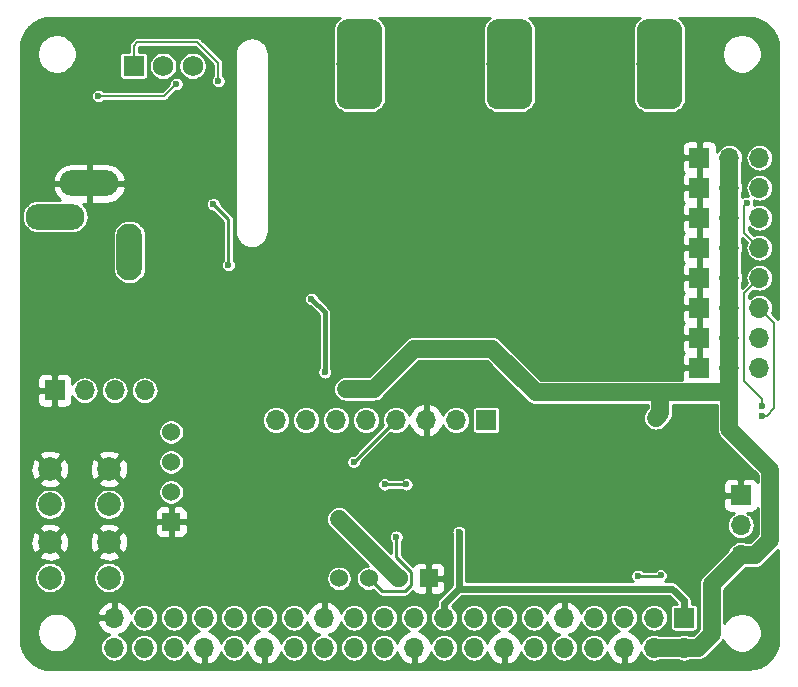
<source format=gbl>
G04 #@! TF.GenerationSoftware,KiCad,Pcbnew,(5.1.4)-1*
G04 #@! TF.CreationDate,2019-12-09T12:31:40+11:00*
G04 #@! TF.ProjectId,dingo-hat,64696e67-6f2d-4686-9174-2e6b69636164,rev?*
G04 #@! TF.SameCoordinates,PX7f50c60PY7d37aa0*
G04 #@! TF.FileFunction,Copper,L2,Bot*
G04 #@! TF.FilePolarity,Positive*
%FSLAX46Y46*%
G04 Gerber Fmt 4.6, Leading zero omitted, Abs format (unit mm)*
G04 Created by KiCad (PCBNEW (5.1.4)-1) date 2019-12-09 12:31:40*
%MOMM*%
%LPD*%
G04 APERTURE LIST*
%ADD10O,1.700000X1.700000*%
%ADD11R,1.700000X1.700000*%
%ADD12O,5.000000X2.200000*%
%ADD13O,2.200000X4.800000*%
%ADD14C,1.524000*%
%ADD15R,1.524000X1.524000*%
%ADD16C,2.000000*%
%ADD17R,1.750000X1.750000*%
%ADD18C,1.750000*%
%ADD19C,0.100000*%
%ADD20C,3.840000*%
%ADD21C,0.600000*%
%ADD22C,0.800000*%
%ADD23C,1.500000*%
%ADD24C,0.254000*%
%ADD25C,0.600000*%
%ADD26C,0.203200*%
%ADD27C,0.400000*%
%ADD28C,0.200000*%
G04 APERTURE END LIST*
D10*
X62990000Y36104000D03*
X60450000Y36104000D03*
D11*
X57910000Y36104000D03*
D10*
X62990000Y38644000D03*
X60450000Y38644000D03*
D11*
X57910000Y38644000D03*
D10*
X62990000Y41184000D03*
X60450000Y41184000D03*
D11*
X57910000Y41184000D03*
D10*
X62990000Y43724000D03*
X60450000Y43724000D03*
D11*
X57910000Y43724000D03*
D12*
X3350000Y38750000D03*
X6250000Y41550000D03*
D13*
X9650000Y35750000D03*
D14*
X27390000Y8110000D03*
X29910000Y8110000D03*
X32430000Y8110000D03*
D15*
X34990000Y8110000D03*
D16*
X2910000Y8180000D03*
X2910000Y11180000D03*
X7910000Y8180000D03*
X7910000Y11180000D03*
X2910000Y14380000D03*
X2910000Y17380000D03*
X7910000Y14380000D03*
X7910000Y17380000D03*
D11*
X3310000Y24040000D03*
D10*
X5850000Y24040000D03*
X8390000Y24040000D03*
X10930000Y24040000D03*
D14*
X13180000Y20504000D03*
X13180000Y17964000D03*
X13180000Y15434000D03*
D15*
X13180000Y12894000D03*
D17*
X10000000Y51500000D03*
D18*
X12500000Y51500000D03*
X15000000Y51500000D03*
D11*
X61400000Y15154000D03*
D10*
X61400000Y12614000D03*
X61400000Y10074000D03*
D19*
G36*
X25094096Y55455377D02*
G01*
X25187287Y55441554D01*
X25278673Y55418663D01*
X25367376Y55386924D01*
X25452541Y55346644D01*
X25533347Y55298211D01*
X25609018Y55242090D01*
X25678823Y55178823D01*
X25742090Y55109018D01*
X25798211Y55033347D01*
X25846644Y54952541D01*
X25886924Y54867376D01*
X25918663Y54778673D01*
X25941554Y54687287D01*
X25955377Y54594096D01*
X25960000Y54500000D01*
X25960000Y48800000D01*
X25955377Y48705904D01*
X25941554Y48612713D01*
X25918663Y48521327D01*
X25886924Y48432624D01*
X25846644Y48347459D01*
X25798211Y48266653D01*
X25742090Y48190982D01*
X25678823Y48121177D01*
X25609018Y48057910D01*
X25533347Y48001789D01*
X25452541Y47953356D01*
X25367376Y47913076D01*
X25278673Y47881337D01*
X25187287Y47858446D01*
X25094096Y47844623D01*
X25000000Y47840000D01*
X23080000Y47840000D01*
X22985904Y47844623D01*
X22892713Y47858446D01*
X22801327Y47881337D01*
X22712624Y47913076D01*
X22627459Y47953356D01*
X22546653Y48001789D01*
X22470982Y48057910D01*
X22401177Y48121177D01*
X22337910Y48190982D01*
X22281789Y48266653D01*
X22233356Y48347459D01*
X22193076Y48432624D01*
X22161337Y48521327D01*
X22138446Y48612713D01*
X22124623Y48705904D01*
X22120000Y48800000D01*
X22120000Y54500000D01*
X22124623Y54594096D01*
X22138446Y54687287D01*
X22161337Y54778673D01*
X22193076Y54867376D01*
X22233356Y54952541D01*
X22281789Y55033347D01*
X22337910Y55109018D01*
X22401177Y55178823D01*
X22470982Y55242090D01*
X22546653Y55298211D01*
X22627459Y55346644D01*
X22712624Y55386924D01*
X22801327Y55418663D01*
X22892713Y55441554D01*
X22985904Y55455377D01*
X23080000Y55460000D01*
X25000000Y55460000D01*
X25094096Y55455377D01*
X25094096Y55455377D01*
G37*
D20*
X24040000Y51650000D03*
D19*
G36*
X30174096Y55455377D02*
G01*
X30267287Y55441554D01*
X30358673Y55418663D01*
X30447376Y55386924D01*
X30532541Y55346644D01*
X30613347Y55298211D01*
X30689018Y55242090D01*
X30758823Y55178823D01*
X30822090Y55109018D01*
X30878211Y55033347D01*
X30926644Y54952541D01*
X30966924Y54867376D01*
X30998663Y54778673D01*
X31021554Y54687287D01*
X31035377Y54594096D01*
X31040000Y54500000D01*
X31040000Y48800000D01*
X31035377Y48705904D01*
X31021554Y48612713D01*
X30998663Y48521327D01*
X30966924Y48432624D01*
X30926644Y48347459D01*
X30878211Y48266653D01*
X30822090Y48190982D01*
X30758823Y48121177D01*
X30689018Y48057910D01*
X30613347Y48001789D01*
X30532541Y47953356D01*
X30447376Y47913076D01*
X30358673Y47881337D01*
X30267287Y47858446D01*
X30174096Y47844623D01*
X30080000Y47840000D01*
X28160000Y47840000D01*
X28065904Y47844623D01*
X27972713Y47858446D01*
X27881327Y47881337D01*
X27792624Y47913076D01*
X27707459Y47953356D01*
X27626653Y48001789D01*
X27550982Y48057910D01*
X27481177Y48121177D01*
X27417910Y48190982D01*
X27361789Y48266653D01*
X27313356Y48347459D01*
X27273076Y48432624D01*
X27241337Y48521327D01*
X27218446Y48612713D01*
X27204623Y48705904D01*
X27200000Y48800000D01*
X27200000Y54500000D01*
X27204623Y54594096D01*
X27218446Y54687287D01*
X27241337Y54778673D01*
X27273076Y54867376D01*
X27313356Y54952541D01*
X27361789Y55033347D01*
X27417910Y55109018D01*
X27481177Y55178823D01*
X27550982Y55242090D01*
X27626653Y55298211D01*
X27707459Y55346644D01*
X27792624Y55386924D01*
X27881327Y55418663D01*
X27972713Y55441554D01*
X28065904Y55455377D01*
X28160000Y55460000D01*
X30080000Y55460000D01*
X30174096Y55455377D01*
X30174096Y55455377D01*
G37*
D20*
X29120000Y51650000D03*
D19*
G36*
X37797096Y55455377D02*
G01*
X37890287Y55441554D01*
X37981673Y55418663D01*
X38070376Y55386924D01*
X38155541Y55346644D01*
X38236347Y55298211D01*
X38312018Y55242090D01*
X38381823Y55178823D01*
X38445090Y55109018D01*
X38501211Y55033347D01*
X38549644Y54952541D01*
X38589924Y54867376D01*
X38621663Y54778673D01*
X38644554Y54687287D01*
X38658377Y54594096D01*
X38663000Y54500000D01*
X38663000Y48800000D01*
X38658377Y48705904D01*
X38644554Y48612713D01*
X38621663Y48521327D01*
X38589924Y48432624D01*
X38549644Y48347459D01*
X38501211Y48266653D01*
X38445090Y48190982D01*
X38381823Y48121177D01*
X38312018Y48057910D01*
X38236347Y48001789D01*
X38155541Y47953356D01*
X38070376Y47913076D01*
X37981673Y47881337D01*
X37890287Y47858446D01*
X37797096Y47844623D01*
X37703000Y47840000D01*
X35783000Y47840000D01*
X35688904Y47844623D01*
X35595713Y47858446D01*
X35504327Y47881337D01*
X35415624Y47913076D01*
X35330459Y47953356D01*
X35249653Y48001789D01*
X35173982Y48057910D01*
X35104177Y48121177D01*
X35040910Y48190982D01*
X34984789Y48266653D01*
X34936356Y48347459D01*
X34896076Y48432624D01*
X34864337Y48521327D01*
X34841446Y48612713D01*
X34827623Y48705904D01*
X34823000Y48800000D01*
X34823000Y54500000D01*
X34827623Y54594096D01*
X34841446Y54687287D01*
X34864337Y54778673D01*
X34896076Y54867376D01*
X34936356Y54952541D01*
X34984789Y55033347D01*
X35040910Y55109018D01*
X35104177Y55178823D01*
X35173982Y55242090D01*
X35249653Y55298211D01*
X35330459Y55346644D01*
X35415624Y55386924D01*
X35504327Y55418663D01*
X35595713Y55441554D01*
X35688904Y55455377D01*
X35783000Y55460000D01*
X37703000Y55460000D01*
X37797096Y55455377D01*
X37797096Y55455377D01*
G37*
D20*
X36743000Y51650000D03*
D19*
G36*
X42877096Y55455377D02*
G01*
X42970287Y55441554D01*
X43061673Y55418663D01*
X43150376Y55386924D01*
X43235541Y55346644D01*
X43316347Y55298211D01*
X43392018Y55242090D01*
X43461823Y55178823D01*
X43525090Y55109018D01*
X43581211Y55033347D01*
X43629644Y54952541D01*
X43669924Y54867376D01*
X43701663Y54778673D01*
X43724554Y54687287D01*
X43738377Y54594096D01*
X43743000Y54500000D01*
X43743000Y48800000D01*
X43738377Y48705904D01*
X43724554Y48612713D01*
X43701663Y48521327D01*
X43669924Y48432624D01*
X43629644Y48347459D01*
X43581211Y48266653D01*
X43525090Y48190982D01*
X43461823Y48121177D01*
X43392018Y48057910D01*
X43316347Y48001789D01*
X43235541Y47953356D01*
X43150376Y47913076D01*
X43061673Y47881337D01*
X42970287Y47858446D01*
X42877096Y47844623D01*
X42783000Y47840000D01*
X40863000Y47840000D01*
X40768904Y47844623D01*
X40675713Y47858446D01*
X40584327Y47881337D01*
X40495624Y47913076D01*
X40410459Y47953356D01*
X40329653Y48001789D01*
X40253982Y48057910D01*
X40184177Y48121177D01*
X40120910Y48190982D01*
X40064789Y48266653D01*
X40016356Y48347459D01*
X39976076Y48432624D01*
X39944337Y48521327D01*
X39921446Y48612713D01*
X39907623Y48705904D01*
X39903000Y48800000D01*
X39903000Y54500000D01*
X39907623Y54594096D01*
X39921446Y54687287D01*
X39944337Y54778673D01*
X39976076Y54867376D01*
X40016356Y54952541D01*
X40064789Y55033347D01*
X40120910Y55109018D01*
X40184177Y55178823D01*
X40253982Y55242090D01*
X40329653Y55298211D01*
X40410459Y55346644D01*
X40495624Y55386924D01*
X40584327Y55418663D01*
X40675713Y55441554D01*
X40768904Y55455377D01*
X40863000Y55460000D01*
X42783000Y55460000D01*
X42877096Y55455377D01*
X42877096Y55455377D01*
G37*
D20*
X41823000Y51650000D03*
D19*
G36*
X50500096Y55455377D02*
G01*
X50593287Y55441554D01*
X50684673Y55418663D01*
X50773376Y55386924D01*
X50858541Y55346644D01*
X50939347Y55298211D01*
X51015018Y55242090D01*
X51084823Y55178823D01*
X51148090Y55109018D01*
X51204211Y55033347D01*
X51252644Y54952541D01*
X51292924Y54867376D01*
X51324663Y54778673D01*
X51347554Y54687287D01*
X51361377Y54594096D01*
X51366000Y54500000D01*
X51366000Y48800000D01*
X51361377Y48705904D01*
X51347554Y48612713D01*
X51324663Y48521327D01*
X51292924Y48432624D01*
X51252644Y48347459D01*
X51204211Y48266653D01*
X51148090Y48190982D01*
X51084823Y48121177D01*
X51015018Y48057910D01*
X50939347Y48001789D01*
X50858541Y47953356D01*
X50773376Y47913076D01*
X50684673Y47881337D01*
X50593287Y47858446D01*
X50500096Y47844623D01*
X50406000Y47840000D01*
X48486000Y47840000D01*
X48391904Y47844623D01*
X48298713Y47858446D01*
X48207327Y47881337D01*
X48118624Y47913076D01*
X48033459Y47953356D01*
X47952653Y48001789D01*
X47876982Y48057910D01*
X47807177Y48121177D01*
X47743910Y48190982D01*
X47687789Y48266653D01*
X47639356Y48347459D01*
X47599076Y48432624D01*
X47567337Y48521327D01*
X47544446Y48612713D01*
X47530623Y48705904D01*
X47526000Y48800000D01*
X47526000Y54500000D01*
X47530623Y54594096D01*
X47544446Y54687287D01*
X47567337Y54778673D01*
X47599076Y54867376D01*
X47639356Y54952541D01*
X47687789Y55033347D01*
X47743910Y55109018D01*
X47807177Y55178823D01*
X47876982Y55242090D01*
X47952653Y55298211D01*
X48033459Y55346644D01*
X48118624Y55386924D01*
X48207327Y55418663D01*
X48298713Y55441554D01*
X48391904Y55455377D01*
X48486000Y55460000D01*
X50406000Y55460000D01*
X50500096Y55455377D01*
X50500096Y55455377D01*
G37*
D20*
X49446000Y51650000D03*
D19*
G36*
X55580096Y55455377D02*
G01*
X55673287Y55441554D01*
X55764673Y55418663D01*
X55853376Y55386924D01*
X55938541Y55346644D01*
X56019347Y55298211D01*
X56095018Y55242090D01*
X56164823Y55178823D01*
X56228090Y55109018D01*
X56284211Y55033347D01*
X56332644Y54952541D01*
X56372924Y54867376D01*
X56404663Y54778673D01*
X56427554Y54687287D01*
X56441377Y54594096D01*
X56446000Y54500000D01*
X56446000Y48800000D01*
X56441377Y48705904D01*
X56427554Y48612713D01*
X56404663Y48521327D01*
X56372924Y48432624D01*
X56332644Y48347459D01*
X56284211Y48266653D01*
X56228090Y48190982D01*
X56164823Y48121177D01*
X56095018Y48057910D01*
X56019347Y48001789D01*
X55938541Y47953356D01*
X55853376Y47913076D01*
X55764673Y47881337D01*
X55673287Y47858446D01*
X55580096Y47844623D01*
X55486000Y47840000D01*
X53566000Y47840000D01*
X53471904Y47844623D01*
X53378713Y47858446D01*
X53287327Y47881337D01*
X53198624Y47913076D01*
X53113459Y47953356D01*
X53032653Y48001789D01*
X52956982Y48057910D01*
X52887177Y48121177D01*
X52823910Y48190982D01*
X52767789Y48266653D01*
X52719356Y48347459D01*
X52679076Y48432624D01*
X52647337Y48521327D01*
X52624446Y48612713D01*
X52610623Y48705904D01*
X52606000Y48800000D01*
X52606000Y54500000D01*
X52610623Y54594096D01*
X52624446Y54687287D01*
X52647337Y54778673D01*
X52679076Y54867376D01*
X52719356Y54952541D01*
X52767789Y55033347D01*
X52823910Y55109018D01*
X52887177Y55178823D01*
X52956982Y55242090D01*
X53032653Y55298211D01*
X53113459Y55346644D01*
X53198624Y55386924D01*
X53287327Y55418663D01*
X53378713Y55441554D01*
X53471904Y55455377D01*
X53566000Y55460000D01*
X55486000Y55460000D01*
X55580096Y55455377D01*
X55580096Y55455377D01*
G37*
D20*
X54526000Y51650000D03*
D11*
X56610000Y4790000D03*
D10*
X56610000Y2250000D03*
X54070000Y4790000D03*
X54070000Y2250000D03*
X51530000Y4790000D03*
X51530000Y2250000D03*
X48990000Y4790000D03*
X48990000Y2250000D03*
X46450000Y4790000D03*
X46450000Y2250000D03*
X43910000Y4790000D03*
X43910000Y2250000D03*
X41370000Y4790000D03*
X41370000Y2250000D03*
X38830000Y4790000D03*
X38830000Y2250000D03*
X36290000Y4790000D03*
X36290000Y2250000D03*
X33750000Y4790000D03*
X33750000Y2250000D03*
X31210000Y4790000D03*
X31210000Y2250000D03*
X28670000Y4790000D03*
X28670000Y2250000D03*
X26130000Y4790000D03*
X26130000Y2250000D03*
X23590000Y4790000D03*
X23590000Y2250000D03*
X21050000Y4790000D03*
X21050000Y2250000D03*
X18510000Y4790000D03*
X18510000Y2250000D03*
X15970000Y4790000D03*
X15970000Y2250000D03*
X13430000Y4790000D03*
X13430000Y2250000D03*
X10890000Y4790000D03*
X10890000Y2250000D03*
X8350000Y4790000D03*
X8350000Y2250000D03*
D11*
X57910000Y25944000D03*
D10*
X60450000Y25944000D03*
X62990000Y25944000D03*
D11*
X57910000Y28484000D03*
D10*
X60450000Y28484000D03*
X62990000Y28484000D03*
X62990000Y31024000D03*
X60450000Y31024000D03*
D11*
X57910000Y31024000D03*
D10*
X62990000Y33564000D03*
X60450000Y33564000D03*
D11*
X57910000Y33564000D03*
X39842000Y21516000D03*
D10*
X37302000Y21516000D03*
X34762000Y21516000D03*
X32222000Y21516000D03*
X29682000Y21516000D03*
X27142000Y21516000D03*
X24602000Y21516000D03*
X22062000Y21516000D03*
D21*
X21413200Y25563000D03*
X14913200Y26244000D03*
D22*
X27600000Y42400000D03*
X23600000Y46400000D03*
X34180000Y25470000D03*
X36180000Y23970000D03*
X52170000Y21770000D03*
X43280000Y20500000D03*
X55500000Y34400000D03*
X55500000Y36400000D03*
X55500000Y37400000D03*
X55500000Y38400000D03*
X55500000Y39400000D03*
X55500000Y40400000D03*
X55500000Y41400000D03*
X55500000Y42400000D03*
X55500000Y43400000D03*
X55500000Y44400000D03*
X55500000Y32400000D03*
X55500000Y30400000D03*
X54500000Y28400000D03*
X37914000Y27554000D03*
X39914000Y27554000D03*
D21*
X23937000Y28543000D03*
X23007000Y28563000D03*
X23937000Y27703000D03*
X23007000Y27693000D03*
X23947000Y29333000D03*
X23027000Y29333000D03*
X44948000Y36571000D03*
X45448000Y35571000D03*
X45948000Y36571000D03*
X46448000Y35571000D03*
X46948000Y36571000D03*
X47448000Y35571000D03*
X46948000Y34571000D03*
X45948000Y34571000D03*
X44948000Y34571000D03*
X45448000Y33571000D03*
X46448000Y33571000D03*
X47448000Y33571000D03*
X47948000Y39571000D03*
X46948000Y39571000D03*
X45948000Y39571000D03*
X44948000Y39571000D03*
X20753001Y28019001D03*
X25381000Y39323000D03*
X58810000Y54354000D03*
D22*
X27370000Y31810000D03*
D21*
X54700000Y12290000D03*
X56610000Y15140000D03*
X47300000Y16000000D03*
X45070000Y9240000D03*
D22*
X40910000Y9000000D03*
X20150000Y16500000D03*
X27460000Y16500000D03*
X19530000Y21460000D03*
X12900000Y30400000D03*
X1900000Y30420000D03*
X34810000Y12320000D03*
X31000000Y14170000D03*
X34150000Y30970000D03*
X33920000Y35840000D03*
X42090000Y30060000D03*
X39680000Y24470000D03*
X54310000Y41630000D03*
X22510000Y36510000D03*
X23440000Y42570000D03*
X17280000Y54260000D03*
X6690000Y54440000D03*
X63600000Y5720000D03*
X59240000Y10350000D03*
X50900000Y20500000D03*
X54500000Y27300000D03*
X54500000Y34400000D03*
X62900000Y47600000D03*
X48000000Y25600000D03*
X47900000Y22100000D03*
X41000000Y15900000D03*
X20800000Y7000000D03*
X16200000Y11200000D03*
X5800000Y1800000D03*
X29600000Y44900000D03*
X54400000Y13800000D03*
X27360000Y13170000D03*
X38914000Y27554000D03*
X27970000Y24150000D03*
X54200000Y21700000D03*
D21*
X28640000Y17970000D03*
X32230000Y11624010D03*
X54611830Y8368170D03*
X52690000Y8320000D03*
X33090000Y16070000D03*
X31250000Y16070000D03*
X37540000Y12030000D03*
X63200000Y21900000D03*
X63200000Y22700000D03*
X26197000Y25573000D03*
X25057000Y31763000D03*
X7012000Y48956000D03*
X13616000Y49972000D03*
X17171984Y50226000D03*
X16740000Y39800000D03*
X18030000Y34640000D03*
X61900000Y39900000D03*
D23*
X54070000Y2250000D02*
X56610000Y2250000D01*
X56610000Y2250000D02*
X57812081Y2250000D01*
X57812081Y2250000D02*
X58939999Y3377918D01*
X58939999Y3377918D02*
X58939999Y7613999D01*
X38940000Y27554000D02*
X38914000Y27554000D01*
X61400000Y10074000D02*
X58939999Y7613999D01*
X32430000Y8110000D02*
X32420000Y8110000D01*
X32420000Y8110000D02*
X27360000Y13170000D01*
X63920000Y17280000D02*
X60450000Y20750000D01*
X63920000Y11391919D02*
X63920000Y17280000D01*
X61400000Y10074000D02*
X62602081Y10074000D01*
X62602081Y10074000D02*
X63920000Y11391919D01*
X60450000Y25944000D02*
X60450000Y43724000D01*
X60450000Y20750000D02*
X60450000Y23850000D01*
X60450000Y23850000D02*
X60450000Y25944000D01*
X40346000Y27554000D02*
X38914000Y27554000D01*
X44050000Y23850000D02*
X40346000Y27554000D01*
X54599999Y23799999D02*
X54650000Y23850000D01*
X54599999Y22099999D02*
X54599999Y23799999D01*
X54200000Y21700000D02*
X54599999Y22099999D01*
X60450000Y23850000D02*
X54650000Y23850000D01*
X54650000Y23850000D02*
X44050000Y23850000D01*
X30350000Y24150000D02*
X27970000Y24150000D01*
X38914000Y27554000D02*
X33754000Y27554000D01*
X33754000Y27554000D02*
X30350000Y24150000D01*
D24*
X32186000Y21516000D02*
X32222000Y21516000D01*
X28640000Y17970000D02*
X32186000Y21516000D01*
X30671999Y7348001D02*
X29910000Y8110000D01*
X30999001Y7020999D02*
X30671999Y7348001D01*
X32952721Y7020999D02*
X30999001Y7020999D01*
X33519001Y7587279D02*
X32952721Y7020999D01*
X33519001Y8632721D02*
X33519001Y7587279D01*
X32230000Y9921722D02*
X33519001Y8632721D01*
X32230000Y11624010D02*
X32230000Y9921722D01*
X54563660Y8320000D02*
X54611830Y8368170D01*
X52690000Y8320000D02*
X54563660Y8320000D01*
X33090000Y16070000D02*
X31250000Y16070000D01*
D25*
X56610000Y6240000D02*
X56610000Y4790000D01*
X55596000Y7254000D02*
X56610000Y6240000D01*
X36290000Y5992081D02*
X37551919Y7254000D01*
X36290000Y4790000D02*
X36290000Y5992081D01*
X41254000Y7254000D02*
X55596000Y7254000D01*
X37551919Y7254000D02*
X38444000Y7254000D01*
X38444000Y7254000D02*
X41254000Y7254000D01*
X37551919Y7254000D02*
X37551919Y12018081D01*
X37551919Y12018081D02*
X37540000Y12030000D01*
D26*
X64250000Y29764000D02*
X62990000Y31024000D01*
X64250000Y22525736D02*
X64250000Y29764000D01*
X63200000Y21900000D02*
X63624264Y21900000D01*
X63624264Y21900000D02*
X64250000Y22525736D01*
X62140001Y32714001D02*
X62990000Y33564000D01*
X61700000Y32274000D02*
X62140001Y32714001D01*
X61700000Y24800000D02*
X61700000Y32274000D01*
X63200000Y22700000D02*
X63200000Y23300000D01*
X63200000Y23300000D02*
X61700000Y24800000D01*
D27*
X26197000Y25573000D02*
X26197000Y25997264D01*
X26197000Y25997264D02*
X26197000Y30623000D01*
X26197000Y30623000D02*
X25057000Y31763000D01*
D26*
X12600000Y48956000D02*
X7012000Y48956000D01*
X13616000Y49972000D02*
X12600000Y48956000D01*
X10000000Y51500000D02*
X10000000Y53214000D01*
X10000000Y53214000D02*
X10314000Y53528000D01*
X10314000Y53528000D02*
X15394000Y53528000D01*
X17171984Y51750016D02*
X17171984Y50226000D01*
X15394000Y53528000D02*
X17171984Y51750016D01*
D24*
X16740000Y39800000D02*
X18030000Y38510000D01*
X18030000Y38510000D02*
X18030000Y34640000D01*
D28*
X61700000Y39700000D02*
X61900000Y39900000D01*
X62990000Y36104000D02*
X61700000Y37394000D01*
X61700000Y37394000D02*
X61700000Y39700000D01*
D24*
G36*
X21481928Y55460000D02*
G01*
X21485000Y51935750D01*
X21643750Y51777000D01*
X23913000Y51777000D01*
X23913000Y51797000D01*
X24167000Y51797000D01*
X24167000Y51777000D01*
X26436250Y51777000D01*
X26595000Y51935750D01*
X26598072Y55460000D01*
X26586943Y55573000D01*
X27447064Y55573000D01*
X27444102Y55571417D01*
X27248835Y55411165D01*
X27088583Y55215898D01*
X26969505Y54993119D01*
X26896178Y54751390D01*
X26871418Y54500000D01*
X26871418Y48800000D01*
X26896178Y48548610D01*
X26969505Y48306881D01*
X27088583Y48084102D01*
X27248835Y47888835D01*
X27444102Y47728583D01*
X27666881Y47609505D01*
X27908610Y47536178D01*
X28160000Y47511418D01*
X30080000Y47511418D01*
X30331390Y47536178D01*
X30573119Y47609505D01*
X30795898Y47728583D01*
X30931659Y47840000D01*
X34184928Y47840000D01*
X34197188Y47715518D01*
X34233498Y47595820D01*
X34292463Y47485506D01*
X34371815Y47388815D01*
X34468506Y47309463D01*
X34578820Y47250498D01*
X34698518Y47214188D01*
X34823000Y47201928D01*
X36457250Y47205000D01*
X36616000Y47363750D01*
X36616000Y51523000D01*
X36870000Y51523000D01*
X36870000Y47363750D01*
X37028750Y47205000D01*
X38663000Y47201928D01*
X38787482Y47214188D01*
X38907180Y47250498D01*
X39017494Y47309463D01*
X39114185Y47388815D01*
X39193537Y47485506D01*
X39252502Y47595820D01*
X39288812Y47715518D01*
X39301072Y47840000D01*
X39298000Y51364250D01*
X39139250Y51523000D01*
X36870000Y51523000D01*
X36616000Y51523000D01*
X34346750Y51523000D01*
X34188000Y51364250D01*
X34184928Y47840000D01*
X30931659Y47840000D01*
X30991165Y47888835D01*
X31151417Y48084102D01*
X31270495Y48306881D01*
X31343822Y48548610D01*
X31368582Y48800000D01*
X31368582Y54500000D01*
X31343822Y54751390D01*
X31270495Y54993119D01*
X31151417Y55215898D01*
X30991165Y55411165D01*
X30795898Y55571417D01*
X30792936Y55573000D01*
X34196057Y55573000D01*
X34184928Y55460000D01*
X34188000Y51935750D01*
X34346750Y51777000D01*
X36616000Y51777000D01*
X36616000Y51797000D01*
X36870000Y51797000D01*
X36870000Y51777000D01*
X39139250Y51777000D01*
X39298000Y51935750D01*
X39301072Y55460000D01*
X39289943Y55573000D01*
X40150064Y55573000D01*
X40147102Y55571417D01*
X39951835Y55411165D01*
X39791583Y55215898D01*
X39672505Y54993119D01*
X39599178Y54751390D01*
X39574418Y54500000D01*
X39574418Y48800000D01*
X39599178Y48548610D01*
X39672505Y48306881D01*
X39791583Y48084102D01*
X39951835Y47888835D01*
X40147102Y47728583D01*
X40369881Y47609505D01*
X40611610Y47536178D01*
X40863000Y47511418D01*
X42783000Y47511418D01*
X43034390Y47536178D01*
X43276119Y47609505D01*
X43498898Y47728583D01*
X43634659Y47840000D01*
X46887928Y47840000D01*
X46900188Y47715518D01*
X46936498Y47595820D01*
X46995463Y47485506D01*
X47074815Y47388815D01*
X47171506Y47309463D01*
X47281820Y47250498D01*
X47401518Y47214188D01*
X47526000Y47201928D01*
X49160250Y47205000D01*
X49319000Y47363750D01*
X49319000Y51523000D01*
X49573000Y51523000D01*
X49573000Y47363750D01*
X49731750Y47205000D01*
X51366000Y47201928D01*
X51490482Y47214188D01*
X51610180Y47250498D01*
X51720494Y47309463D01*
X51817185Y47388815D01*
X51896537Y47485506D01*
X51955502Y47595820D01*
X51991812Y47715518D01*
X52004072Y47840000D01*
X52001000Y51364250D01*
X51842250Y51523000D01*
X49573000Y51523000D01*
X49319000Y51523000D01*
X47049750Y51523000D01*
X46891000Y51364250D01*
X46887928Y47840000D01*
X43634659Y47840000D01*
X43694165Y47888835D01*
X43854417Y48084102D01*
X43973495Y48306881D01*
X44046822Y48548610D01*
X44071582Y48800000D01*
X44071582Y54500000D01*
X44046822Y54751390D01*
X43973495Y54993119D01*
X43854417Y55215898D01*
X43694165Y55411165D01*
X43498898Y55571417D01*
X43495936Y55573000D01*
X46899057Y55573000D01*
X46887928Y55460000D01*
X46891000Y51935750D01*
X47049750Y51777000D01*
X49319000Y51777000D01*
X49319000Y51797000D01*
X49573000Y51797000D01*
X49573000Y51777000D01*
X51842250Y51777000D01*
X52001000Y51935750D01*
X52004072Y55460000D01*
X51992943Y55573000D01*
X52853064Y55573000D01*
X52850102Y55571417D01*
X52654835Y55411165D01*
X52494583Y55215898D01*
X52375505Y54993119D01*
X52302178Y54751390D01*
X52277418Y54500000D01*
X52277418Y48800000D01*
X52302178Y48548610D01*
X52375505Y48306881D01*
X52494583Y48084102D01*
X52654835Y47888835D01*
X52850102Y47728583D01*
X53072881Y47609505D01*
X53314610Y47536178D01*
X53566000Y47511418D01*
X55486000Y47511418D01*
X55737390Y47536178D01*
X55979119Y47609505D01*
X56201898Y47728583D01*
X56397165Y47888835D01*
X56557417Y48084102D01*
X56676495Y48306881D01*
X56749822Y48548610D01*
X56774582Y48800000D01*
X56774582Y52685170D01*
X59813000Y52685170D01*
X59813000Y52354830D01*
X59877446Y52030837D01*
X60003862Y51725643D01*
X60187389Y51450975D01*
X60420975Y51217389D01*
X60695643Y51033862D01*
X61000837Y50907446D01*
X61324830Y50843000D01*
X61655170Y50843000D01*
X61979163Y50907446D01*
X62284357Y51033862D01*
X62559025Y51217389D01*
X62792611Y51450975D01*
X62976138Y51725643D01*
X63102554Y52030837D01*
X63167000Y52354830D01*
X63167000Y52685170D01*
X63102554Y53009163D01*
X62976138Y53314357D01*
X62792611Y53589025D01*
X62559025Y53822611D01*
X62284357Y54006138D01*
X61979163Y54132554D01*
X61655170Y54197000D01*
X61324830Y54197000D01*
X61000837Y54132554D01*
X60695643Y54006138D01*
X60420975Y53822611D01*
X60187389Y53589025D01*
X60003862Y53314357D01*
X59877446Y53009163D01*
X59813000Y52685170D01*
X56774582Y52685170D01*
X56774582Y54500000D01*
X56749822Y54751390D01*
X56676495Y54993119D01*
X56557417Y55215898D01*
X56397165Y55411165D01*
X56201898Y55571417D01*
X56198936Y55573000D01*
X61979117Y55573000D01*
X62499370Y55521988D01*
X62979712Y55376965D01*
X63422744Y55141401D01*
X63811582Y54824272D01*
X64131417Y54437659D01*
X64370065Y53996287D01*
X64518441Y53516961D01*
X64573001Y52997861D01*
X64573001Y30046028D01*
X64554532Y30068532D01*
X64538181Y30081951D01*
X64070845Y30549286D01*
X64082667Y30571403D01*
X64149969Y30793268D01*
X64172694Y31024000D01*
X64149969Y31254732D01*
X64082667Y31476597D01*
X63973374Y31681070D01*
X63826291Y31860291D01*
X63647070Y32007374D01*
X63442597Y32116667D01*
X63220732Y32183969D01*
X63047812Y32201000D01*
X62932188Y32201000D01*
X62759268Y32183969D01*
X62537403Y32116667D01*
X62332930Y32007374D01*
X62153709Y31860291D01*
X62128600Y31829696D01*
X62128600Y32096469D01*
X62457949Y32425817D01*
X62457953Y32425822D01*
X62515286Y32483155D01*
X62537403Y32471333D01*
X62759268Y32404031D01*
X62932188Y32387000D01*
X63047812Y32387000D01*
X63220732Y32404031D01*
X63442597Y32471333D01*
X63647070Y32580626D01*
X63826291Y32727709D01*
X63973374Y32906930D01*
X64082667Y33111403D01*
X64149969Y33333268D01*
X64172694Y33564000D01*
X64149969Y33794732D01*
X64082667Y34016597D01*
X63973374Y34221070D01*
X63826291Y34400291D01*
X63647070Y34547374D01*
X63442597Y34656667D01*
X63220732Y34723969D01*
X63047812Y34741000D01*
X62932188Y34741000D01*
X62759268Y34723969D01*
X62537403Y34656667D01*
X62332930Y34547374D01*
X62153709Y34400291D01*
X62006626Y34221070D01*
X61897333Y34016597D01*
X61830031Y33794732D01*
X61807306Y33564000D01*
X61830031Y33333268D01*
X61897333Y33111403D01*
X61909155Y33089286D01*
X61851822Y33031953D01*
X61851817Y33031949D01*
X61527000Y32707131D01*
X61527000Y33082092D01*
X61542667Y33111403D01*
X61609969Y33333268D01*
X61632694Y33564000D01*
X61609969Y33794732D01*
X61542667Y34016597D01*
X61527000Y34045908D01*
X61527000Y35622092D01*
X61542667Y35651403D01*
X61609969Y35873268D01*
X61632694Y36104000D01*
X61609969Y36334732D01*
X61542667Y36556597D01*
X61527000Y36585908D01*
X61527000Y36963132D01*
X61909943Y36580189D01*
X61897333Y36556597D01*
X61830031Y36334732D01*
X61807306Y36104000D01*
X61830031Y35873268D01*
X61897333Y35651403D01*
X62006626Y35446930D01*
X62153709Y35267709D01*
X62332930Y35120626D01*
X62537403Y35011333D01*
X62759268Y34944031D01*
X62932188Y34927000D01*
X63047812Y34927000D01*
X63220732Y34944031D01*
X63442597Y35011333D01*
X63647070Y35120626D01*
X63826291Y35267709D01*
X63973374Y35446930D01*
X64082667Y35651403D01*
X64149969Y35873268D01*
X64172694Y36104000D01*
X64149969Y36334732D01*
X64082667Y36556597D01*
X63973374Y36761070D01*
X63826291Y36940291D01*
X63647070Y37087374D01*
X63442597Y37196667D01*
X63220732Y37263969D01*
X63047812Y37281000D01*
X62932188Y37281000D01*
X62759268Y37263969D01*
X62537403Y37196667D01*
X62513811Y37184057D01*
X62127000Y37570868D01*
X62127000Y37840254D01*
X62153709Y37807709D01*
X62332930Y37660626D01*
X62537403Y37551333D01*
X62759268Y37484031D01*
X62932188Y37467000D01*
X63047812Y37467000D01*
X63220732Y37484031D01*
X63442597Y37551333D01*
X63647070Y37660626D01*
X63826291Y37807709D01*
X63973374Y37986930D01*
X64082667Y38191403D01*
X64149969Y38413268D01*
X64172694Y38644000D01*
X64149969Y38874732D01*
X64082667Y39096597D01*
X63973374Y39301070D01*
X63826291Y39480291D01*
X63647070Y39627374D01*
X63442597Y39736667D01*
X63220732Y39803969D01*
X63047812Y39821000D01*
X62932188Y39821000D01*
X62759268Y39803969D01*
X62537403Y39736667D01*
X62503153Y39718360D01*
X62527000Y39838246D01*
X62527000Y39961754D01*
X62502905Y40082889D01*
X62488603Y40117417D01*
X62537403Y40091333D01*
X62759268Y40024031D01*
X62932188Y40007000D01*
X63047812Y40007000D01*
X63220732Y40024031D01*
X63442597Y40091333D01*
X63647070Y40200626D01*
X63826291Y40347709D01*
X63973374Y40526930D01*
X64082667Y40731403D01*
X64149969Y40953268D01*
X64172694Y41184000D01*
X64149969Y41414732D01*
X64082667Y41636597D01*
X63973374Y41841070D01*
X63826291Y42020291D01*
X63647070Y42167374D01*
X63442597Y42276667D01*
X63220732Y42343969D01*
X63047812Y42361000D01*
X62932188Y42361000D01*
X62759268Y42343969D01*
X62537403Y42276667D01*
X62332930Y42167374D01*
X62153709Y42020291D01*
X62006626Y41841070D01*
X61897333Y41636597D01*
X61830031Y41414732D01*
X61807306Y41184000D01*
X61830031Y40953268D01*
X61897333Y40731403D01*
X62006626Y40526930D01*
X62015311Y40516347D01*
X61961754Y40527000D01*
X61838246Y40527000D01*
X61717111Y40502905D01*
X61603004Y40455640D01*
X61527000Y40404856D01*
X61527000Y40702092D01*
X61542667Y40731403D01*
X61609969Y40953268D01*
X61632694Y41184000D01*
X61609969Y41414732D01*
X61542667Y41636597D01*
X61527000Y41665908D01*
X61527000Y43242092D01*
X61542667Y43271403D01*
X61609969Y43493268D01*
X61632694Y43724000D01*
X61807306Y43724000D01*
X61830031Y43493268D01*
X61897333Y43271403D01*
X62006626Y43066930D01*
X62153709Y42887709D01*
X62332930Y42740626D01*
X62537403Y42631333D01*
X62759268Y42564031D01*
X62932188Y42547000D01*
X63047812Y42547000D01*
X63220732Y42564031D01*
X63442597Y42631333D01*
X63647070Y42740626D01*
X63826291Y42887709D01*
X63973374Y43066930D01*
X64082667Y43271403D01*
X64149969Y43493268D01*
X64172694Y43724000D01*
X64149969Y43954732D01*
X64082667Y44176597D01*
X63973374Y44381070D01*
X63826291Y44560291D01*
X63647070Y44707374D01*
X63442597Y44816667D01*
X63220732Y44883969D01*
X63047812Y44901000D01*
X62932188Y44901000D01*
X62759268Y44883969D01*
X62537403Y44816667D01*
X62332930Y44707374D01*
X62153709Y44560291D01*
X62006626Y44381070D01*
X61897333Y44176597D01*
X61830031Y43954732D01*
X61807306Y43724000D01*
X61632694Y43724000D01*
X61609969Y43954732D01*
X61542667Y44176597D01*
X61433374Y44381070D01*
X61286291Y44560291D01*
X61107070Y44707374D01*
X60902597Y44816667D01*
X60680732Y44883969D01*
X60507812Y44901000D01*
X60392188Y44901000D01*
X60219268Y44883969D01*
X59997403Y44816667D01*
X59792930Y44707374D01*
X59613709Y44560291D01*
X59466626Y44381070D01*
X59396305Y44249509D01*
X59398072Y44574000D01*
X59385812Y44698482D01*
X59349502Y44818180D01*
X59290537Y44928494D01*
X59211185Y45025185D01*
X59114494Y45104537D01*
X59004180Y45163502D01*
X58884482Y45199812D01*
X58760000Y45212072D01*
X58195750Y45209000D01*
X58037000Y45050250D01*
X58037000Y43851000D01*
X58057000Y43851000D01*
X58057000Y43597000D01*
X58037000Y43597000D01*
X58037000Y41311000D01*
X58057000Y41311000D01*
X58057000Y41057000D01*
X58037000Y41057000D01*
X58037000Y38771000D01*
X58057000Y38771000D01*
X58057000Y38517000D01*
X58037000Y38517000D01*
X58037000Y36231000D01*
X58057000Y36231000D01*
X58057000Y35977000D01*
X58037000Y35977000D01*
X58037000Y33691000D01*
X58057000Y33691000D01*
X58057000Y33437000D01*
X58037000Y33437000D01*
X58037000Y31151000D01*
X58057000Y31151000D01*
X58057000Y30897000D01*
X58037000Y30897000D01*
X58037000Y28611000D01*
X58057000Y28611000D01*
X58057000Y28357000D01*
X58037000Y28357000D01*
X58037000Y26071000D01*
X58057000Y26071000D01*
X58057000Y25817000D01*
X58037000Y25817000D01*
X58037000Y25797000D01*
X57783000Y25797000D01*
X57783000Y25817000D01*
X56583750Y25817000D01*
X56425000Y25658250D01*
X56421928Y25094000D01*
X56434188Y24969518D01*
X56447086Y24927000D01*
X54702906Y24927000D01*
X54649999Y24932211D01*
X54597093Y24927000D01*
X44496108Y24927000D01*
X41789108Y27634000D01*
X56421928Y27634000D01*
X56434188Y27509518D01*
X56470498Y27389820D01*
X56529463Y27279506D01*
X56583222Y27214000D01*
X56529463Y27148494D01*
X56470498Y27038180D01*
X56434188Y26918482D01*
X56421928Y26794000D01*
X56425000Y26229750D01*
X56583750Y26071000D01*
X57783000Y26071000D01*
X57783000Y28357000D01*
X56583750Y28357000D01*
X56425000Y28198250D01*
X56421928Y27634000D01*
X41789108Y27634000D01*
X41144973Y28278134D01*
X41111239Y28319239D01*
X40947244Y28453826D01*
X40760144Y28553833D01*
X40557129Y28615417D01*
X40398909Y28631000D01*
X40398907Y28631000D01*
X40346000Y28636211D01*
X40293093Y28631000D01*
X33806907Y28631000D01*
X33754000Y28636211D01*
X33701093Y28631000D01*
X33701091Y28631000D01*
X33542871Y28615417D01*
X33339856Y28553833D01*
X33152756Y28453826D01*
X32988761Y28319239D01*
X32955032Y28278140D01*
X29903893Y25227000D01*
X27917091Y25227000D01*
X27758871Y25211417D01*
X27555856Y25149833D01*
X27368756Y25049826D01*
X27204761Y24915239D01*
X27070174Y24751244D01*
X26970167Y24564144D01*
X26908583Y24361129D01*
X26887789Y24150000D01*
X26908583Y23938871D01*
X26970167Y23735856D01*
X27070174Y23548756D01*
X27204761Y23384761D01*
X27368756Y23250174D01*
X27555856Y23150167D01*
X27758871Y23088583D01*
X27917091Y23073000D01*
X30297093Y23073000D01*
X30350000Y23067789D01*
X30402907Y23073000D01*
X30402909Y23073000D01*
X30561129Y23088583D01*
X30764144Y23150167D01*
X30951244Y23250174D01*
X31115239Y23384761D01*
X31148973Y23425866D01*
X34200108Y26477000D01*
X39899893Y26477000D01*
X43251032Y23125860D01*
X43284761Y23084761D01*
X43448756Y22950174D01*
X43635856Y22850167D01*
X43838871Y22788583D01*
X43997091Y22773000D01*
X43997092Y22773000D01*
X44049999Y22767789D01*
X44102906Y22773000D01*
X53522999Y22773000D01*
X53522999Y22546106D01*
X53401034Y22424141D01*
X53300175Y22301244D01*
X53200168Y22114144D01*
X53138584Y21911129D01*
X53117789Y21700000D01*
X53138584Y21488871D01*
X53200168Y21285856D01*
X53300175Y21098756D01*
X53434762Y20934762D01*
X53598756Y20800175D01*
X53785856Y20700168D01*
X53988871Y20638584D01*
X54200000Y20617789D01*
X54411129Y20638584D01*
X54614144Y20700168D01*
X54801244Y20800175D01*
X54924141Y20901034D01*
X55324133Y21301026D01*
X55365238Y21334760D01*
X55499825Y21498755D01*
X55599832Y21685855D01*
X55661416Y21888870D01*
X55676999Y22047090D01*
X55676999Y22047091D01*
X55682210Y22099998D01*
X55676999Y22152905D01*
X55676999Y22773000D01*
X59373001Y22773000D01*
X59373000Y20802907D01*
X59367789Y20750000D01*
X59373000Y20697093D01*
X59373000Y20697092D01*
X59388583Y20538872D01*
X59450167Y20335857D01*
X59550174Y20148756D01*
X59684761Y19984761D01*
X59725866Y19951027D01*
X62843001Y16833891D01*
X62843001Y16236646D01*
X62839502Y16248180D01*
X62780537Y16358494D01*
X62701185Y16455185D01*
X62604494Y16534537D01*
X62494180Y16593502D01*
X62374482Y16629812D01*
X62250000Y16642072D01*
X61685750Y16639000D01*
X61527000Y16480250D01*
X61527000Y15281000D01*
X61547000Y15281000D01*
X61547000Y15027000D01*
X61527000Y15027000D01*
X61527000Y15007000D01*
X61273000Y15007000D01*
X61273000Y15027000D01*
X60073750Y15027000D01*
X59915000Y14868250D01*
X59911928Y14304000D01*
X59924188Y14179518D01*
X59960498Y14059820D01*
X60019463Y13949506D01*
X60098815Y13852815D01*
X60195506Y13773463D01*
X60305820Y13714498D01*
X60425518Y13678188D01*
X60550000Y13665928D01*
X60874491Y13667695D01*
X60742930Y13597374D01*
X60563709Y13450291D01*
X60416626Y13271070D01*
X60307333Y13066597D01*
X60240031Y12844732D01*
X60217306Y12614000D01*
X60240031Y12383268D01*
X60307333Y12161403D01*
X60416626Y11956930D01*
X60563709Y11777709D01*
X60742930Y11630626D01*
X60947403Y11521333D01*
X61169268Y11454031D01*
X61342188Y11437000D01*
X61457812Y11437000D01*
X61630732Y11454031D01*
X61852597Y11521333D01*
X62057070Y11630626D01*
X62236291Y11777709D01*
X62383374Y11956930D01*
X62492667Y12161403D01*
X62559969Y12383268D01*
X62582694Y12614000D01*
X62559969Y12844732D01*
X62492667Y13066597D01*
X62383374Y13271070D01*
X62236291Y13450291D01*
X62057070Y13597374D01*
X61925509Y13667695D01*
X62250000Y13665928D01*
X62374482Y13678188D01*
X62494180Y13714498D01*
X62604494Y13773463D01*
X62701185Y13852815D01*
X62780537Y13949506D01*
X62839502Y14059820D01*
X62843000Y14071353D01*
X62843000Y11838027D01*
X62155974Y11151000D01*
X61881908Y11151000D01*
X61852597Y11166667D01*
X61630732Y11233969D01*
X61457812Y11251000D01*
X61342188Y11251000D01*
X61169268Y11233969D01*
X60947403Y11166667D01*
X60742930Y11057374D01*
X60563709Y10910291D01*
X60416626Y10731070D01*
X60307333Y10526597D01*
X60297685Y10494793D01*
X58215860Y8412967D01*
X58174761Y8379238D01*
X58053106Y8231001D01*
X58040174Y8215243D01*
X57940167Y8028143D01*
X57878583Y7825128D01*
X57857788Y7613999D01*
X57863000Y7561082D01*
X57862999Y3824026D01*
X57365974Y3327000D01*
X57091908Y3327000D01*
X57062597Y3342667D01*
X56840732Y3409969D01*
X56667812Y3427000D01*
X56552188Y3427000D01*
X56379268Y3409969D01*
X56157403Y3342667D01*
X56128092Y3327000D01*
X54551908Y3327000D01*
X54522597Y3342667D01*
X54300732Y3409969D01*
X54127812Y3427000D01*
X54012188Y3427000D01*
X53839268Y3409969D01*
X53617403Y3342667D01*
X53412930Y3233374D01*
X53233709Y3086291D01*
X53086626Y2907070D01*
X52977333Y2702597D01*
X52958986Y2642115D01*
X52874157Y2881252D01*
X52725178Y3131355D01*
X52530269Y3347588D01*
X52296920Y3521641D01*
X52034099Y3646825D01*
X51925091Y3679889D01*
X51982597Y3697333D01*
X52187070Y3806626D01*
X52366291Y3953709D01*
X52513374Y4132930D01*
X52622667Y4337403D01*
X52689969Y4559268D01*
X52712694Y4790000D01*
X52887306Y4790000D01*
X52910031Y4559268D01*
X52977333Y4337403D01*
X53086626Y4132930D01*
X53233709Y3953709D01*
X53412930Y3806626D01*
X53617403Y3697333D01*
X53839268Y3630031D01*
X54012188Y3613000D01*
X54127812Y3613000D01*
X54300732Y3630031D01*
X54522597Y3697333D01*
X54727070Y3806626D01*
X54906291Y3953709D01*
X55053374Y4132930D01*
X55162667Y4337403D01*
X55229969Y4559268D01*
X55252694Y4790000D01*
X55229969Y5020732D01*
X55162667Y5242597D01*
X55053374Y5447070D01*
X54906291Y5626291D01*
X54727070Y5773374D01*
X54522597Y5882667D01*
X54300732Y5949969D01*
X54127812Y5967000D01*
X54012188Y5967000D01*
X53839268Y5949969D01*
X53617403Y5882667D01*
X53412930Y5773374D01*
X53233709Y5626291D01*
X53086626Y5447070D01*
X52977333Y5242597D01*
X52910031Y5020732D01*
X52887306Y4790000D01*
X52712694Y4790000D01*
X52689969Y5020732D01*
X52622667Y5242597D01*
X52513374Y5447070D01*
X52366291Y5626291D01*
X52187070Y5773374D01*
X51982597Y5882667D01*
X51760732Y5949969D01*
X51587812Y5967000D01*
X51472188Y5967000D01*
X51299268Y5949969D01*
X51077403Y5882667D01*
X50872930Y5773374D01*
X50693709Y5626291D01*
X50546626Y5447070D01*
X50437333Y5242597D01*
X50370031Y5020732D01*
X50347306Y4790000D01*
X50370031Y4559268D01*
X50437333Y4337403D01*
X50546626Y4132930D01*
X50693709Y3953709D01*
X50872930Y3806626D01*
X51077403Y3697333D01*
X51134909Y3679889D01*
X51025901Y3646825D01*
X50763080Y3521641D01*
X50529731Y3347588D01*
X50334822Y3131355D01*
X50185843Y2881252D01*
X50101014Y2642115D01*
X50082667Y2702597D01*
X49973374Y2907070D01*
X49826291Y3086291D01*
X49647070Y3233374D01*
X49442597Y3342667D01*
X49220732Y3409969D01*
X49047812Y3427000D01*
X48932188Y3427000D01*
X48759268Y3409969D01*
X48537403Y3342667D01*
X48332930Y3233374D01*
X48153709Y3086291D01*
X48006626Y2907070D01*
X47897333Y2702597D01*
X47830031Y2480732D01*
X47807306Y2250000D01*
X47830031Y2019268D01*
X47897333Y1797403D01*
X48006626Y1592930D01*
X48153709Y1413709D01*
X48332930Y1266626D01*
X48537403Y1157333D01*
X48759268Y1090031D01*
X48932188Y1073000D01*
X49047812Y1073000D01*
X49220732Y1090031D01*
X49442597Y1157333D01*
X49647070Y1266626D01*
X49826291Y1413709D01*
X49973374Y1592930D01*
X50082667Y1797403D01*
X50101014Y1857885D01*
X50185843Y1618748D01*
X50334822Y1368645D01*
X50529731Y1152412D01*
X50763080Y978359D01*
X51025901Y853175D01*
X51173110Y808524D01*
X51403000Y929845D01*
X51403000Y2123000D01*
X51383000Y2123000D01*
X51383000Y2377000D01*
X51403000Y2377000D01*
X51403000Y2397000D01*
X51657000Y2397000D01*
X51657000Y2377000D01*
X51677000Y2377000D01*
X51677000Y2123000D01*
X51657000Y2123000D01*
X51657000Y929845D01*
X51886890Y808524D01*
X52034099Y853175D01*
X52296920Y978359D01*
X52530269Y1152412D01*
X52725178Y1368645D01*
X52874157Y1618748D01*
X52958986Y1857885D01*
X52977333Y1797403D01*
X53086626Y1592930D01*
X53233709Y1413709D01*
X53412930Y1266626D01*
X53617403Y1157333D01*
X53839268Y1090031D01*
X54012188Y1073000D01*
X54127812Y1073000D01*
X54300732Y1090031D01*
X54522597Y1157333D01*
X54551908Y1173000D01*
X56128092Y1173000D01*
X56157403Y1157333D01*
X56379268Y1090031D01*
X56552188Y1073000D01*
X56667812Y1073000D01*
X56840732Y1090031D01*
X57062597Y1157333D01*
X57091908Y1173000D01*
X57759174Y1173000D01*
X57812081Y1167789D01*
X57864988Y1173000D01*
X57864990Y1173000D01*
X58023210Y1188583D01*
X58226225Y1250167D01*
X58413325Y1350174D01*
X58577320Y1484761D01*
X58611053Y1525865D01*
X59664139Y2578950D01*
X59705238Y2612679D01*
X59839825Y2776674D01*
X59918001Y2922930D01*
X60003862Y2715643D01*
X60187389Y2440975D01*
X60420975Y2207389D01*
X60695643Y2023862D01*
X61000837Y1897446D01*
X61324830Y1833000D01*
X61655170Y1833000D01*
X61979163Y1897446D01*
X62284357Y2023862D01*
X62559025Y2207389D01*
X62792611Y2440975D01*
X62976138Y2715643D01*
X63102554Y3020837D01*
X63167000Y3344830D01*
X63167000Y3675170D01*
X63102554Y3999163D01*
X62976138Y4304357D01*
X62792611Y4579025D01*
X62559025Y4812611D01*
X62284357Y4996138D01*
X61979163Y5122554D01*
X61655170Y5187000D01*
X61324830Y5187000D01*
X61000837Y5122554D01*
X60695643Y4996138D01*
X60420975Y4812611D01*
X60187389Y4579025D01*
X60016999Y4324018D01*
X60016999Y7167892D01*
X61820793Y8971685D01*
X61852597Y8981333D01*
X61881908Y8997000D01*
X62549174Y8997000D01*
X62602081Y8991789D01*
X62654988Y8997000D01*
X62654990Y8997000D01*
X62813210Y9012583D01*
X63016225Y9074167D01*
X63203325Y9174174D01*
X63367320Y9308761D01*
X63401053Y9349865D01*
X64573000Y10521811D01*
X64573000Y3020883D01*
X64521989Y2500635D01*
X64376965Y2020289D01*
X64141401Y1577256D01*
X63824272Y1188418D01*
X63437659Y868583D01*
X62996286Y629935D01*
X62516961Y481559D01*
X61997870Y427000D01*
X3020883Y427000D01*
X2500635Y478011D01*
X2020289Y623035D01*
X1577256Y858599D01*
X1188418Y1175728D01*
X868583Y1562341D01*
X629935Y2003714D01*
X481559Y2483039D01*
X427000Y3002130D01*
X427000Y3695170D01*
X1813000Y3695170D01*
X1813000Y3364830D01*
X1877446Y3040837D01*
X2003862Y2735643D01*
X2187389Y2460975D01*
X2420975Y2227389D01*
X2695643Y2043862D01*
X3000837Y1917446D01*
X3324830Y1853000D01*
X3655170Y1853000D01*
X3979163Y1917446D01*
X4284357Y2043862D01*
X4559025Y2227389D01*
X4792611Y2460975D01*
X4976138Y2735643D01*
X5102554Y3040837D01*
X5167000Y3364830D01*
X5167000Y3695170D01*
X5102554Y4019163D01*
X4976138Y4324357D01*
X4903473Y4433109D01*
X6908519Y4433109D01*
X7005843Y4158748D01*
X7154822Y3908645D01*
X7349731Y3692412D01*
X7583080Y3518359D01*
X7845901Y3393175D01*
X7954909Y3360111D01*
X7897403Y3342667D01*
X7692930Y3233374D01*
X7513709Y3086291D01*
X7366626Y2907070D01*
X7257333Y2702597D01*
X7190031Y2480732D01*
X7167306Y2250000D01*
X7190031Y2019268D01*
X7257333Y1797403D01*
X7366626Y1592930D01*
X7513709Y1413709D01*
X7692930Y1266626D01*
X7897403Y1157333D01*
X8119268Y1090031D01*
X8292188Y1073000D01*
X8407812Y1073000D01*
X8580732Y1090031D01*
X8802597Y1157333D01*
X9007070Y1266626D01*
X9186291Y1413709D01*
X9333374Y1592930D01*
X9442667Y1797403D01*
X9509969Y2019268D01*
X9532694Y2250000D01*
X9707306Y2250000D01*
X9730031Y2019268D01*
X9797333Y1797403D01*
X9906626Y1592930D01*
X10053709Y1413709D01*
X10232930Y1266626D01*
X10437403Y1157333D01*
X10659268Y1090031D01*
X10832188Y1073000D01*
X10947812Y1073000D01*
X11120732Y1090031D01*
X11342597Y1157333D01*
X11547070Y1266626D01*
X11726291Y1413709D01*
X11873374Y1592930D01*
X11982667Y1797403D01*
X12049969Y2019268D01*
X12072694Y2250000D01*
X12247306Y2250000D01*
X12270031Y2019268D01*
X12337333Y1797403D01*
X12446626Y1592930D01*
X12593709Y1413709D01*
X12772930Y1266626D01*
X12977403Y1157333D01*
X13199268Y1090031D01*
X13372188Y1073000D01*
X13487812Y1073000D01*
X13660732Y1090031D01*
X13882597Y1157333D01*
X14087070Y1266626D01*
X14266291Y1413709D01*
X14413374Y1592930D01*
X14522667Y1797403D01*
X14541014Y1857885D01*
X14625843Y1618748D01*
X14774822Y1368645D01*
X14969731Y1152412D01*
X15203080Y978359D01*
X15465901Y853175D01*
X15613110Y808524D01*
X15843000Y929845D01*
X15843000Y2123000D01*
X15823000Y2123000D01*
X15823000Y2377000D01*
X15843000Y2377000D01*
X15843000Y2397000D01*
X16097000Y2397000D01*
X16097000Y2377000D01*
X16117000Y2377000D01*
X16117000Y2123000D01*
X16097000Y2123000D01*
X16097000Y929845D01*
X16326890Y808524D01*
X16474099Y853175D01*
X16736920Y978359D01*
X16970269Y1152412D01*
X17165178Y1368645D01*
X17314157Y1618748D01*
X17398986Y1857885D01*
X17417333Y1797403D01*
X17526626Y1592930D01*
X17673709Y1413709D01*
X17852930Y1266626D01*
X18057403Y1157333D01*
X18279268Y1090031D01*
X18452188Y1073000D01*
X18567812Y1073000D01*
X18740732Y1090031D01*
X18962597Y1157333D01*
X19167070Y1266626D01*
X19346291Y1413709D01*
X19493374Y1592930D01*
X19602667Y1797403D01*
X19621014Y1857885D01*
X19705843Y1618748D01*
X19854822Y1368645D01*
X20049731Y1152412D01*
X20283080Y978359D01*
X20545901Y853175D01*
X20693110Y808524D01*
X20923000Y929845D01*
X20923000Y2123000D01*
X20903000Y2123000D01*
X20903000Y2377000D01*
X20923000Y2377000D01*
X20923000Y2397000D01*
X21177000Y2397000D01*
X21177000Y2377000D01*
X21197000Y2377000D01*
X21197000Y2123000D01*
X21177000Y2123000D01*
X21177000Y929845D01*
X21406890Y808524D01*
X21554099Y853175D01*
X21816920Y978359D01*
X22050269Y1152412D01*
X22245178Y1368645D01*
X22394157Y1618748D01*
X22478986Y1857885D01*
X22497333Y1797403D01*
X22606626Y1592930D01*
X22753709Y1413709D01*
X22932930Y1266626D01*
X23137403Y1157333D01*
X23359268Y1090031D01*
X23532188Y1073000D01*
X23647812Y1073000D01*
X23820732Y1090031D01*
X24042597Y1157333D01*
X24247070Y1266626D01*
X24426291Y1413709D01*
X24573374Y1592930D01*
X24682667Y1797403D01*
X24749969Y2019268D01*
X24772694Y2250000D01*
X24749969Y2480732D01*
X24682667Y2702597D01*
X24573374Y2907070D01*
X24426291Y3086291D01*
X24247070Y3233374D01*
X24042597Y3342667D01*
X23820732Y3409969D01*
X23647812Y3427000D01*
X23532188Y3427000D01*
X23359268Y3409969D01*
X23137403Y3342667D01*
X22932930Y3233374D01*
X22753709Y3086291D01*
X22606626Y2907070D01*
X22497333Y2702597D01*
X22478986Y2642115D01*
X22394157Y2881252D01*
X22245178Y3131355D01*
X22050269Y3347588D01*
X21816920Y3521641D01*
X21554099Y3646825D01*
X21445091Y3679889D01*
X21502597Y3697333D01*
X21707070Y3806626D01*
X21886291Y3953709D01*
X22033374Y4132930D01*
X22142667Y4337403D01*
X22209969Y4559268D01*
X22232694Y4790000D01*
X22407306Y4790000D01*
X22430031Y4559268D01*
X22497333Y4337403D01*
X22606626Y4132930D01*
X22753709Y3953709D01*
X22932930Y3806626D01*
X23137403Y3697333D01*
X23359268Y3630031D01*
X23532188Y3613000D01*
X23647812Y3613000D01*
X23820732Y3630031D01*
X24042597Y3697333D01*
X24247070Y3806626D01*
X24426291Y3953709D01*
X24573374Y4132930D01*
X24682667Y4337403D01*
X24701014Y4397885D01*
X24785843Y4158748D01*
X24934822Y3908645D01*
X25129731Y3692412D01*
X25363080Y3518359D01*
X25625901Y3393175D01*
X25734909Y3360111D01*
X25677403Y3342667D01*
X25472930Y3233374D01*
X25293709Y3086291D01*
X25146626Y2907070D01*
X25037333Y2702597D01*
X24970031Y2480732D01*
X24947306Y2250000D01*
X24970031Y2019268D01*
X25037333Y1797403D01*
X25146626Y1592930D01*
X25293709Y1413709D01*
X25472930Y1266626D01*
X25677403Y1157333D01*
X25899268Y1090031D01*
X26072188Y1073000D01*
X26187812Y1073000D01*
X26360732Y1090031D01*
X26582597Y1157333D01*
X26787070Y1266626D01*
X26966291Y1413709D01*
X27113374Y1592930D01*
X27222667Y1797403D01*
X27289969Y2019268D01*
X27312694Y2250000D01*
X27487306Y2250000D01*
X27510031Y2019268D01*
X27577333Y1797403D01*
X27686626Y1592930D01*
X27833709Y1413709D01*
X28012930Y1266626D01*
X28217403Y1157333D01*
X28439268Y1090031D01*
X28612188Y1073000D01*
X28727812Y1073000D01*
X28900732Y1090031D01*
X29122597Y1157333D01*
X29327070Y1266626D01*
X29506291Y1413709D01*
X29653374Y1592930D01*
X29762667Y1797403D01*
X29829969Y2019268D01*
X29852694Y2250000D01*
X30027306Y2250000D01*
X30050031Y2019268D01*
X30117333Y1797403D01*
X30226626Y1592930D01*
X30373709Y1413709D01*
X30552930Y1266626D01*
X30757403Y1157333D01*
X30979268Y1090031D01*
X31152188Y1073000D01*
X31267812Y1073000D01*
X31440732Y1090031D01*
X31662597Y1157333D01*
X31867070Y1266626D01*
X32046291Y1413709D01*
X32193374Y1592930D01*
X32302667Y1797403D01*
X32321014Y1857885D01*
X32405843Y1618748D01*
X32554822Y1368645D01*
X32749731Y1152412D01*
X32983080Y978359D01*
X33245901Y853175D01*
X33393110Y808524D01*
X33623000Y929845D01*
X33623000Y2123000D01*
X33603000Y2123000D01*
X33603000Y2377000D01*
X33623000Y2377000D01*
X33623000Y2397000D01*
X33877000Y2397000D01*
X33877000Y2377000D01*
X33897000Y2377000D01*
X33897000Y2123000D01*
X33877000Y2123000D01*
X33877000Y929845D01*
X34106890Y808524D01*
X34254099Y853175D01*
X34516920Y978359D01*
X34750269Y1152412D01*
X34945178Y1368645D01*
X35094157Y1618748D01*
X35178986Y1857885D01*
X35197333Y1797403D01*
X35306626Y1592930D01*
X35453709Y1413709D01*
X35632930Y1266626D01*
X35837403Y1157333D01*
X36059268Y1090031D01*
X36232188Y1073000D01*
X36347812Y1073000D01*
X36520732Y1090031D01*
X36742597Y1157333D01*
X36947070Y1266626D01*
X37126291Y1413709D01*
X37273374Y1592930D01*
X37382667Y1797403D01*
X37449969Y2019268D01*
X37472694Y2250000D01*
X37647306Y2250000D01*
X37670031Y2019268D01*
X37737333Y1797403D01*
X37846626Y1592930D01*
X37993709Y1413709D01*
X38172930Y1266626D01*
X38377403Y1157333D01*
X38599268Y1090031D01*
X38772188Y1073000D01*
X38887812Y1073000D01*
X39060732Y1090031D01*
X39282597Y1157333D01*
X39487070Y1266626D01*
X39666291Y1413709D01*
X39813374Y1592930D01*
X39922667Y1797403D01*
X39941014Y1857885D01*
X40025843Y1618748D01*
X40174822Y1368645D01*
X40369731Y1152412D01*
X40603080Y978359D01*
X40865901Y853175D01*
X41013110Y808524D01*
X41243000Y929845D01*
X41243000Y2123000D01*
X41223000Y2123000D01*
X41223000Y2377000D01*
X41243000Y2377000D01*
X41243000Y2397000D01*
X41497000Y2397000D01*
X41497000Y2377000D01*
X41517000Y2377000D01*
X41517000Y2123000D01*
X41497000Y2123000D01*
X41497000Y929845D01*
X41726890Y808524D01*
X41874099Y853175D01*
X42136920Y978359D01*
X42370269Y1152412D01*
X42565178Y1368645D01*
X42714157Y1618748D01*
X42798986Y1857885D01*
X42817333Y1797403D01*
X42926626Y1592930D01*
X43073709Y1413709D01*
X43252930Y1266626D01*
X43457403Y1157333D01*
X43679268Y1090031D01*
X43852188Y1073000D01*
X43967812Y1073000D01*
X44140732Y1090031D01*
X44362597Y1157333D01*
X44567070Y1266626D01*
X44746291Y1413709D01*
X44893374Y1592930D01*
X45002667Y1797403D01*
X45069969Y2019268D01*
X45092694Y2250000D01*
X45069969Y2480732D01*
X45002667Y2702597D01*
X44893374Y2907070D01*
X44746291Y3086291D01*
X44567070Y3233374D01*
X44362597Y3342667D01*
X44140732Y3409969D01*
X43967812Y3427000D01*
X43852188Y3427000D01*
X43679268Y3409969D01*
X43457403Y3342667D01*
X43252930Y3233374D01*
X43073709Y3086291D01*
X42926626Y2907070D01*
X42817333Y2702597D01*
X42798986Y2642115D01*
X42714157Y2881252D01*
X42565178Y3131355D01*
X42370269Y3347588D01*
X42136920Y3521641D01*
X41874099Y3646825D01*
X41765091Y3679889D01*
X41822597Y3697333D01*
X42027070Y3806626D01*
X42206291Y3953709D01*
X42353374Y4132930D01*
X42462667Y4337403D01*
X42529969Y4559268D01*
X42552694Y4790000D01*
X42727306Y4790000D01*
X42750031Y4559268D01*
X42817333Y4337403D01*
X42926626Y4132930D01*
X43073709Y3953709D01*
X43252930Y3806626D01*
X43457403Y3697333D01*
X43679268Y3630031D01*
X43852188Y3613000D01*
X43967812Y3613000D01*
X44140732Y3630031D01*
X44362597Y3697333D01*
X44567070Y3806626D01*
X44746291Y3953709D01*
X44893374Y4132930D01*
X45002667Y4337403D01*
X45021014Y4397885D01*
X45105843Y4158748D01*
X45254822Y3908645D01*
X45449731Y3692412D01*
X45683080Y3518359D01*
X45945901Y3393175D01*
X46054909Y3360111D01*
X45997403Y3342667D01*
X45792930Y3233374D01*
X45613709Y3086291D01*
X45466626Y2907070D01*
X45357333Y2702597D01*
X45290031Y2480732D01*
X45267306Y2250000D01*
X45290031Y2019268D01*
X45357333Y1797403D01*
X45466626Y1592930D01*
X45613709Y1413709D01*
X45792930Y1266626D01*
X45997403Y1157333D01*
X46219268Y1090031D01*
X46392188Y1073000D01*
X46507812Y1073000D01*
X46680732Y1090031D01*
X46902597Y1157333D01*
X47107070Y1266626D01*
X47286291Y1413709D01*
X47433374Y1592930D01*
X47542667Y1797403D01*
X47609969Y2019268D01*
X47632694Y2250000D01*
X47609969Y2480732D01*
X47542667Y2702597D01*
X47433374Y2907070D01*
X47286291Y3086291D01*
X47107070Y3233374D01*
X46902597Y3342667D01*
X46845091Y3360111D01*
X46954099Y3393175D01*
X47216920Y3518359D01*
X47450269Y3692412D01*
X47645178Y3908645D01*
X47794157Y4158748D01*
X47878986Y4397885D01*
X47897333Y4337403D01*
X48006626Y4132930D01*
X48153709Y3953709D01*
X48332930Y3806626D01*
X48537403Y3697333D01*
X48759268Y3630031D01*
X48932188Y3613000D01*
X49047812Y3613000D01*
X49220732Y3630031D01*
X49442597Y3697333D01*
X49647070Y3806626D01*
X49826291Y3953709D01*
X49973374Y4132930D01*
X50082667Y4337403D01*
X50149969Y4559268D01*
X50172694Y4790000D01*
X50149969Y5020732D01*
X50082667Y5242597D01*
X49973374Y5447070D01*
X49826291Y5626291D01*
X49647070Y5773374D01*
X49442597Y5882667D01*
X49220732Y5949969D01*
X49047812Y5967000D01*
X48932188Y5967000D01*
X48759268Y5949969D01*
X48537403Y5882667D01*
X48332930Y5773374D01*
X48153709Y5626291D01*
X48006626Y5447070D01*
X47897333Y5242597D01*
X47878986Y5182115D01*
X47794157Y5421252D01*
X47645178Y5671355D01*
X47450269Y5887588D01*
X47216920Y6061641D01*
X46954099Y6186825D01*
X46806890Y6231476D01*
X46577000Y6110155D01*
X46577000Y4917000D01*
X46597000Y4917000D01*
X46597000Y4663000D01*
X46577000Y4663000D01*
X46577000Y4643000D01*
X46323000Y4643000D01*
X46323000Y4663000D01*
X46303000Y4663000D01*
X46303000Y4917000D01*
X46323000Y4917000D01*
X46323000Y6110155D01*
X46093110Y6231476D01*
X45945901Y6186825D01*
X45683080Y6061641D01*
X45449731Y5887588D01*
X45254822Y5671355D01*
X45105843Y5421252D01*
X45021014Y5182115D01*
X45002667Y5242597D01*
X44893374Y5447070D01*
X44746291Y5626291D01*
X44567070Y5773374D01*
X44362597Y5882667D01*
X44140732Y5949969D01*
X43967812Y5967000D01*
X43852188Y5967000D01*
X43679268Y5949969D01*
X43457403Y5882667D01*
X43252930Y5773374D01*
X43073709Y5626291D01*
X42926626Y5447070D01*
X42817333Y5242597D01*
X42750031Y5020732D01*
X42727306Y4790000D01*
X42552694Y4790000D01*
X42529969Y5020732D01*
X42462667Y5242597D01*
X42353374Y5447070D01*
X42206291Y5626291D01*
X42027070Y5773374D01*
X41822597Y5882667D01*
X41600732Y5949969D01*
X41427812Y5967000D01*
X41312188Y5967000D01*
X41139268Y5949969D01*
X40917403Y5882667D01*
X40712930Y5773374D01*
X40533709Y5626291D01*
X40386626Y5447070D01*
X40277333Y5242597D01*
X40210031Y5020732D01*
X40187306Y4790000D01*
X40210031Y4559268D01*
X40277333Y4337403D01*
X40386626Y4132930D01*
X40533709Y3953709D01*
X40712930Y3806626D01*
X40917403Y3697333D01*
X40974909Y3679889D01*
X40865901Y3646825D01*
X40603080Y3521641D01*
X40369731Y3347588D01*
X40174822Y3131355D01*
X40025843Y2881252D01*
X39941014Y2642115D01*
X39922667Y2702597D01*
X39813374Y2907070D01*
X39666291Y3086291D01*
X39487070Y3233374D01*
X39282597Y3342667D01*
X39060732Y3409969D01*
X38887812Y3427000D01*
X38772188Y3427000D01*
X38599268Y3409969D01*
X38377403Y3342667D01*
X38172930Y3233374D01*
X37993709Y3086291D01*
X37846626Y2907070D01*
X37737333Y2702597D01*
X37670031Y2480732D01*
X37647306Y2250000D01*
X37472694Y2250000D01*
X37449969Y2480732D01*
X37382667Y2702597D01*
X37273374Y2907070D01*
X37126291Y3086291D01*
X36947070Y3233374D01*
X36742597Y3342667D01*
X36520732Y3409969D01*
X36347812Y3427000D01*
X36232188Y3427000D01*
X36059268Y3409969D01*
X35837403Y3342667D01*
X35632930Y3233374D01*
X35453709Y3086291D01*
X35306626Y2907070D01*
X35197333Y2702597D01*
X35178986Y2642115D01*
X35094157Y2881252D01*
X34945178Y3131355D01*
X34750269Y3347588D01*
X34516920Y3521641D01*
X34254099Y3646825D01*
X34145091Y3679889D01*
X34202597Y3697333D01*
X34407070Y3806626D01*
X34586291Y3953709D01*
X34733374Y4132930D01*
X34842667Y4337403D01*
X34909969Y4559268D01*
X34932694Y4790000D01*
X35107306Y4790000D01*
X35130031Y4559268D01*
X35197333Y4337403D01*
X35306626Y4132930D01*
X35453709Y3953709D01*
X35632930Y3806626D01*
X35837403Y3697333D01*
X36059268Y3630031D01*
X36232188Y3613000D01*
X36347812Y3613000D01*
X36520732Y3630031D01*
X36742597Y3697333D01*
X36947070Y3806626D01*
X37126291Y3953709D01*
X37273374Y4132930D01*
X37382667Y4337403D01*
X37449969Y4559268D01*
X37472694Y4790000D01*
X37647306Y4790000D01*
X37670031Y4559268D01*
X37737333Y4337403D01*
X37846626Y4132930D01*
X37993709Y3953709D01*
X38172930Y3806626D01*
X38377403Y3697333D01*
X38599268Y3630031D01*
X38772188Y3613000D01*
X38887812Y3613000D01*
X39060732Y3630031D01*
X39282597Y3697333D01*
X39487070Y3806626D01*
X39666291Y3953709D01*
X39813374Y4132930D01*
X39922667Y4337403D01*
X39989969Y4559268D01*
X40012694Y4790000D01*
X39989969Y5020732D01*
X39922667Y5242597D01*
X39813374Y5447070D01*
X39666291Y5626291D01*
X39487070Y5773374D01*
X39282597Y5882667D01*
X39060732Y5949969D01*
X38887812Y5967000D01*
X38772188Y5967000D01*
X38599268Y5949969D01*
X38377403Y5882667D01*
X38172930Y5773374D01*
X37993709Y5626291D01*
X37846626Y5447070D01*
X37737333Y5242597D01*
X37670031Y5020732D01*
X37647306Y4790000D01*
X37472694Y4790000D01*
X37449969Y5020732D01*
X37382667Y5242597D01*
X37273374Y5447070D01*
X37126291Y5626291D01*
X36953076Y5768445D01*
X37811631Y6627000D01*
X55336289Y6627000D01*
X55983000Y5980289D01*
X55983000Y5968582D01*
X55760000Y5968582D01*
X55695897Y5962268D01*
X55634257Y5943570D01*
X55577450Y5913206D01*
X55527657Y5872343D01*
X55486794Y5822550D01*
X55456430Y5765743D01*
X55437732Y5704103D01*
X55431418Y5640000D01*
X55431418Y3940000D01*
X55437732Y3875897D01*
X55456430Y3814257D01*
X55486794Y3757450D01*
X55527657Y3707657D01*
X55577450Y3666794D01*
X55634257Y3636430D01*
X55695897Y3617732D01*
X55760000Y3611418D01*
X57460000Y3611418D01*
X57524103Y3617732D01*
X57585743Y3636430D01*
X57642550Y3666794D01*
X57692343Y3707657D01*
X57733206Y3757450D01*
X57763570Y3814257D01*
X57782268Y3875897D01*
X57788582Y3940000D01*
X57788582Y5640000D01*
X57782268Y5704103D01*
X57763570Y5765743D01*
X57733206Y5822550D01*
X57692343Y5872343D01*
X57642550Y5913206D01*
X57585743Y5943570D01*
X57524103Y5962268D01*
X57460000Y5968582D01*
X57237000Y5968582D01*
X57237000Y6209206D01*
X57240033Y6240000D01*
X57227927Y6362913D01*
X57192075Y6481104D01*
X57133853Y6590028D01*
X57117456Y6610008D01*
X57055501Y6685501D01*
X57031574Y6705137D01*
X56061138Y7675573D01*
X56041501Y7699501D01*
X55946028Y7777853D01*
X55837103Y7836075D01*
X55718913Y7871927D01*
X55626794Y7881000D01*
X55596000Y7884033D01*
X55565206Y7881000D01*
X55011299Y7881000D01*
X55011519Y7881147D01*
X55098853Y7968481D01*
X55167470Y8071174D01*
X55214735Y8185281D01*
X55238830Y8306416D01*
X55238830Y8429924D01*
X55214735Y8551059D01*
X55167470Y8665166D01*
X55098853Y8767859D01*
X55011519Y8855193D01*
X54908826Y8923810D01*
X54794719Y8971075D01*
X54673584Y8995170D01*
X54550076Y8995170D01*
X54428941Y8971075D01*
X54314834Y8923810D01*
X54212141Y8855193D01*
X54130948Y8774000D01*
X53122712Y8774000D01*
X53089689Y8807023D01*
X52986996Y8875640D01*
X52872889Y8922905D01*
X52751754Y8947000D01*
X52628246Y8947000D01*
X52507111Y8922905D01*
X52393004Y8875640D01*
X52290311Y8807023D01*
X52202977Y8719689D01*
X52134360Y8616996D01*
X52087095Y8502889D01*
X52063000Y8381754D01*
X52063000Y8258246D01*
X52087095Y8137111D01*
X52134360Y8023004D01*
X52202977Y7920311D01*
X52242288Y7881000D01*
X38178919Y7881000D01*
X38178919Y11987288D01*
X38181952Y12018082D01*
X38169846Y12140993D01*
X38169846Y12140994D01*
X38133994Y12259184D01*
X38075772Y12368109D01*
X38034857Y12417964D01*
X38027023Y12429689D01*
X38017050Y12439662D01*
X37997420Y12463582D01*
X37973497Y12483215D01*
X37939689Y12517023D01*
X37913937Y12534230D01*
X37890027Y12553852D01*
X37862748Y12568433D01*
X37836996Y12585640D01*
X37808386Y12597491D01*
X37781103Y12612074D01*
X37751499Y12621054D01*
X37722889Y12632905D01*
X37692518Y12638946D01*
X37662912Y12647927D01*
X37632121Y12650960D01*
X37601754Y12657000D01*
X37570794Y12657000D01*
X37540000Y12660033D01*
X37509206Y12657000D01*
X37478246Y12657000D01*
X37447879Y12650960D01*
X37417088Y12647927D01*
X37387482Y12638946D01*
X37357111Y12632905D01*
X37328501Y12621054D01*
X37298897Y12612074D01*
X37271614Y12597491D01*
X37243004Y12585640D01*
X37217252Y12568433D01*
X37189973Y12553852D01*
X37166064Y12534230D01*
X37140311Y12517023D01*
X37118411Y12495123D01*
X37094500Y12475500D01*
X37074877Y12451589D01*
X37052977Y12429689D01*
X37035770Y12403936D01*
X37016148Y12380027D01*
X37001567Y12352748D01*
X36984360Y12326996D01*
X36972509Y12298386D01*
X36957926Y12271103D01*
X36948946Y12241499D01*
X36937095Y12212889D01*
X36931054Y12182518D01*
X36922073Y12152912D01*
X36919040Y12122121D01*
X36913000Y12091754D01*
X36913000Y12060794D01*
X36909967Y12030000D01*
X36913000Y11999206D01*
X36913000Y11968246D01*
X36919040Y11937879D01*
X36922073Y11907088D01*
X36924920Y11897703D01*
X36924919Y7513712D01*
X35868422Y6457214D01*
X35844500Y6437582D01*
X35766148Y6342109D01*
X35728029Y6270794D01*
X35707926Y6233184D01*
X35672073Y6114993D01*
X35659967Y5992081D01*
X35663001Y5961277D01*
X35663001Y5789447D01*
X35632930Y5773374D01*
X35453709Y5626291D01*
X35306626Y5447070D01*
X35197333Y5242597D01*
X35130031Y5020732D01*
X35107306Y4790000D01*
X34932694Y4790000D01*
X34909969Y5020732D01*
X34842667Y5242597D01*
X34733374Y5447070D01*
X34586291Y5626291D01*
X34407070Y5773374D01*
X34202597Y5882667D01*
X33980732Y5949969D01*
X33807812Y5967000D01*
X33692188Y5967000D01*
X33519268Y5949969D01*
X33297403Y5882667D01*
X33092930Y5773374D01*
X32913709Y5626291D01*
X32766626Y5447070D01*
X32657333Y5242597D01*
X32590031Y5020732D01*
X32567306Y4790000D01*
X32590031Y4559268D01*
X32657333Y4337403D01*
X32766626Y4132930D01*
X32913709Y3953709D01*
X33092930Y3806626D01*
X33297403Y3697333D01*
X33354909Y3679889D01*
X33245901Y3646825D01*
X32983080Y3521641D01*
X32749731Y3347588D01*
X32554822Y3131355D01*
X32405843Y2881252D01*
X32321014Y2642115D01*
X32302667Y2702597D01*
X32193374Y2907070D01*
X32046291Y3086291D01*
X31867070Y3233374D01*
X31662597Y3342667D01*
X31440732Y3409969D01*
X31267812Y3427000D01*
X31152188Y3427000D01*
X30979268Y3409969D01*
X30757403Y3342667D01*
X30552930Y3233374D01*
X30373709Y3086291D01*
X30226626Y2907070D01*
X30117333Y2702597D01*
X30050031Y2480732D01*
X30027306Y2250000D01*
X29852694Y2250000D01*
X29829969Y2480732D01*
X29762667Y2702597D01*
X29653374Y2907070D01*
X29506291Y3086291D01*
X29327070Y3233374D01*
X29122597Y3342667D01*
X28900732Y3409969D01*
X28727812Y3427000D01*
X28612188Y3427000D01*
X28439268Y3409969D01*
X28217403Y3342667D01*
X28012930Y3233374D01*
X27833709Y3086291D01*
X27686626Y2907070D01*
X27577333Y2702597D01*
X27510031Y2480732D01*
X27487306Y2250000D01*
X27312694Y2250000D01*
X27289969Y2480732D01*
X27222667Y2702597D01*
X27113374Y2907070D01*
X26966291Y3086291D01*
X26787070Y3233374D01*
X26582597Y3342667D01*
X26525091Y3360111D01*
X26634099Y3393175D01*
X26896920Y3518359D01*
X27130269Y3692412D01*
X27325178Y3908645D01*
X27474157Y4158748D01*
X27558986Y4397885D01*
X27577333Y4337403D01*
X27686626Y4132930D01*
X27833709Y3953709D01*
X28012930Y3806626D01*
X28217403Y3697333D01*
X28439268Y3630031D01*
X28612188Y3613000D01*
X28727812Y3613000D01*
X28900732Y3630031D01*
X29122597Y3697333D01*
X29327070Y3806626D01*
X29506291Y3953709D01*
X29653374Y4132930D01*
X29762667Y4337403D01*
X29829969Y4559268D01*
X29852694Y4790000D01*
X30027306Y4790000D01*
X30050031Y4559268D01*
X30117333Y4337403D01*
X30226626Y4132930D01*
X30373709Y3953709D01*
X30552930Y3806626D01*
X30757403Y3697333D01*
X30979268Y3630031D01*
X31152188Y3613000D01*
X31267812Y3613000D01*
X31440732Y3630031D01*
X31662597Y3697333D01*
X31867070Y3806626D01*
X32046291Y3953709D01*
X32193374Y4132930D01*
X32302667Y4337403D01*
X32369969Y4559268D01*
X32392694Y4790000D01*
X32369969Y5020732D01*
X32302667Y5242597D01*
X32193374Y5447070D01*
X32046291Y5626291D01*
X31867070Y5773374D01*
X31662597Y5882667D01*
X31440732Y5949969D01*
X31267812Y5967000D01*
X31152188Y5967000D01*
X30979268Y5949969D01*
X30757403Y5882667D01*
X30552930Y5773374D01*
X30373709Y5626291D01*
X30226626Y5447070D01*
X30117333Y5242597D01*
X30050031Y5020732D01*
X30027306Y4790000D01*
X29852694Y4790000D01*
X29829969Y5020732D01*
X29762667Y5242597D01*
X29653374Y5447070D01*
X29506291Y5626291D01*
X29327070Y5773374D01*
X29122597Y5882667D01*
X28900732Y5949969D01*
X28727812Y5967000D01*
X28612188Y5967000D01*
X28439268Y5949969D01*
X28217403Y5882667D01*
X28012930Y5773374D01*
X27833709Y5626291D01*
X27686626Y5447070D01*
X27577333Y5242597D01*
X27558986Y5182115D01*
X27474157Y5421252D01*
X27325178Y5671355D01*
X27130269Y5887588D01*
X26896920Y6061641D01*
X26634099Y6186825D01*
X26486890Y6231476D01*
X26257000Y6110155D01*
X26257000Y4917000D01*
X26277000Y4917000D01*
X26277000Y4663000D01*
X26257000Y4663000D01*
X26257000Y4643000D01*
X26003000Y4643000D01*
X26003000Y4663000D01*
X25983000Y4663000D01*
X25983000Y4917000D01*
X26003000Y4917000D01*
X26003000Y6110155D01*
X25773110Y6231476D01*
X25625901Y6186825D01*
X25363080Y6061641D01*
X25129731Y5887588D01*
X24934822Y5671355D01*
X24785843Y5421252D01*
X24701014Y5182115D01*
X24682667Y5242597D01*
X24573374Y5447070D01*
X24426291Y5626291D01*
X24247070Y5773374D01*
X24042597Y5882667D01*
X23820732Y5949969D01*
X23647812Y5967000D01*
X23532188Y5967000D01*
X23359268Y5949969D01*
X23137403Y5882667D01*
X22932930Y5773374D01*
X22753709Y5626291D01*
X22606626Y5447070D01*
X22497333Y5242597D01*
X22430031Y5020732D01*
X22407306Y4790000D01*
X22232694Y4790000D01*
X22209969Y5020732D01*
X22142667Y5242597D01*
X22033374Y5447070D01*
X21886291Y5626291D01*
X21707070Y5773374D01*
X21502597Y5882667D01*
X21280732Y5949969D01*
X21107812Y5967000D01*
X20992188Y5967000D01*
X20819268Y5949969D01*
X20597403Y5882667D01*
X20392930Y5773374D01*
X20213709Y5626291D01*
X20066626Y5447070D01*
X19957333Y5242597D01*
X19890031Y5020732D01*
X19867306Y4790000D01*
X19890031Y4559268D01*
X19957333Y4337403D01*
X20066626Y4132930D01*
X20213709Y3953709D01*
X20392930Y3806626D01*
X20597403Y3697333D01*
X20654909Y3679889D01*
X20545901Y3646825D01*
X20283080Y3521641D01*
X20049731Y3347588D01*
X19854822Y3131355D01*
X19705843Y2881252D01*
X19621014Y2642115D01*
X19602667Y2702597D01*
X19493374Y2907070D01*
X19346291Y3086291D01*
X19167070Y3233374D01*
X18962597Y3342667D01*
X18740732Y3409969D01*
X18567812Y3427000D01*
X18452188Y3427000D01*
X18279268Y3409969D01*
X18057403Y3342667D01*
X17852930Y3233374D01*
X17673709Y3086291D01*
X17526626Y2907070D01*
X17417333Y2702597D01*
X17398986Y2642115D01*
X17314157Y2881252D01*
X17165178Y3131355D01*
X16970269Y3347588D01*
X16736920Y3521641D01*
X16474099Y3646825D01*
X16365091Y3679889D01*
X16422597Y3697333D01*
X16627070Y3806626D01*
X16806291Y3953709D01*
X16953374Y4132930D01*
X17062667Y4337403D01*
X17129969Y4559268D01*
X17152694Y4790000D01*
X17327306Y4790000D01*
X17350031Y4559268D01*
X17417333Y4337403D01*
X17526626Y4132930D01*
X17673709Y3953709D01*
X17852930Y3806626D01*
X18057403Y3697333D01*
X18279268Y3630031D01*
X18452188Y3613000D01*
X18567812Y3613000D01*
X18740732Y3630031D01*
X18962597Y3697333D01*
X19167070Y3806626D01*
X19346291Y3953709D01*
X19493374Y4132930D01*
X19602667Y4337403D01*
X19669969Y4559268D01*
X19692694Y4790000D01*
X19669969Y5020732D01*
X19602667Y5242597D01*
X19493374Y5447070D01*
X19346291Y5626291D01*
X19167070Y5773374D01*
X18962597Y5882667D01*
X18740732Y5949969D01*
X18567812Y5967000D01*
X18452188Y5967000D01*
X18279268Y5949969D01*
X18057403Y5882667D01*
X17852930Y5773374D01*
X17673709Y5626291D01*
X17526626Y5447070D01*
X17417333Y5242597D01*
X17350031Y5020732D01*
X17327306Y4790000D01*
X17152694Y4790000D01*
X17129969Y5020732D01*
X17062667Y5242597D01*
X16953374Y5447070D01*
X16806291Y5626291D01*
X16627070Y5773374D01*
X16422597Y5882667D01*
X16200732Y5949969D01*
X16027812Y5967000D01*
X15912188Y5967000D01*
X15739268Y5949969D01*
X15517403Y5882667D01*
X15312930Y5773374D01*
X15133709Y5626291D01*
X14986626Y5447070D01*
X14877333Y5242597D01*
X14810031Y5020732D01*
X14787306Y4790000D01*
X14810031Y4559268D01*
X14877333Y4337403D01*
X14986626Y4132930D01*
X15133709Y3953709D01*
X15312930Y3806626D01*
X15517403Y3697333D01*
X15574909Y3679889D01*
X15465901Y3646825D01*
X15203080Y3521641D01*
X14969731Y3347588D01*
X14774822Y3131355D01*
X14625843Y2881252D01*
X14541014Y2642115D01*
X14522667Y2702597D01*
X14413374Y2907070D01*
X14266291Y3086291D01*
X14087070Y3233374D01*
X13882597Y3342667D01*
X13660732Y3409969D01*
X13487812Y3427000D01*
X13372188Y3427000D01*
X13199268Y3409969D01*
X12977403Y3342667D01*
X12772930Y3233374D01*
X12593709Y3086291D01*
X12446626Y2907070D01*
X12337333Y2702597D01*
X12270031Y2480732D01*
X12247306Y2250000D01*
X12072694Y2250000D01*
X12049969Y2480732D01*
X11982667Y2702597D01*
X11873374Y2907070D01*
X11726291Y3086291D01*
X11547070Y3233374D01*
X11342597Y3342667D01*
X11120732Y3409969D01*
X10947812Y3427000D01*
X10832188Y3427000D01*
X10659268Y3409969D01*
X10437403Y3342667D01*
X10232930Y3233374D01*
X10053709Y3086291D01*
X9906626Y2907070D01*
X9797333Y2702597D01*
X9730031Y2480732D01*
X9707306Y2250000D01*
X9532694Y2250000D01*
X9509969Y2480732D01*
X9442667Y2702597D01*
X9333374Y2907070D01*
X9186291Y3086291D01*
X9007070Y3233374D01*
X8802597Y3342667D01*
X8745091Y3360111D01*
X8854099Y3393175D01*
X9116920Y3518359D01*
X9350269Y3692412D01*
X9545178Y3908645D01*
X9694157Y4158748D01*
X9778986Y4397885D01*
X9797333Y4337403D01*
X9906626Y4132930D01*
X10053709Y3953709D01*
X10232930Y3806626D01*
X10437403Y3697333D01*
X10659268Y3630031D01*
X10832188Y3613000D01*
X10947812Y3613000D01*
X11120732Y3630031D01*
X11342597Y3697333D01*
X11547070Y3806626D01*
X11726291Y3953709D01*
X11873374Y4132930D01*
X11982667Y4337403D01*
X12049969Y4559268D01*
X12072694Y4790000D01*
X12247306Y4790000D01*
X12270031Y4559268D01*
X12337333Y4337403D01*
X12446626Y4132930D01*
X12593709Y3953709D01*
X12772930Y3806626D01*
X12977403Y3697333D01*
X13199268Y3630031D01*
X13372188Y3613000D01*
X13487812Y3613000D01*
X13660732Y3630031D01*
X13882597Y3697333D01*
X14087070Y3806626D01*
X14266291Y3953709D01*
X14413374Y4132930D01*
X14522667Y4337403D01*
X14589969Y4559268D01*
X14612694Y4790000D01*
X14589969Y5020732D01*
X14522667Y5242597D01*
X14413374Y5447070D01*
X14266291Y5626291D01*
X14087070Y5773374D01*
X13882597Y5882667D01*
X13660732Y5949969D01*
X13487812Y5967000D01*
X13372188Y5967000D01*
X13199268Y5949969D01*
X12977403Y5882667D01*
X12772930Y5773374D01*
X12593709Y5626291D01*
X12446626Y5447070D01*
X12337333Y5242597D01*
X12270031Y5020732D01*
X12247306Y4790000D01*
X12072694Y4790000D01*
X12049969Y5020732D01*
X11982667Y5242597D01*
X11873374Y5447070D01*
X11726291Y5626291D01*
X11547070Y5773374D01*
X11342597Y5882667D01*
X11120732Y5949969D01*
X10947812Y5967000D01*
X10832188Y5967000D01*
X10659268Y5949969D01*
X10437403Y5882667D01*
X10232930Y5773374D01*
X10053709Y5626291D01*
X9906626Y5447070D01*
X9797333Y5242597D01*
X9778986Y5182115D01*
X9694157Y5421252D01*
X9545178Y5671355D01*
X9350269Y5887588D01*
X9116920Y6061641D01*
X8854099Y6186825D01*
X8706890Y6231476D01*
X8477000Y6110155D01*
X8477000Y4917000D01*
X8497000Y4917000D01*
X8497000Y4663000D01*
X8477000Y4663000D01*
X8477000Y4643000D01*
X8223000Y4643000D01*
X8223000Y4663000D01*
X7029186Y4663000D01*
X6908519Y4433109D01*
X4903473Y4433109D01*
X4792611Y4599025D01*
X4559025Y4832611D01*
X4284357Y5016138D01*
X3979163Y5142554D01*
X3957360Y5146891D01*
X6908519Y5146891D01*
X7029186Y4917000D01*
X8223000Y4917000D01*
X8223000Y6110155D01*
X7993110Y6231476D01*
X7845901Y6186825D01*
X7583080Y6061641D01*
X7349731Y5887588D01*
X7154822Y5671355D01*
X7005843Y5421252D01*
X6908519Y5146891D01*
X3957360Y5146891D01*
X3655170Y5207000D01*
X3324830Y5207000D01*
X3000837Y5142554D01*
X2695643Y5016138D01*
X2420975Y4832611D01*
X2187389Y4599025D01*
X2003862Y4324357D01*
X1877446Y4019163D01*
X1813000Y3695170D01*
X427000Y3695170D01*
X427000Y8310698D01*
X1583000Y8310698D01*
X1583000Y8049302D01*
X1633996Y7792928D01*
X1734028Y7551430D01*
X1879252Y7334087D01*
X2064087Y7149252D01*
X2281430Y7004028D01*
X2522928Y6903996D01*
X2779302Y6853000D01*
X3040698Y6853000D01*
X3297072Y6903996D01*
X3538570Y7004028D01*
X3755913Y7149252D01*
X3940748Y7334087D01*
X4085972Y7551430D01*
X4186004Y7792928D01*
X4237000Y8049302D01*
X4237000Y8310698D01*
X6583000Y8310698D01*
X6583000Y8049302D01*
X6633996Y7792928D01*
X6734028Y7551430D01*
X6879252Y7334087D01*
X7064087Y7149252D01*
X7281430Y7004028D01*
X7522928Y6903996D01*
X7779302Y6853000D01*
X8040698Y6853000D01*
X8297072Y6903996D01*
X8538570Y7004028D01*
X8755913Y7149252D01*
X8940748Y7334087D01*
X9085972Y7551430D01*
X9186004Y7792928D01*
X9237000Y8049302D01*
X9237000Y8217257D01*
X26301000Y8217257D01*
X26301000Y8002743D01*
X26342850Y7792350D01*
X26424941Y7594165D01*
X26544119Y7415803D01*
X26695803Y7264119D01*
X26874165Y7144941D01*
X27072350Y7062850D01*
X27282743Y7021000D01*
X27497257Y7021000D01*
X27707650Y7062850D01*
X27905835Y7144941D01*
X28084197Y7264119D01*
X28235881Y7415803D01*
X28355059Y7594165D01*
X28437150Y7792350D01*
X28479000Y8002743D01*
X28479000Y8217257D01*
X28437150Y8427650D01*
X28355059Y8625835D01*
X28235881Y8804197D01*
X28084197Y8955881D01*
X27905835Y9075059D01*
X27707650Y9157150D01*
X27497257Y9199000D01*
X27282743Y9199000D01*
X27072350Y9157150D01*
X26874165Y9075059D01*
X26695803Y8955881D01*
X26544119Y8804197D01*
X26424941Y8625835D01*
X26342850Y8427650D01*
X26301000Y8217257D01*
X9237000Y8217257D01*
X9237000Y8310698D01*
X9186004Y8567072D01*
X9085972Y8808570D01*
X8940748Y9025913D01*
X8755913Y9210748D01*
X8538570Y9355972D01*
X8297072Y9456004D01*
X8040698Y9507000D01*
X7779302Y9507000D01*
X7522928Y9456004D01*
X7281430Y9355972D01*
X7064087Y9210748D01*
X6879252Y9025913D01*
X6734028Y8808570D01*
X6633996Y8567072D01*
X6583000Y8310698D01*
X4237000Y8310698D01*
X4186004Y8567072D01*
X4085972Y8808570D01*
X3940748Y9025913D01*
X3755913Y9210748D01*
X3538570Y9355972D01*
X3297072Y9456004D01*
X3040698Y9507000D01*
X2779302Y9507000D01*
X2522928Y9456004D01*
X2281430Y9355972D01*
X2064087Y9210748D01*
X1879252Y9025913D01*
X1734028Y8808570D01*
X1633996Y8567072D01*
X1583000Y8310698D01*
X427000Y8310698D01*
X427000Y10044587D01*
X1954192Y10044587D01*
X2049956Y9780186D01*
X2339571Y9639296D01*
X2651108Y9557616D01*
X2972595Y9538282D01*
X3291675Y9582039D01*
X3596088Y9687205D01*
X3770044Y9780186D01*
X3865808Y10044587D01*
X6954192Y10044587D01*
X7049956Y9780186D01*
X7339571Y9639296D01*
X7651108Y9557616D01*
X7972595Y9538282D01*
X8291675Y9582039D01*
X8596088Y9687205D01*
X8770044Y9780186D01*
X8865808Y10044587D01*
X7910000Y11000395D01*
X6954192Y10044587D01*
X3865808Y10044587D01*
X2910000Y11000395D01*
X1954192Y10044587D01*
X427000Y10044587D01*
X427000Y11117405D01*
X1268282Y11117405D01*
X1312039Y10798325D01*
X1417205Y10493912D01*
X1510186Y10319956D01*
X1774587Y10224192D01*
X2730395Y11180000D01*
X3089605Y11180000D01*
X4045413Y10224192D01*
X4309814Y10319956D01*
X4450704Y10609571D01*
X4532384Y10921108D01*
X4544189Y11117405D01*
X6268282Y11117405D01*
X6312039Y10798325D01*
X6417205Y10493912D01*
X6510186Y10319956D01*
X6774587Y10224192D01*
X7730395Y11180000D01*
X8089605Y11180000D01*
X9045413Y10224192D01*
X9309814Y10319956D01*
X9450704Y10609571D01*
X9532384Y10921108D01*
X9551718Y11242595D01*
X9507961Y11561675D01*
X9402795Y11866088D01*
X9309814Y12040044D01*
X9055927Y12132000D01*
X11779928Y12132000D01*
X11792188Y12007518D01*
X11828498Y11887820D01*
X11887463Y11777506D01*
X11966815Y11680815D01*
X12063506Y11601463D01*
X12173820Y11542498D01*
X12293518Y11506188D01*
X12418000Y11493928D01*
X12894250Y11497000D01*
X13053000Y11655750D01*
X13053000Y12767000D01*
X13307000Y12767000D01*
X13307000Y11655750D01*
X13465750Y11497000D01*
X13942000Y11493928D01*
X14066482Y11506188D01*
X14186180Y11542498D01*
X14296494Y11601463D01*
X14393185Y11680815D01*
X14472537Y11777506D01*
X14531502Y11887820D01*
X14567812Y12007518D01*
X14580072Y12132000D01*
X14577000Y12608250D01*
X14418250Y12767000D01*
X13307000Y12767000D01*
X13053000Y12767000D01*
X11941750Y12767000D01*
X11783000Y12608250D01*
X11779928Y12132000D01*
X9055927Y12132000D01*
X9045413Y12135808D01*
X8089605Y11180000D01*
X7730395Y11180000D01*
X6774587Y12135808D01*
X6510186Y12040044D01*
X6369296Y11750429D01*
X6287616Y11438892D01*
X6268282Y11117405D01*
X4544189Y11117405D01*
X4551718Y11242595D01*
X4507961Y11561675D01*
X4402795Y11866088D01*
X4309814Y12040044D01*
X4045413Y12135808D01*
X3089605Y11180000D01*
X2730395Y11180000D01*
X1774587Y12135808D01*
X1510186Y12040044D01*
X1369296Y11750429D01*
X1287616Y11438892D01*
X1268282Y11117405D01*
X427000Y11117405D01*
X427000Y12315413D01*
X1954192Y12315413D01*
X2910000Y11359605D01*
X3865808Y12315413D01*
X6954192Y12315413D01*
X7910000Y11359605D01*
X8865808Y12315413D01*
X8770044Y12579814D01*
X8480429Y12720704D01*
X8168892Y12802384D01*
X7847405Y12821718D01*
X7528325Y12777961D01*
X7223912Y12672795D01*
X7049956Y12579814D01*
X6954192Y12315413D01*
X3865808Y12315413D01*
X3770044Y12579814D01*
X3480429Y12720704D01*
X3168892Y12802384D01*
X2847405Y12821718D01*
X2528325Y12777961D01*
X2223912Y12672795D01*
X2049956Y12579814D01*
X1954192Y12315413D01*
X427000Y12315413D01*
X427000Y14510698D01*
X1583000Y14510698D01*
X1583000Y14249302D01*
X1633996Y13992928D01*
X1734028Y13751430D01*
X1879252Y13534087D01*
X2064087Y13349252D01*
X2281430Y13204028D01*
X2522928Y13103996D01*
X2779302Y13053000D01*
X3040698Y13053000D01*
X3297072Y13103996D01*
X3538570Y13204028D01*
X3755913Y13349252D01*
X3940748Y13534087D01*
X4085972Y13751430D01*
X4186004Y13992928D01*
X4237000Y14249302D01*
X4237000Y14510698D01*
X6583000Y14510698D01*
X6583000Y14249302D01*
X6633996Y13992928D01*
X6734028Y13751430D01*
X6879252Y13534087D01*
X7064087Y13349252D01*
X7281430Y13204028D01*
X7522928Y13103996D01*
X7779302Y13053000D01*
X8040698Y13053000D01*
X8297072Y13103996D01*
X8538570Y13204028D01*
X8755913Y13349252D01*
X8940748Y13534087D01*
X9022207Y13656000D01*
X11779928Y13656000D01*
X11783000Y13179750D01*
X11941750Y13021000D01*
X13053000Y13021000D01*
X13053000Y14132250D01*
X13307000Y14132250D01*
X13307000Y13021000D01*
X14418250Y13021000D01*
X14567250Y13170000D01*
X26277789Y13170000D01*
X26298584Y12958871D01*
X26360168Y12755856D01*
X26460175Y12568756D01*
X26561034Y12445859D01*
X29807892Y9199000D01*
X29802743Y9199000D01*
X29592350Y9157150D01*
X29394165Y9075059D01*
X29215803Y8955881D01*
X29064119Y8804197D01*
X28944941Y8625835D01*
X28862850Y8427650D01*
X28821000Y8217257D01*
X28821000Y8002743D01*
X28862850Y7792350D01*
X28944941Y7594165D01*
X29064119Y7415803D01*
X29215803Y7264119D01*
X29394165Y7144941D01*
X29592350Y7062850D01*
X29802743Y7021000D01*
X30017257Y7021000D01*
X30227650Y7062850D01*
X30289484Y7088463D01*
X30366737Y7011210D01*
X30366742Y7011206D01*
X30662211Y6715736D01*
X30676422Y6698420D01*
X30745552Y6641686D01*
X30824422Y6599529D01*
X30910001Y6573569D01*
X30918422Y6572740D01*
X30976706Y6566999D01*
X30976713Y6566999D01*
X30999001Y6564804D01*
X31021289Y6566999D01*
X32930433Y6566999D01*
X32952721Y6564804D01*
X32975009Y6566999D01*
X32975016Y6566999D01*
X33041720Y6573569D01*
X33127300Y6599529D01*
X33206170Y6641686D01*
X33275300Y6698420D01*
X33289515Y6715741D01*
X33652117Y7078342D01*
X33697463Y6993506D01*
X33776815Y6896815D01*
X33873506Y6817463D01*
X33983820Y6758498D01*
X34103518Y6722188D01*
X34228000Y6709928D01*
X34704250Y6713000D01*
X34863000Y6871750D01*
X34863000Y7983000D01*
X35117000Y7983000D01*
X35117000Y6871750D01*
X35275750Y6713000D01*
X35752000Y6709928D01*
X35876482Y6722188D01*
X35996180Y6758498D01*
X36106494Y6817463D01*
X36203185Y6896815D01*
X36282537Y6993506D01*
X36341502Y7103820D01*
X36377812Y7223518D01*
X36390072Y7348000D01*
X36387000Y7824250D01*
X36228250Y7983000D01*
X35117000Y7983000D01*
X34863000Y7983000D01*
X34843000Y7983000D01*
X34843000Y8237000D01*
X34863000Y8237000D01*
X34863000Y9348250D01*
X35117000Y9348250D01*
X35117000Y8237000D01*
X36228250Y8237000D01*
X36387000Y8395750D01*
X36390072Y8872000D01*
X36377812Y8996482D01*
X36341502Y9116180D01*
X36282537Y9226494D01*
X36203185Y9323185D01*
X36106494Y9402537D01*
X35996180Y9461502D01*
X35876482Y9497812D01*
X35752000Y9510072D01*
X35275750Y9507000D01*
X35117000Y9348250D01*
X34863000Y9348250D01*
X34704250Y9507000D01*
X34228000Y9510072D01*
X34103518Y9497812D01*
X33983820Y9461502D01*
X33873506Y9402537D01*
X33776815Y9323185D01*
X33697463Y9226494D01*
X33652117Y9141658D01*
X32684000Y10109774D01*
X32684000Y11191298D01*
X32717023Y11224321D01*
X32785640Y11327014D01*
X32832905Y11441121D01*
X32857000Y11562256D01*
X32857000Y11685764D01*
X32832905Y11806899D01*
X32785640Y11921006D01*
X32717023Y12023699D01*
X32629689Y12111033D01*
X32526996Y12179650D01*
X32412889Y12226915D01*
X32291754Y12251010D01*
X32168246Y12251010D01*
X32047111Y12226915D01*
X31933004Y12179650D01*
X31830311Y12111033D01*
X31742977Y12023699D01*
X31674360Y11921006D01*
X31627095Y11806899D01*
X31603000Y11685764D01*
X31603000Y11562256D01*
X31627095Y11441121D01*
X31674360Y11327014D01*
X31742977Y11224321D01*
X31776000Y11191298D01*
X31776001Y10277107D01*
X28084141Y13968966D01*
X27961244Y14069825D01*
X27774144Y14169832D01*
X27571129Y14231416D01*
X27360000Y14252211D01*
X27148871Y14231416D01*
X26945856Y14169832D01*
X26758756Y14069825D01*
X26594762Y13935238D01*
X26460175Y13771244D01*
X26360168Y13584144D01*
X26298584Y13381129D01*
X26277789Y13170000D01*
X14567250Y13170000D01*
X14577000Y13179750D01*
X14580072Y13656000D01*
X14567812Y13780482D01*
X14531502Y13900180D01*
X14472537Y14010494D01*
X14393185Y14107185D01*
X14296494Y14186537D01*
X14186180Y14245502D01*
X14066482Y14281812D01*
X13942000Y14294072D01*
X13465750Y14291000D01*
X13307000Y14132250D01*
X13053000Y14132250D01*
X12894250Y14291000D01*
X12418000Y14294072D01*
X12293518Y14281812D01*
X12173820Y14245502D01*
X12063506Y14186537D01*
X11966815Y14107185D01*
X11887463Y14010494D01*
X11828498Y13900180D01*
X11792188Y13780482D01*
X11779928Y13656000D01*
X9022207Y13656000D01*
X9085972Y13751430D01*
X9186004Y13992928D01*
X9237000Y14249302D01*
X9237000Y14510698D01*
X9186004Y14767072D01*
X9085972Y15008570D01*
X8940748Y15225913D01*
X8755913Y15410748D01*
X8560593Y15541257D01*
X12091000Y15541257D01*
X12091000Y15326743D01*
X12132850Y15116350D01*
X12214941Y14918165D01*
X12334119Y14739803D01*
X12485803Y14588119D01*
X12664165Y14468941D01*
X12862350Y14386850D01*
X13072743Y14345000D01*
X13287257Y14345000D01*
X13497650Y14386850D01*
X13695835Y14468941D01*
X13874197Y14588119D01*
X14025881Y14739803D01*
X14145059Y14918165D01*
X14227150Y15116350D01*
X14269000Y15326743D01*
X14269000Y15541257D01*
X14227150Y15751650D01*
X14145059Y15949835D01*
X14025881Y16128197D01*
X14022324Y16131754D01*
X30623000Y16131754D01*
X30623000Y16008246D01*
X30647095Y15887111D01*
X30694360Y15773004D01*
X30762977Y15670311D01*
X30850311Y15582977D01*
X30953004Y15514360D01*
X31067111Y15467095D01*
X31188246Y15443000D01*
X31311754Y15443000D01*
X31432889Y15467095D01*
X31546996Y15514360D01*
X31649689Y15582977D01*
X31682712Y15616000D01*
X32657288Y15616000D01*
X32690311Y15582977D01*
X32793004Y15514360D01*
X32907111Y15467095D01*
X33028246Y15443000D01*
X33151754Y15443000D01*
X33272889Y15467095D01*
X33386996Y15514360D01*
X33489689Y15582977D01*
X33577023Y15670311D01*
X33645640Y15773004D01*
X33692905Y15887111D01*
X33716155Y16004000D01*
X59911928Y16004000D01*
X59915000Y15439750D01*
X60073750Y15281000D01*
X61273000Y15281000D01*
X61273000Y16480250D01*
X61114250Y16639000D01*
X60550000Y16642072D01*
X60425518Y16629812D01*
X60305820Y16593502D01*
X60195506Y16534537D01*
X60098815Y16455185D01*
X60019463Y16358494D01*
X59960498Y16248180D01*
X59924188Y16128482D01*
X59911928Y16004000D01*
X33716155Y16004000D01*
X33717000Y16008246D01*
X33717000Y16131754D01*
X33692905Y16252889D01*
X33645640Y16366996D01*
X33577023Y16469689D01*
X33489689Y16557023D01*
X33386996Y16625640D01*
X33272889Y16672905D01*
X33151754Y16697000D01*
X33028246Y16697000D01*
X32907111Y16672905D01*
X32793004Y16625640D01*
X32690311Y16557023D01*
X32657288Y16524000D01*
X31682712Y16524000D01*
X31649689Y16557023D01*
X31546996Y16625640D01*
X31432889Y16672905D01*
X31311754Y16697000D01*
X31188246Y16697000D01*
X31067111Y16672905D01*
X30953004Y16625640D01*
X30850311Y16557023D01*
X30762977Y16469689D01*
X30694360Y16366996D01*
X30647095Y16252889D01*
X30623000Y16131754D01*
X14022324Y16131754D01*
X13874197Y16279881D01*
X13695835Y16399059D01*
X13497650Y16481150D01*
X13287257Y16523000D01*
X13072743Y16523000D01*
X12862350Y16481150D01*
X12664165Y16399059D01*
X12485803Y16279881D01*
X12334119Y16128197D01*
X12214941Y15949835D01*
X12132850Y15751650D01*
X12091000Y15541257D01*
X8560593Y15541257D01*
X8538570Y15555972D01*
X8297072Y15656004D01*
X8040698Y15707000D01*
X7779302Y15707000D01*
X7522928Y15656004D01*
X7281430Y15555972D01*
X7064087Y15410748D01*
X6879252Y15225913D01*
X6734028Y15008570D01*
X6633996Y14767072D01*
X6583000Y14510698D01*
X4237000Y14510698D01*
X4186004Y14767072D01*
X4085972Y15008570D01*
X3940748Y15225913D01*
X3755913Y15410748D01*
X3538570Y15555972D01*
X3297072Y15656004D01*
X3040698Y15707000D01*
X2779302Y15707000D01*
X2522928Y15656004D01*
X2281430Y15555972D01*
X2064087Y15410748D01*
X1879252Y15225913D01*
X1734028Y15008570D01*
X1633996Y14767072D01*
X1583000Y14510698D01*
X427000Y14510698D01*
X427000Y16244587D01*
X1954192Y16244587D01*
X2049956Y15980186D01*
X2339571Y15839296D01*
X2651108Y15757616D01*
X2972595Y15738282D01*
X3291675Y15782039D01*
X3596088Y15887205D01*
X3770044Y15980186D01*
X3865808Y16244587D01*
X6954192Y16244587D01*
X7049956Y15980186D01*
X7339571Y15839296D01*
X7651108Y15757616D01*
X7972595Y15738282D01*
X8291675Y15782039D01*
X8596088Y15887205D01*
X8770044Y15980186D01*
X8865808Y16244587D01*
X7910000Y17200395D01*
X6954192Y16244587D01*
X3865808Y16244587D01*
X2910000Y17200395D01*
X1954192Y16244587D01*
X427000Y16244587D01*
X427000Y17317405D01*
X1268282Y17317405D01*
X1312039Y16998325D01*
X1417205Y16693912D01*
X1510186Y16519956D01*
X1774587Y16424192D01*
X2730395Y17380000D01*
X3089605Y17380000D01*
X4045413Y16424192D01*
X4309814Y16519956D01*
X4450704Y16809571D01*
X4532384Y17121108D01*
X4544189Y17317405D01*
X6268282Y17317405D01*
X6312039Y16998325D01*
X6417205Y16693912D01*
X6510186Y16519956D01*
X6774587Y16424192D01*
X7730395Y17380000D01*
X8089605Y17380000D01*
X9045413Y16424192D01*
X9309814Y16519956D01*
X9450704Y16809571D01*
X9532384Y17121108D01*
X9551718Y17442595D01*
X9507961Y17761675D01*
X9402795Y18066088D01*
X9400033Y18071257D01*
X12091000Y18071257D01*
X12091000Y17856743D01*
X12132850Y17646350D01*
X12214941Y17448165D01*
X12334119Y17269803D01*
X12485803Y17118119D01*
X12664165Y16998941D01*
X12862350Y16916850D01*
X13072743Y16875000D01*
X13287257Y16875000D01*
X13497650Y16916850D01*
X13695835Y16998941D01*
X13874197Y17118119D01*
X14025881Y17269803D01*
X14145059Y17448165D01*
X14227150Y17646350D01*
X14269000Y17856743D01*
X14269000Y18031754D01*
X28013000Y18031754D01*
X28013000Y17908246D01*
X28037095Y17787111D01*
X28084360Y17673004D01*
X28152977Y17570311D01*
X28240311Y17482977D01*
X28343004Y17414360D01*
X28457111Y17367095D01*
X28578246Y17343000D01*
X28701754Y17343000D01*
X28822889Y17367095D01*
X28936996Y17414360D01*
X29039689Y17482977D01*
X29127023Y17570311D01*
X29195640Y17673004D01*
X29242905Y17787111D01*
X29267000Y17908246D01*
X29267000Y17954948D01*
X31747235Y20435182D01*
X31769403Y20423333D01*
X31991268Y20356031D01*
X32164188Y20339000D01*
X32279812Y20339000D01*
X32452732Y20356031D01*
X32674597Y20423333D01*
X32879070Y20532626D01*
X33058291Y20679709D01*
X33205374Y20858930D01*
X33314667Y21063403D01*
X33333014Y21123885D01*
X33417843Y20884748D01*
X33566822Y20634645D01*
X33761731Y20418412D01*
X33995080Y20244359D01*
X34257901Y20119175D01*
X34405110Y20074524D01*
X34635000Y20195845D01*
X34635000Y21389000D01*
X34615000Y21389000D01*
X34615000Y21643000D01*
X34635000Y21643000D01*
X34635000Y22836155D01*
X34889000Y22836155D01*
X34889000Y21643000D01*
X34909000Y21643000D01*
X34909000Y21389000D01*
X34889000Y21389000D01*
X34889000Y20195845D01*
X35118890Y20074524D01*
X35266099Y20119175D01*
X35528920Y20244359D01*
X35762269Y20418412D01*
X35957178Y20634645D01*
X36106157Y20884748D01*
X36190986Y21123885D01*
X36209333Y21063403D01*
X36318626Y20858930D01*
X36465709Y20679709D01*
X36644930Y20532626D01*
X36849403Y20423333D01*
X37071268Y20356031D01*
X37244188Y20339000D01*
X37359812Y20339000D01*
X37532732Y20356031D01*
X37754597Y20423333D01*
X37959070Y20532626D01*
X38138291Y20679709D01*
X38285374Y20858930D01*
X38394667Y21063403D01*
X38461969Y21285268D01*
X38484694Y21516000D01*
X38461969Y21746732D01*
X38394667Y21968597D01*
X38285374Y22173070D01*
X38138291Y22352291D01*
X38121587Y22366000D01*
X38663418Y22366000D01*
X38663418Y20666000D01*
X38669732Y20601897D01*
X38688430Y20540257D01*
X38718794Y20483450D01*
X38759657Y20433657D01*
X38809450Y20392794D01*
X38866257Y20362430D01*
X38927897Y20343732D01*
X38992000Y20337418D01*
X40692000Y20337418D01*
X40756103Y20343732D01*
X40817743Y20362430D01*
X40874550Y20392794D01*
X40924343Y20433657D01*
X40965206Y20483450D01*
X40995570Y20540257D01*
X41014268Y20601897D01*
X41020582Y20666000D01*
X41020582Y22366000D01*
X41014268Y22430103D01*
X40995570Y22491743D01*
X40965206Y22548550D01*
X40924343Y22598343D01*
X40874550Y22639206D01*
X40817743Y22669570D01*
X40756103Y22688268D01*
X40692000Y22694582D01*
X38992000Y22694582D01*
X38927897Y22688268D01*
X38866257Y22669570D01*
X38809450Y22639206D01*
X38759657Y22598343D01*
X38718794Y22548550D01*
X38688430Y22491743D01*
X38669732Y22430103D01*
X38663418Y22366000D01*
X38121587Y22366000D01*
X37959070Y22499374D01*
X37754597Y22608667D01*
X37532732Y22675969D01*
X37359812Y22693000D01*
X37244188Y22693000D01*
X37071268Y22675969D01*
X36849403Y22608667D01*
X36644930Y22499374D01*
X36465709Y22352291D01*
X36318626Y22173070D01*
X36209333Y21968597D01*
X36190986Y21908115D01*
X36106157Y22147252D01*
X35957178Y22397355D01*
X35762269Y22613588D01*
X35528920Y22787641D01*
X35266099Y22912825D01*
X35118890Y22957476D01*
X34889000Y22836155D01*
X34635000Y22836155D01*
X34405110Y22957476D01*
X34257901Y22912825D01*
X33995080Y22787641D01*
X33761731Y22613588D01*
X33566822Y22397355D01*
X33417843Y22147252D01*
X33333014Y21908115D01*
X33314667Y21968597D01*
X33205374Y22173070D01*
X33058291Y22352291D01*
X32879070Y22499374D01*
X32674597Y22608667D01*
X32452732Y22675969D01*
X32279812Y22693000D01*
X32164188Y22693000D01*
X31991268Y22675969D01*
X31769403Y22608667D01*
X31564930Y22499374D01*
X31385709Y22352291D01*
X31238626Y22173070D01*
X31129333Y21968597D01*
X31062031Y21746732D01*
X31039306Y21516000D01*
X31062031Y21285268D01*
X31120493Y21092546D01*
X28624948Y18597000D01*
X28578246Y18597000D01*
X28457111Y18572905D01*
X28343004Y18525640D01*
X28240311Y18457023D01*
X28152977Y18369689D01*
X28084360Y18266996D01*
X28037095Y18152889D01*
X28013000Y18031754D01*
X14269000Y18031754D01*
X14269000Y18071257D01*
X14227150Y18281650D01*
X14145059Y18479835D01*
X14025881Y18658197D01*
X13874197Y18809881D01*
X13695835Y18929059D01*
X13497650Y19011150D01*
X13287257Y19053000D01*
X13072743Y19053000D01*
X12862350Y19011150D01*
X12664165Y18929059D01*
X12485803Y18809881D01*
X12334119Y18658197D01*
X12214941Y18479835D01*
X12132850Y18281650D01*
X12091000Y18071257D01*
X9400033Y18071257D01*
X9309814Y18240044D01*
X9045413Y18335808D01*
X8089605Y17380000D01*
X7730395Y17380000D01*
X6774587Y18335808D01*
X6510186Y18240044D01*
X6369296Y17950429D01*
X6287616Y17638892D01*
X6268282Y17317405D01*
X4544189Y17317405D01*
X4551718Y17442595D01*
X4507961Y17761675D01*
X4402795Y18066088D01*
X4309814Y18240044D01*
X4045413Y18335808D01*
X3089605Y17380000D01*
X2730395Y17380000D01*
X1774587Y18335808D01*
X1510186Y18240044D01*
X1369296Y17950429D01*
X1287616Y17638892D01*
X1268282Y17317405D01*
X427000Y17317405D01*
X427000Y18515413D01*
X1954192Y18515413D01*
X2910000Y17559605D01*
X3865808Y18515413D01*
X6954192Y18515413D01*
X7910000Y17559605D01*
X8865808Y18515413D01*
X8770044Y18779814D01*
X8480429Y18920704D01*
X8168892Y19002384D01*
X7847405Y19021718D01*
X7528325Y18977961D01*
X7223912Y18872795D01*
X7049956Y18779814D01*
X6954192Y18515413D01*
X3865808Y18515413D01*
X3770044Y18779814D01*
X3480429Y18920704D01*
X3168892Y19002384D01*
X2847405Y19021718D01*
X2528325Y18977961D01*
X2223912Y18872795D01*
X2049956Y18779814D01*
X1954192Y18515413D01*
X427000Y18515413D01*
X427000Y20611257D01*
X12091000Y20611257D01*
X12091000Y20396743D01*
X12132850Y20186350D01*
X12214941Y19988165D01*
X12334119Y19809803D01*
X12485803Y19658119D01*
X12664165Y19538941D01*
X12862350Y19456850D01*
X13072743Y19415000D01*
X13287257Y19415000D01*
X13497650Y19456850D01*
X13695835Y19538941D01*
X13874197Y19658119D01*
X14025881Y19809803D01*
X14145059Y19988165D01*
X14227150Y20186350D01*
X14269000Y20396743D01*
X14269000Y20611257D01*
X14227150Y20821650D01*
X14145059Y21019835D01*
X14025881Y21198197D01*
X13874197Y21349881D01*
X13695835Y21469059D01*
X13582510Y21516000D01*
X20879306Y21516000D01*
X20902031Y21285268D01*
X20969333Y21063403D01*
X21078626Y20858930D01*
X21225709Y20679709D01*
X21404930Y20532626D01*
X21609403Y20423333D01*
X21831268Y20356031D01*
X22004188Y20339000D01*
X22119812Y20339000D01*
X22292732Y20356031D01*
X22514597Y20423333D01*
X22719070Y20532626D01*
X22898291Y20679709D01*
X23045374Y20858930D01*
X23154667Y21063403D01*
X23221969Y21285268D01*
X23244694Y21516000D01*
X23419306Y21516000D01*
X23442031Y21285268D01*
X23509333Y21063403D01*
X23618626Y20858930D01*
X23765709Y20679709D01*
X23944930Y20532626D01*
X24149403Y20423333D01*
X24371268Y20356031D01*
X24544188Y20339000D01*
X24659812Y20339000D01*
X24832732Y20356031D01*
X25054597Y20423333D01*
X25259070Y20532626D01*
X25438291Y20679709D01*
X25585374Y20858930D01*
X25694667Y21063403D01*
X25761969Y21285268D01*
X25784694Y21516000D01*
X25959306Y21516000D01*
X25982031Y21285268D01*
X26049333Y21063403D01*
X26158626Y20858930D01*
X26305709Y20679709D01*
X26484930Y20532626D01*
X26689403Y20423333D01*
X26911268Y20356031D01*
X27084188Y20339000D01*
X27199812Y20339000D01*
X27372732Y20356031D01*
X27594597Y20423333D01*
X27799070Y20532626D01*
X27978291Y20679709D01*
X28125374Y20858930D01*
X28234667Y21063403D01*
X28301969Y21285268D01*
X28324694Y21516000D01*
X28499306Y21516000D01*
X28522031Y21285268D01*
X28589333Y21063403D01*
X28698626Y20858930D01*
X28845709Y20679709D01*
X29024930Y20532626D01*
X29229403Y20423333D01*
X29451268Y20356031D01*
X29624188Y20339000D01*
X29739812Y20339000D01*
X29912732Y20356031D01*
X30134597Y20423333D01*
X30339070Y20532626D01*
X30518291Y20679709D01*
X30665374Y20858930D01*
X30774667Y21063403D01*
X30841969Y21285268D01*
X30864694Y21516000D01*
X30841969Y21746732D01*
X30774667Y21968597D01*
X30665374Y22173070D01*
X30518291Y22352291D01*
X30339070Y22499374D01*
X30134597Y22608667D01*
X29912732Y22675969D01*
X29739812Y22693000D01*
X29624188Y22693000D01*
X29451268Y22675969D01*
X29229403Y22608667D01*
X29024930Y22499374D01*
X28845709Y22352291D01*
X28698626Y22173070D01*
X28589333Y21968597D01*
X28522031Y21746732D01*
X28499306Y21516000D01*
X28324694Y21516000D01*
X28301969Y21746732D01*
X28234667Y21968597D01*
X28125374Y22173070D01*
X27978291Y22352291D01*
X27799070Y22499374D01*
X27594597Y22608667D01*
X27372732Y22675969D01*
X27199812Y22693000D01*
X27084188Y22693000D01*
X26911268Y22675969D01*
X26689403Y22608667D01*
X26484930Y22499374D01*
X26305709Y22352291D01*
X26158626Y22173070D01*
X26049333Y21968597D01*
X25982031Y21746732D01*
X25959306Y21516000D01*
X25784694Y21516000D01*
X25761969Y21746732D01*
X25694667Y21968597D01*
X25585374Y22173070D01*
X25438291Y22352291D01*
X25259070Y22499374D01*
X25054597Y22608667D01*
X24832732Y22675969D01*
X24659812Y22693000D01*
X24544188Y22693000D01*
X24371268Y22675969D01*
X24149403Y22608667D01*
X23944930Y22499374D01*
X23765709Y22352291D01*
X23618626Y22173070D01*
X23509333Y21968597D01*
X23442031Y21746732D01*
X23419306Y21516000D01*
X23244694Y21516000D01*
X23221969Y21746732D01*
X23154667Y21968597D01*
X23045374Y22173070D01*
X22898291Y22352291D01*
X22719070Y22499374D01*
X22514597Y22608667D01*
X22292732Y22675969D01*
X22119812Y22693000D01*
X22004188Y22693000D01*
X21831268Y22675969D01*
X21609403Y22608667D01*
X21404930Y22499374D01*
X21225709Y22352291D01*
X21078626Y22173070D01*
X20969333Y21968597D01*
X20902031Y21746732D01*
X20879306Y21516000D01*
X13582510Y21516000D01*
X13497650Y21551150D01*
X13287257Y21593000D01*
X13072743Y21593000D01*
X12862350Y21551150D01*
X12664165Y21469059D01*
X12485803Y21349881D01*
X12334119Y21198197D01*
X12214941Y21019835D01*
X12132850Y20821650D01*
X12091000Y20611257D01*
X427000Y20611257D01*
X427000Y23190000D01*
X1821928Y23190000D01*
X1834188Y23065518D01*
X1870498Y22945820D01*
X1929463Y22835506D01*
X2008815Y22738815D01*
X2105506Y22659463D01*
X2215820Y22600498D01*
X2335518Y22564188D01*
X2460000Y22551928D01*
X3024250Y22555000D01*
X3183000Y22713750D01*
X3183000Y23913000D01*
X1983750Y23913000D01*
X1825000Y23754250D01*
X1821928Y23190000D01*
X427000Y23190000D01*
X427000Y24890000D01*
X1821928Y24890000D01*
X1825000Y24325750D01*
X1983750Y24167000D01*
X3183000Y24167000D01*
X3183000Y25366250D01*
X3437000Y25366250D01*
X3437000Y24167000D01*
X3457000Y24167000D01*
X3457000Y23913000D01*
X3437000Y23913000D01*
X3437000Y22713750D01*
X3595750Y22555000D01*
X4160000Y22551928D01*
X4284482Y22564188D01*
X4404180Y22600498D01*
X4514494Y22659463D01*
X4611185Y22738815D01*
X4690537Y22835506D01*
X4749502Y22945820D01*
X4785812Y23065518D01*
X4798072Y23190000D01*
X4796305Y23514491D01*
X4866626Y23382930D01*
X5013709Y23203709D01*
X5192930Y23056626D01*
X5397403Y22947333D01*
X5619268Y22880031D01*
X5792188Y22863000D01*
X5907812Y22863000D01*
X6080732Y22880031D01*
X6302597Y22947333D01*
X6507070Y23056626D01*
X6686291Y23203709D01*
X6833374Y23382930D01*
X6942667Y23587403D01*
X7009969Y23809268D01*
X7032694Y24040000D01*
X7207306Y24040000D01*
X7230031Y23809268D01*
X7297333Y23587403D01*
X7406626Y23382930D01*
X7553709Y23203709D01*
X7732930Y23056626D01*
X7937403Y22947333D01*
X8159268Y22880031D01*
X8332188Y22863000D01*
X8447812Y22863000D01*
X8620732Y22880031D01*
X8842597Y22947333D01*
X9047070Y23056626D01*
X9226291Y23203709D01*
X9373374Y23382930D01*
X9482667Y23587403D01*
X9549969Y23809268D01*
X9572694Y24040000D01*
X9747306Y24040000D01*
X9770031Y23809268D01*
X9837333Y23587403D01*
X9946626Y23382930D01*
X10093709Y23203709D01*
X10272930Y23056626D01*
X10477403Y22947333D01*
X10699268Y22880031D01*
X10872188Y22863000D01*
X10987812Y22863000D01*
X11160732Y22880031D01*
X11382597Y22947333D01*
X11587070Y23056626D01*
X11766291Y23203709D01*
X11913374Y23382930D01*
X12022667Y23587403D01*
X12089969Y23809268D01*
X12112694Y24040000D01*
X12089969Y24270732D01*
X12022667Y24492597D01*
X11913374Y24697070D01*
X11766291Y24876291D01*
X11587070Y25023374D01*
X11382597Y25132667D01*
X11160732Y25199969D01*
X10987812Y25217000D01*
X10872188Y25217000D01*
X10699268Y25199969D01*
X10477403Y25132667D01*
X10272930Y25023374D01*
X10093709Y24876291D01*
X9946626Y24697070D01*
X9837333Y24492597D01*
X9770031Y24270732D01*
X9747306Y24040000D01*
X9572694Y24040000D01*
X9549969Y24270732D01*
X9482667Y24492597D01*
X9373374Y24697070D01*
X9226291Y24876291D01*
X9047070Y25023374D01*
X8842597Y25132667D01*
X8620732Y25199969D01*
X8447812Y25217000D01*
X8332188Y25217000D01*
X8159268Y25199969D01*
X7937403Y25132667D01*
X7732930Y25023374D01*
X7553709Y24876291D01*
X7406626Y24697070D01*
X7297333Y24492597D01*
X7230031Y24270732D01*
X7207306Y24040000D01*
X7032694Y24040000D01*
X7009969Y24270732D01*
X6942667Y24492597D01*
X6833374Y24697070D01*
X6686291Y24876291D01*
X6507070Y25023374D01*
X6302597Y25132667D01*
X6080732Y25199969D01*
X5907812Y25217000D01*
X5792188Y25217000D01*
X5619268Y25199969D01*
X5397403Y25132667D01*
X5192930Y25023374D01*
X5013709Y24876291D01*
X4866626Y24697070D01*
X4796305Y24565509D01*
X4798072Y24890000D01*
X4785812Y25014482D01*
X4749502Y25134180D01*
X4690537Y25244494D01*
X4611185Y25341185D01*
X4514494Y25420537D01*
X4404180Y25479502D01*
X4284482Y25515812D01*
X4160000Y25528072D01*
X3595750Y25525000D01*
X3437000Y25366250D01*
X3183000Y25366250D01*
X3024250Y25525000D01*
X2460000Y25528072D01*
X2335518Y25515812D01*
X2215820Y25479502D01*
X2105506Y25420537D01*
X2008815Y25341185D01*
X1929463Y25244494D01*
X1870498Y25134180D01*
X1834188Y25014482D01*
X1821928Y24890000D01*
X427000Y24890000D01*
X427000Y31824754D01*
X24430000Y31824754D01*
X24430000Y31701246D01*
X24454095Y31580111D01*
X24501360Y31466004D01*
X24569977Y31363311D01*
X24657311Y31275977D01*
X24760004Y31207360D01*
X24874111Y31160095D01*
X24924673Y31150038D01*
X25670001Y30404709D01*
X25670000Y26023145D01*
X25670000Y25912859D01*
X25641360Y25869996D01*
X25594095Y25755889D01*
X25570000Y25634754D01*
X25570000Y25511246D01*
X25594095Y25390111D01*
X25641360Y25276004D01*
X25709977Y25173311D01*
X25797311Y25085977D01*
X25900004Y25017360D01*
X26014111Y24970095D01*
X26135246Y24946000D01*
X26258754Y24946000D01*
X26379889Y24970095D01*
X26493996Y25017360D01*
X26596689Y25085977D01*
X26684023Y25173311D01*
X26752640Y25276004D01*
X26799905Y25390111D01*
X26824000Y25511246D01*
X26824000Y25634754D01*
X26799905Y25755889D01*
X26752640Y25869996D01*
X26724000Y25912859D01*
X26724000Y30174000D01*
X56421928Y30174000D01*
X56434188Y30049518D01*
X56470498Y29929820D01*
X56529463Y29819506D01*
X56583222Y29754000D01*
X56529463Y29688494D01*
X56470498Y29578180D01*
X56434188Y29458482D01*
X56421928Y29334000D01*
X56425000Y28769750D01*
X56583750Y28611000D01*
X57783000Y28611000D01*
X57783000Y30897000D01*
X56583750Y30897000D01*
X56425000Y30738250D01*
X56421928Y30174000D01*
X26724000Y30174000D01*
X26724000Y30597123D01*
X26726549Y30623001D01*
X26724000Y30648881D01*
X26716374Y30726310D01*
X26686239Y30825650D01*
X26637304Y30917202D01*
X26571448Y30997448D01*
X26551339Y31013951D01*
X25669962Y31895327D01*
X25659905Y31945889D01*
X25612640Y32059996D01*
X25544023Y32162689D01*
X25456689Y32250023D01*
X25353996Y32318640D01*
X25239889Y32365905D01*
X25118754Y32390000D01*
X24995246Y32390000D01*
X24874111Y32365905D01*
X24760004Y32318640D01*
X24657311Y32250023D01*
X24569977Y32162689D01*
X24501360Y32059996D01*
X24454095Y31945889D01*
X24430000Y31824754D01*
X427000Y31824754D01*
X427000Y32714000D01*
X56421928Y32714000D01*
X56434188Y32589518D01*
X56470498Y32469820D01*
X56529463Y32359506D01*
X56583222Y32294000D01*
X56529463Y32228494D01*
X56470498Y32118180D01*
X56434188Y31998482D01*
X56421928Y31874000D01*
X56425000Y31309750D01*
X56583750Y31151000D01*
X57783000Y31151000D01*
X57783000Y33437000D01*
X56583750Y33437000D01*
X56425000Y33278250D01*
X56421928Y32714000D01*
X427000Y32714000D01*
X427000Y34379903D01*
X8223000Y34379903D01*
X8243648Y34170260D01*
X8325245Y33901270D01*
X8457752Y33653367D01*
X8636077Y33436078D01*
X8853366Y33257752D01*
X9101269Y33125245D01*
X9370259Y33043648D01*
X9650000Y33016096D01*
X9929740Y33043648D01*
X10198730Y33125245D01*
X10446633Y33257752D01*
X10663922Y33436077D01*
X10842248Y33653366D01*
X10974755Y33901269D01*
X11056352Y34170259D01*
X11077000Y34379902D01*
X11077000Y37120098D01*
X11056352Y37329741D01*
X10974755Y37598731D01*
X10842248Y37846634D01*
X10663923Y38063923D01*
X10446634Y38242248D01*
X10198731Y38374755D01*
X9929741Y38456352D01*
X9650000Y38483904D01*
X9370260Y38456352D01*
X9101270Y38374755D01*
X8853367Y38242248D01*
X8636078Y38063923D01*
X8457753Y37846634D01*
X8325246Y37598731D01*
X8243649Y37329741D01*
X8223001Y37120098D01*
X8223000Y34379903D01*
X427000Y34379903D01*
X427000Y38750000D01*
X516096Y38750000D01*
X543648Y38470259D01*
X625245Y38201269D01*
X757752Y37953366D01*
X936077Y37736077D01*
X1153366Y37557752D01*
X1401269Y37425245D01*
X1670259Y37343648D01*
X1879902Y37323000D01*
X4820098Y37323000D01*
X5029741Y37343648D01*
X5298731Y37425245D01*
X5546634Y37557752D01*
X5763923Y37736077D01*
X5942248Y37953366D01*
X6074755Y38201269D01*
X6156352Y38470259D01*
X6183904Y38750000D01*
X6156352Y39029741D01*
X6074755Y39298731D01*
X5942248Y39546634D01*
X5763923Y39763923D01*
X5701686Y39815000D01*
X6123000Y39815000D01*
X6123000Y41423000D01*
X6377000Y41423000D01*
X6377000Y39815000D01*
X7777000Y39815000D01*
X8047352Y39861754D01*
X16113000Y39861754D01*
X16113000Y39738246D01*
X16137095Y39617111D01*
X16184360Y39503004D01*
X16252977Y39400311D01*
X16340311Y39312977D01*
X16443004Y39244360D01*
X16557111Y39197095D01*
X16678246Y39173000D01*
X16724948Y39173000D01*
X17576000Y38321947D01*
X17576001Y35072713D01*
X17542977Y35039689D01*
X17474360Y34936996D01*
X17427095Y34822889D01*
X17403000Y34701754D01*
X17403000Y34578246D01*
X17427095Y34457111D01*
X17474360Y34343004D01*
X17542977Y34240311D01*
X17630311Y34152977D01*
X17733004Y34084360D01*
X17847111Y34037095D01*
X17968246Y34013000D01*
X18091754Y34013000D01*
X18212889Y34037095D01*
X18326996Y34084360D01*
X18429689Y34152977D01*
X18517023Y34240311D01*
X18585640Y34343004D01*
X18632905Y34457111D01*
X18657000Y34578246D01*
X18657000Y34701754D01*
X18632905Y34822889D01*
X18585640Y34936996D01*
X18517023Y35039689D01*
X18484000Y35072712D01*
X18484000Y35254000D01*
X56421928Y35254000D01*
X56434188Y35129518D01*
X56470498Y35009820D01*
X56529463Y34899506D01*
X56583222Y34834000D01*
X56529463Y34768494D01*
X56470498Y34658180D01*
X56434188Y34538482D01*
X56421928Y34414000D01*
X56425000Y33849750D01*
X56583750Y33691000D01*
X57783000Y33691000D01*
X57783000Y35977000D01*
X56583750Y35977000D01*
X56425000Y35818250D01*
X56421928Y35254000D01*
X18484000Y35254000D01*
X18484000Y37479023D01*
X18573000Y37479023D01*
X18575135Y37457345D01*
X18575135Y37444370D01*
X18575758Y37438441D01*
X18597513Y37244491D01*
X18605563Y37206619D01*
X18613077Y37168670D01*
X18614840Y37162974D01*
X18673853Y36976944D01*
X18689113Y36941340D01*
X18703847Y36905594D01*
X18706682Y36900349D01*
X18800704Y36729324D01*
X18822571Y36697388D01*
X18843985Y36665157D01*
X18847782Y36660568D01*
X18847786Y36660562D01*
X18847791Y36660557D01*
X18973236Y36511057D01*
X19000932Y36483934D01*
X19028158Y36456518D01*
X19032772Y36452754D01*
X19032776Y36452750D01*
X19032778Y36452749D01*
X19184878Y36330458D01*
X19217271Y36309261D01*
X19249344Y36287627D01*
X19254608Y36284828D01*
X19427564Y36194408D01*
X19463465Y36179903D01*
X19499127Y36164912D01*
X19504822Y36163193D01*
X19504831Y36163189D01*
X19504840Y36163187D01*
X19692060Y36108086D01*
X19730116Y36100826D01*
X19767984Y36093053D01*
X19773917Y36092470D01*
X19968279Y36074782D01*
X20006981Y36075052D01*
X20045682Y36074782D01*
X20051616Y36075363D01*
X20245713Y36095764D01*
X20283644Y36103550D01*
X20321637Y36110798D01*
X20327343Y36112520D01*
X20327349Y36112522D01*
X20513783Y36170233D01*
X20549483Y36185240D01*
X20585342Y36199728D01*
X20590607Y36202527D01*
X20762284Y36295352D01*
X20794382Y36317002D01*
X20826753Y36338185D01*
X20831374Y36341953D01*
X20981751Y36466357D01*
X21009029Y36493825D01*
X21036672Y36520896D01*
X21040472Y36525489D01*
X21163822Y36676731D01*
X21185264Y36709003D01*
X21207104Y36740900D01*
X21209937Y36746139D01*
X21209940Y36746143D01*
X21209942Y36746147D01*
X21301565Y36918466D01*
X21316329Y36954285D01*
X21331558Y36989818D01*
X21333318Y36995504D01*
X21333322Y36995514D01*
X21333324Y36995524D01*
X21389731Y37182350D01*
X21397258Y37220368D01*
X21405293Y37258168D01*
X21405917Y37264098D01*
X21424962Y37458331D01*
X21427000Y37479022D01*
X21427000Y37794000D01*
X56421928Y37794000D01*
X56434188Y37669518D01*
X56470498Y37549820D01*
X56529463Y37439506D01*
X56583222Y37374000D01*
X56529463Y37308494D01*
X56470498Y37198180D01*
X56434188Y37078482D01*
X56421928Y36954000D01*
X56425000Y36389750D01*
X56583750Y36231000D01*
X57783000Y36231000D01*
X57783000Y38517000D01*
X56583750Y38517000D01*
X56425000Y38358250D01*
X56421928Y37794000D01*
X21427000Y37794000D01*
X21427000Y40334000D01*
X56421928Y40334000D01*
X56434188Y40209518D01*
X56470498Y40089820D01*
X56529463Y39979506D01*
X56583222Y39914000D01*
X56529463Y39848494D01*
X56470498Y39738180D01*
X56434188Y39618482D01*
X56421928Y39494000D01*
X56425000Y38929750D01*
X56583750Y38771000D01*
X57783000Y38771000D01*
X57783000Y41057000D01*
X56583750Y41057000D01*
X56425000Y40898250D01*
X56421928Y40334000D01*
X21427000Y40334000D01*
X21427000Y42874000D01*
X56421928Y42874000D01*
X56434188Y42749518D01*
X56470498Y42629820D01*
X56529463Y42519506D01*
X56583222Y42454000D01*
X56529463Y42388494D01*
X56470498Y42278180D01*
X56434188Y42158482D01*
X56421928Y42034000D01*
X56425000Y41469750D01*
X56583750Y41311000D01*
X57783000Y41311000D01*
X57783000Y43597000D01*
X56583750Y43597000D01*
X56425000Y43438250D01*
X56421928Y42874000D01*
X21427000Y42874000D01*
X21427000Y44574000D01*
X56421928Y44574000D01*
X56425000Y44009750D01*
X56583750Y43851000D01*
X57783000Y43851000D01*
X57783000Y45050250D01*
X57624250Y45209000D01*
X57060000Y45212072D01*
X56935518Y45199812D01*
X56815820Y45163502D01*
X56705506Y45104537D01*
X56608815Y45025185D01*
X56529463Y44928494D01*
X56470498Y44818180D01*
X56434188Y44698482D01*
X56421928Y44574000D01*
X21427000Y44574000D01*
X21427000Y47840000D01*
X21481928Y47840000D01*
X21494188Y47715518D01*
X21530498Y47595820D01*
X21589463Y47485506D01*
X21668815Y47388815D01*
X21765506Y47309463D01*
X21875820Y47250498D01*
X21995518Y47214188D01*
X22120000Y47201928D01*
X23754250Y47205000D01*
X23913000Y47363750D01*
X23913000Y51523000D01*
X24167000Y51523000D01*
X24167000Y47363750D01*
X24325750Y47205000D01*
X25960000Y47201928D01*
X26084482Y47214188D01*
X26204180Y47250498D01*
X26314494Y47309463D01*
X26411185Y47388815D01*
X26490537Y47485506D01*
X26549502Y47595820D01*
X26585812Y47715518D01*
X26598072Y47840000D01*
X26595000Y51364250D01*
X26436250Y51523000D01*
X24167000Y51523000D01*
X23913000Y51523000D01*
X21643750Y51523000D01*
X21485000Y51364250D01*
X21481928Y47840000D01*
X21427000Y47840000D01*
X21427000Y52520978D01*
X21424865Y52542656D01*
X21424865Y52555630D01*
X21424242Y52561560D01*
X21402487Y52755509D01*
X21394437Y52793381D01*
X21386923Y52831330D01*
X21385163Y52837017D01*
X21385161Y52837024D01*
X21385158Y52837030D01*
X21326147Y53023056D01*
X21310887Y53058660D01*
X21296153Y53094406D01*
X21293318Y53099651D01*
X21199296Y53270676D01*
X21177429Y53302612D01*
X21156015Y53334843D01*
X21152218Y53339432D01*
X21152214Y53339438D01*
X21152209Y53339443D01*
X21026764Y53488943D01*
X20999104Y53516030D01*
X20971842Y53543483D01*
X20967228Y53547246D01*
X20967224Y53547250D01*
X20967220Y53547253D01*
X20815122Y53669542D01*
X20782734Y53690736D01*
X20750655Y53712373D01*
X20745394Y53715171D01*
X20745386Y53715175D01*
X20572436Y53805592D01*
X20536547Y53820093D01*
X20500873Y53835088D01*
X20495165Y53836812D01*
X20307940Y53891914D01*
X20269884Y53899174D01*
X20232016Y53906947D01*
X20226082Y53907530D01*
X20031721Y53925219D01*
X19992981Y53924948D01*
X19954318Y53925218D01*
X19948384Y53924637D01*
X19754287Y53904236D01*
X19716356Y53896450D01*
X19678363Y53889202D01*
X19672657Y53887480D01*
X19672651Y53887478D01*
X19486217Y53829767D01*
X19450542Y53814770D01*
X19414657Y53800272D01*
X19409393Y53797473D01*
X19237716Y53704648D01*
X19205606Y53682990D01*
X19173247Y53661814D01*
X19168626Y53658046D01*
X19018248Y53533643D01*
X18990952Y53506156D01*
X18963328Y53479104D01*
X18959528Y53474511D01*
X18836178Y53323269D01*
X18814748Y53291015D01*
X18792896Y53259101D01*
X18790063Y53253861D01*
X18790060Y53253857D01*
X18790060Y53253856D01*
X18698435Y53081534D01*
X18683676Y53045727D01*
X18668442Y53010182D01*
X18666681Y53004493D01*
X18666678Y53004486D01*
X18666677Y53004479D01*
X18610270Y52817650D01*
X18602755Y52779698D01*
X18594706Y52741831D01*
X18594083Y52735902D01*
X18575038Y52541668D01*
X18575038Y52541661D01*
X18573001Y52520978D01*
X18573000Y37479023D01*
X18484000Y37479023D01*
X18484000Y38487716D01*
X18486195Y38510001D01*
X18484000Y38532286D01*
X18484000Y38532295D01*
X18477430Y38598999D01*
X18451470Y38684579D01*
X18409313Y38763449D01*
X18352579Y38832579D01*
X18335264Y38846789D01*
X17367000Y39815052D01*
X17367000Y39861754D01*
X17342905Y39982889D01*
X17295640Y40096996D01*
X17227023Y40199689D01*
X17139689Y40287023D01*
X17036996Y40355640D01*
X16922889Y40402905D01*
X16801754Y40427000D01*
X16678246Y40427000D01*
X16557111Y40402905D01*
X16443004Y40355640D01*
X16340311Y40287023D01*
X16252977Y40199689D01*
X16184360Y40096996D01*
X16137095Y39982889D01*
X16113000Y39861754D01*
X8047352Y39861754D01*
X8113041Y39873114D01*
X8431288Y39995670D01*
X8719511Y40177958D01*
X8966633Y40412973D01*
X9163157Y40691683D01*
X9301531Y41003378D01*
X9339175Y41153878D01*
X9221125Y41423000D01*
X6377000Y41423000D01*
X6123000Y41423000D01*
X3278875Y41423000D01*
X3160825Y41153878D01*
X3198469Y41003378D01*
X3336843Y40691683D01*
X3533367Y40412973D01*
X3780489Y40177958D01*
X3782004Y40177000D01*
X1879902Y40177000D01*
X1670259Y40156352D01*
X1401269Y40074755D01*
X1153366Y39942248D01*
X936077Y39763923D01*
X757752Y39546634D01*
X625245Y39298731D01*
X543648Y39029741D01*
X516096Y38750000D01*
X427000Y38750000D01*
X427000Y41946122D01*
X3160825Y41946122D01*
X3278875Y41677000D01*
X6123000Y41677000D01*
X6123000Y43285000D01*
X6377000Y43285000D01*
X6377000Y41677000D01*
X9221125Y41677000D01*
X9339175Y41946122D01*
X9301531Y42096622D01*
X9163157Y42408317D01*
X8966633Y42687027D01*
X8719511Y42922042D01*
X8431288Y43104330D01*
X8113041Y43226886D01*
X7777000Y43285000D01*
X6377000Y43285000D01*
X6123000Y43285000D01*
X4723000Y43285000D01*
X4386959Y43226886D01*
X4068712Y43104330D01*
X3780489Y42922042D01*
X3533367Y42687027D01*
X3336843Y42408317D01*
X3198469Y42096622D01*
X3160825Y41946122D01*
X427000Y41946122D01*
X427000Y49017754D01*
X6385000Y49017754D01*
X6385000Y48894246D01*
X6409095Y48773111D01*
X6456360Y48659004D01*
X6524977Y48556311D01*
X6612311Y48468977D01*
X6715004Y48400360D01*
X6829111Y48353095D01*
X6950246Y48329000D01*
X7073754Y48329000D01*
X7194889Y48353095D01*
X7308996Y48400360D01*
X7411689Y48468977D01*
X7470112Y48527400D01*
X12578952Y48527400D01*
X12600000Y48525327D01*
X12621048Y48527400D01*
X12684020Y48533602D01*
X12764811Y48558110D01*
X12839269Y48597908D01*
X12904532Y48651468D01*
X12917955Y48667824D01*
X13595132Y49345000D01*
X13677754Y49345000D01*
X13798889Y49369095D01*
X13912996Y49416360D01*
X14015689Y49484977D01*
X14103023Y49572311D01*
X14171640Y49675004D01*
X14218905Y49789111D01*
X14243000Y49910246D01*
X14243000Y50033754D01*
X14218905Y50154889D01*
X14171640Y50268996D01*
X14103023Y50371689D01*
X14015689Y50459023D01*
X13912996Y50527640D01*
X13798889Y50574905D01*
X13677754Y50599000D01*
X13554246Y50599000D01*
X13433111Y50574905D01*
X13319004Y50527640D01*
X13216311Y50459023D01*
X13128977Y50371689D01*
X13060360Y50268996D01*
X13013095Y50154889D01*
X12989000Y50033754D01*
X12989000Y49951132D01*
X12422469Y49384600D01*
X7470112Y49384600D01*
X7411689Y49443023D01*
X7308996Y49511640D01*
X7194889Y49558905D01*
X7073754Y49583000D01*
X6950246Y49583000D01*
X6829111Y49558905D01*
X6715004Y49511640D01*
X6612311Y49443023D01*
X6524977Y49355689D01*
X6456360Y49252996D01*
X6409095Y49138889D01*
X6385000Y49017754D01*
X427000Y49017754D01*
X427000Y52675170D01*
X1823000Y52675170D01*
X1823000Y52344830D01*
X1887446Y52020837D01*
X2013862Y51715643D01*
X2197389Y51440975D01*
X2430975Y51207389D01*
X2705643Y51023862D01*
X3010837Y50897446D01*
X3334830Y50833000D01*
X3665170Y50833000D01*
X3989163Y50897446D01*
X4294357Y51023862D01*
X4569025Y51207389D01*
X4802611Y51440975D01*
X4986138Y51715643D01*
X5112554Y52020837D01*
X5177000Y52344830D01*
X5177000Y52375000D01*
X8796418Y52375000D01*
X8796418Y50625000D01*
X8802732Y50560897D01*
X8821430Y50499257D01*
X8851794Y50442450D01*
X8892657Y50392657D01*
X8942450Y50351794D01*
X8999257Y50321430D01*
X9060897Y50302732D01*
X9125000Y50296418D01*
X10875000Y50296418D01*
X10939103Y50302732D01*
X11000743Y50321430D01*
X11057550Y50351794D01*
X11107343Y50392657D01*
X11148206Y50442450D01*
X11178570Y50499257D01*
X11197268Y50560897D01*
X11203582Y50625000D01*
X11203582Y51618387D01*
X11298000Y51618387D01*
X11298000Y51381613D01*
X11344192Y51149390D01*
X11434801Y50930639D01*
X11566346Y50733770D01*
X11733770Y50566346D01*
X11930639Y50434801D01*
X12149390Y50344192D01*
X12381613Y50298000D01*
X12618387Y50298000D01*
X12850610Y50344192D01*
X13069361Y50434801D01*
X13266230Y50566346D01*
X13433654Y50733770D01*
X13565199Y50930639D01*
X13655808Y51149390D01*
X13702000Y51381613D01*
X13702000Y51618387D01*
X13798000Y51618387D01*
X13798000Y51381613D01*
X13844192Y51149390D01*
X13934801Y50930639D01*
X14066346Y50733770D01*
X14233770Y50566346D01*
X14430639Y50434801D01*
X14649390Y50344192D01*
X14881613Y50298000D01*
X15118387Y50298000D01*
X15350610Y50344192D01*
X15569361Y50434801D01*
X15766230Y50566346D01*
X15933654Y50733770D01*
X16065199Y50930639D01*
X16155808Y51149390D01*
X16202000Y51381613D01*
X16202000Y51618387D01*
X16155808Y51850610D01*
X16065199Y52069361D01*
X15933654Y52266230D01*
X15766230Y52433654D01*
X15569361Y52565199D01*
X15350610Y52655808D01*
X15118387Y52702000D01*
X14881613Y52702000D01*
X14649390Y52655808D01*
X14430639Y52565199D01*
X14233770Y52433654D01*
X14066346Y52266230D01*
X13934801Y52069361D01*
X13844192Y51850610D01*
X13798000Y51618387D01*
X13702000Y51618387D01*
X13655808Y51850610D01*
X13565199Y52069361D01*
X13433654Y52266230D01*
X13266230Y52433654D01*
X13069361Y52565199D01*
X12850610Y52655808D01*
X12618387Y52702000D01*
X12381613Y52702000D01*
X12149390Y52655808D01*
X11930639Y52565199D01*
X11733770Y52433654D01*
X11566346Y52266230D01*
X11434801Y52069361D01*
X11344192Y51850610D01*
X11298000Y51618387D01*
X11203582Y51618387D01*
X11203582Y52375000D01*
X11197268Y52439103D01*
X11178570Y52500743D01*
X11148206Y52557550D01*
X11107343Y52607343D01*
X11057550Y52648206D01*
X11000743Y52678570D01*
X10939103Y52697268D01*
X10875000Y52703582D01*
X10428600Y52703582D01*
X10428600Y53036469D01*
X10491532Y53099400D01*
X15216469Y53099400D01*
X16743384Y51572484D01*
X16743385Y50684113D01*
X16684961Y50625689D01*
X16616344Y50522996D01*
X16569079Y50408889D01*
X16544984Y50287754D01*
X16544984Y50164246D01*
X16569079Y50043111D01*
X16616344Y49929004D01*
X16684961Y49826311D01*
X16772295Y49738977D01*
X16874988Y49670360D01*
X16989095Y49623095D01*
X17110230Y49599000D01*
X17233738Y49599000D01*
X17354873Y49623095D01*
X17468980Y49670360D01*
X17571673Y49738977D01*
X17659007Y49826311D01*
X17727624Y49929004D01*
X17774889Y50043111D01*
X17798984Y50164246D01*
X17798984Y50287754D01*
X17774889Y50408889D01*
X17727624Y50522996D01*
X17659007Y50625689D01*
X17600584Y50684112D01*
X17600584Y51728971D01*
X17602657Y51750017D01*
X17599999Y51777000D01*
X17594382Y51834036D01*
X17569874Y51914827D01*
X17530076Y51989285D01*
X17476516Y52054548D01*
X17460166Y52067966D01*
X15711955Y53816176D01*
X15698532Y53832532D01*
X15633269Y53886092D01*
X15558811Y53925890D01*
X15478020Y53950398D01*
X15415048Y53956600D01*
X15394000Y53958673D01*
X15372952Y53956600D01*
X10335045Y53956600D01*
X10313999Y53958673D01*
X10292953Y53956600D01*
X10292952Y53956600D01*
X10229980Y53950398D01*
X10149189Y53925890D01*
X10074731Y53886092D01*
X10009468Y53832532D01*
X9996049Y53816181D01*
X9711819Y53531950D01*
X9695469Y53518532D01*
X9650331Y53463531D01*
X9641909Y53453269D01*
X9602111Y53378811D01*
X9577602Y53298020D01*
X9569327Y53214000D01*
X9571401Y53192942D01*
X9571401Y52703582D01*
X9125000Y52703582D01*
X9060897Y52697268D01*
X8999257Y52678570D01*
X8942450Y52648206D01*
X8892657Y52607343D01*
X8851794Y52557550D01*
X8821430Y52500743D01*
X8802732Y52439103D01*
X8796418Y52375000D01*
X5177000Y52375000D01*
X5177000Y52675170D01*
X5112554Y52999163D01*
X4986138Y53304357D01*
X4802611Y53579025D01*
X4569025Y53812611D01*
X4294357Y53996138D01*
X3989163Y54122554D01*
X3665170Y54187000D01*
X3334830Y54187000D01*
X3010837Y54122554D01*
X2705643Y53996138D01*
X2430975Y53812611D01*
X2197389Y53579025D01*
X2013862Y53304357D01*
X1887446Y52999163D01*
X1823000Y52675170D01*
X427000Y52675170D01*
X427000Y52979117D01*
X478012Y53499370D01*
X623035Y53979712D01*
X858599Y54422744D01*
X1175728Y54811582D01*
X1562341Y55131417D01*
X2003713Y55370065D01*
X2483039Y55518441D01*
X3002129Y55573000D01*
X21493057Y55573000D01*
X21481928Y55460000D01*
X21481928Y55460000D01*
G37*
X21481928Y55460000D02*
X21485000Y51935750D01*
X21643750Y51777000D01*
X23913000Y51777000D01*
X23913000Y51797000D01*
X24167000Y51797000D01*
X24167000Y51777000D01*
X26436250Y51777000D01*
X26595000Y51935750D01*
X26598072Y55460000D01*
X26586943Y55573000D01*
X27447064Y55573000D01*
X27444102Y55571417D01*
X27248835Y55411165D01*
X27088583Y55215898D01*
X26969505Y54993119D01*
X26896178Y54751390D01*
X26871418Y54500000D01*
X26871418Y48800000D01*
X26896178Y48548610D01*
X26969505Y48306881D01*
X27088583Y48084102D01*
X27248835Y47888835D01*
X27444102Y47728583D01*
X27666881Y47609505D01*
X27908610Y47536178D01*
X28160000Y47511418D01*
X30080000Y47511418D01*
X30331390Y47536178D01*
X30573119Y47609505D01*
X30795898Y47728583D01*
X30931659Y47840000D01*
X34184928Y47840000D01*
X34197188Y47715518D01*
X34233498Y47595820D01*
X34292463Y47485506D01*
X34371815Y47388815D01*
X34468506Y47309463D01*
X34578820Y47250498D01*
X34698518Y47214188D01*
X34823000Y47201928D01*
X36457250Y47205000D01*
X36616000Y47363750D01*
X36616000Y51523000D01*
X36870000Y51523000D01*
X36870000Y47363750D01*
X37028750Y47205000D01*
X38663000Y47201928D01*
X38787482Y47214188D01*
X38907180Y47250498D01*
X39017494Y47309463D01*
X39114185Y47388815D01*
X39193537Y47485506D01*
X39252502Y47595820D01*
X39288812Y47715518D01*
X39301072Y47840000D01*
X39298000Y51364250D01*
X39139250Y51523000D01*
X36870000Y51523000D01*
X36616000Y51523000D01*
X34346750Y51523000D01*
X34188000Y51364250D01*
X34184928Y47840000D01*
X30931659Y47840000D01*
X30991165Y47888835D01*
X31151417Y48084102D01*
X31270495Y48306881D01*
X31343822Y48548610D01*
X31368582Y48800000D01*
X31368582Y54500000D01*
X31343822Y54751390D01*
X31270495Y54993119D01*
X31151417Y55215898D01*
X30991165Y55411165D01*
X30795898Y55571417D01*
X30792936Y55573000D01*
X34196057Y55573000D01*
X34184928Y55460000D01*
X34188000Y51935750D01*
X34346750Y51777000D01*
X36616000Y51777000D01*
X36616000Y51797000D01*
X36870000Y51797000D01*
X36870000Y51777000D01*
X39139250Y51777000D01*
X39298000Y51935750D01*
X39301072Y55460000D01*
X39289943Y55573000D01*
X40150064Y55573000D01*
X40147102Y55571417D01*
X39951835Y55411165D01*
X39791583Y55215898D01*
X39672505Y54993119D01*
X39599178Y54751390D01*
X39574418Y54500000D01*
X39574418Y48800000D01*
X39599178Y48548610D01*
X39672505Y48306881D01*
X39791583Y48084102D01*
X39951835Y47888835D01*
X40147102Y47728583D01*
X40369881Y47609505D01*
X40611610Y47536178D01*
X40863000Y47511418D01*
X42783000Y47511418D01*
X43034390Y47536178D01*
X43276119Y47609505D01*
X43498898Y47728583D01*
X43634659Y47840000D01*
X46887928Y47840000D01*
X46900188Y47715518D01*
X46936498Y47595820D01*
X46995463Y47485506D01*
X47074815Y47388815D01*
X47171506Y47309463D01*
X47281820Y47250498D01*
X47401518Y47214188D01*
X47526000Y47201928D01*
X49160250Y47205000D01*
X49319000Y47363750D01*
X49319000Y51523000D01*
X49573000Y51523000D01*
X49573000Y47363750D01*
X49731750Y47205000D01*
X51366000Y47201928D01*
X51490482Y47214188D01*
X51610180Y47250498D01*
X51720494Y47309463D01*
X51817185Y47388815D01*
X51896537Y47485506D01*
X51955502Y47595820D01*
X51991812Y47715518D01*
X52004072Y47840000D01*
X52001000Y51364250D01*
X51842250Y51523000D01*
X49573000Y51523000D01*
X49319000Y51523000D01*
X47049750Y51523000D01*
X46891000Y51364250D01*
X46887928Y47840000D01*
X43634659Y47840000D01*
X43694165Y47888835D01*
X43854417Y48084102D01*
X43973495Y48306881D01*
X44046822Y48548610D01*
X44071582Y48800000D01*
X44071582Y54500000D01*
X44046822Y54751390D01*
X43973495Y54993119D01*
X43854417Y55215898D01*
X43694165Y55411165D01*
X43498898Y55571417D01*
X43495936Y55573000D01*
X46899057Y55573000D01*
X46887928Y55460000D01*
X46891000Y51935750D01*
X47049750Y51777000D01*
X49319000Y51777000D01*
X49319000Y51797000D01*
X49573000Y51797000D01*
X49573000Y51777000D01*
X51842250Y51777000D01*
X52001000Y51935750D01*
X52004072Y55460000D01*
X51992943Y55573000D01*
X52853064Y55573000D01*
X52850102Y55571417D01*
X52654835Y55411165D01*
X52494583Y55215898D01*
X52375505Y54993119D01*
X52302178Y54751390D01*
X52277418Y54500000D01*
X52277418Y48800000D01*
X52302178Y48548610D01*
X52375505Y48306881D01*
X52494583Y48084102D01*
X52654835Y47888835D01*
X52850102Y47728583D01*
X53072881Y47609505D01*
X53314610Y47536178D01*
X53566000Y47511418D01*
X55486000Y47511418D01*
X55737390Y47536178D01*
X55979119Y47609505D01*
X56201898Y47728583D01*
X56397165Y47888835D01*
X56557417Y48084102D01*
X56676495Y48306881D01*
X56749822Y48548610D01*
X56774582Y48800000D01*
X56774582Y52685170D01*
X59813000Y52685170D01*
X59813000Y52354830D01*
X59877446Y52030837D01*
X60003862Y51725643D01*
X60187389Y51450975D01*
X60420975Y51217389D01*
X60695643Y51033862D01*
X61000837Y50907446D01*
X61324830Y50843000D01*
X61655170Y50843000D01*
X61979163Y50907446D01*
X62284357Y51033862D01*
X62559025Y51217389D01*
X62792611Y51450975D01*
X62976138Y51725643D01*
X63102554Y52030837D01*
X63167000Y52354830D01*
X63167000Y52685170D01*
X63102554Y53009163D01*
X62976138Y53314357D01*
X62792611Y53589025D01*
X62559025Y53822611D01*
X62284357Y54006138D01*
X61979163Y54132554D01*
X61655170Y54197000D01*
X61324830Y54197000D01*
X61000837Y54132554D01*
X60695643Y54006138D01*
X60420975Y53822611D01*
X60187389Y53589025D01*
X60003862Y53314357D01*
X59877446Y53009163D01*
X59813000Y52685170D01*
X56774582Y52685170D01*
X56774582Y54500000D01*
X56749822Y54751390D01*
X56676495Y54993119D01*
X56557417Y55215898D01*
X56397165Y55411165D01*
X56201898Y55571417D01*
X56198936Y55573000D01*
X61979117Y55573000D01*
X62499370Y55521988D01*
X62979712Y55376965D01*
X63422744Y55141401D01*
X63811582Y54824272D01*
X64131417Y54437659D01*
X64370065Y53996287D01*
X64518441Y53516961D01*
X64573001Y52997861D01*
X64573001Y30046028D01*
X64554532Y30068532D01*
X64538181Y30081951D01*
X64070845Y30549286D01*
X64082667Y30571403D01*
X64149969Y30793268D01*
X64172694Y31024000D01*
X64149969Y31254732D01*
X64082667Y31476597D01*
X63973374Y31681070D01*
X63826291Y31860291D01*
X63647070Y32007374D01*
X63442597Y32116667D01*
X63220732Y32183969D01*
X63047812Y32201000D01*
X62932188Y32201000D01*
X62759268Y32183969D01*
X62537403Y32116667D01*
X62332930Y32007374D01*
X62153709Y31860291D01*
X62128600Y31829696D01*
X62128600Y32096469D01*
X62457949Y32425817D01*
X62457953Y32425822D01*
X62515286Y32483155D01*
X62537403Y32471333D01*
X62759268Y32404031D01*
X62932188Y32387000D01*
X63047812Y32387000D01*
X63220732Y32404031D01*
X63442597Y32471333D01*
X63647070Y32580626D01*
X63826291Y32727709D01*
X63973374Y32906930D01*
X64082667Y33111403D01*
X64149969Y33333268D01*
X64172694Y33564000D01*
X64149969Y33794732D01*
X64082667Y34016597D01*
X63973374Y34221070D01*
X63826291Y34400291D01*
X63647070Y34547374D01*
X63442597Y34656667D01*
X63220732Y34723969D01*
X63047812Y34741000D01*
X62932188Y34741000D01*
X62759268Y34723969D01*
X62537403Y34656667D01*
X62332930Y34547374D01*
X62153709Y34400291D01*
X62006626Y34221070D01*
X61897333Y34016597D01*
X61830031Y33794732D01*
X61807306Y33564000D01*
X61830031Y33333268D01*
X61897333Y33111403D01*
X61909155Y33089286D01*
X61851822Y33031953D01*
X61851817Y33031949D01*
X61527000Y32707131D01*
X61527000Y33082092D01*
X61542667Y33111403D01*
X61609969Y33333268D01*
X61632694Y33564000D01*
X61609969Y33794732D01*
X61542667Y34016597D01*
X61527000Y34045908D01*
X61527000Y35622092D01*
X61542667Y35651403D01*
X61609969Y35873268D01*
X61632694Y36104000D01*
X61609969Y36334732D01*
X61542667Y36556597D01*
X61527000Y36585908D01*
X61527000Y36963132D01*
X61909943Y36580189D01*
X61897333Y36556597D01*
X61830031Y36334732D01*
X61807306Y36104000D01*
X61830031Y35873268D01*
X61897333Y35651403D01*
X62006626Y35446930D01*
X62153709Y35267709D01*
X62332930Y35120626D01*
X62537403Y35011333D01*
X62759268Y34944031D01*
X62932188Y34927000D01*
X63047812Y34927000D01*
X63220732Y34944031D01*
X63442597Y35011333D01*
X63647070Y35120626D01*
X63826291Y35267709D01*
X63973374Y35446930D01*
X64082667Y35651403D01*
X64149969Y35873268D01*
X64172694Y36104000D01*
X64149969Y36334732D01*
X64082667Y36556597D01*
X63973374Y36761070D01*
X63826291Y36940291D01*
X63647070Y37087374D01*
X63442597Y37196667D01*
X63220732Y37263969D01*
X63047812Y37281000D01*
X62932188Y37281000D01*
X62759268Y37263969D01*
X62537403Y37196667D01*
X62513811Y37184057D01*
X62127000Y37570868D01*
X62127000Y37840254D01*
X62153709Y37807709D01*
X62332930Y37660626D01*
X62537403Y37551333D01*
X62759268Y37484031D01*
X62932188Y37467000D01*
X63047812Y37467000D01*
X63220732Y37484031D01*
X63442597Y37551333D01*
X63647070Y37660626D01*
X63826291Y37807709D01*
X63973374Y37986930D01*
X64082667Y38191403D01*
X64149969Y38413268D01*
X64172694Y38644000D01*
X64149969Y38874732D01*
X64082667Y39096597D01*
X63973374Y39301070D01*
X63826291Y39480291D01*
X63647070Y39627374D01*
X63442597Y39736667D01*
X63220732Y39803969D01*
X63047812Y39821000D01*
X62932188Y39821000D01*
X62759268Y39803969D01*
X62537403Y39736667D01*
X62503153Y39718360D01*
X62527000Y39838246D01*
X62527000Y39961754D01*
X62502905Y40082889D01*
X62488603Y40117417D01*
X62537403Y40091333D01*
X62759268Y40024031D01*
X62932188Y40007000D01*
X63047812Y40007000D01*
X63220732Y40024031D01*
X63442597Y40091333D01*
X63647070Y40200626D01*
X63826291Y40347709D01*
X63973374Y40526930D01*
X64082667Y40731403D01*
X64149969Y40953268D01*
X64172694Y41184000D01*
X64149969Y41414732D01*
X64082667Y41636597D01*
X63973374Y41841070D01*
X63826291Y42020291D01*
X63647070Y42167374D01*
X63442597Y42276667D01*
X63220732Y42343969D01*
X63047812Y42361000D01*
X62932188Y42361000D01*
X62759268Y42343969D01*
X62537403Y42276667D01*
X62332930Y42167374D01*
X62153709Y42020291D01*
X62006626Y41841070D01*
X61897333Y41636597D01*
X61830031Y41414732D01*
X61807306Y41184000D01*
X61830031Y40953268D01*
X61897333Y40731403D01*
X62006626Y40526930D01*
X62015311Y40516347D01*
X61961754Y40527000D01*
X61838246Y40527000D01*
X61717111Y40502905D01*
X61603004Y40455640D01*
X61527000Y40404856D01*
X61527000Y40702092D01*
X61542667Y40731403D01*
X61609969Y40953268D01*
X61632694Y41184000D01*
X61609969Y41414732D01*
X61542667Y41636597D01*
X61527000Y41665908D01*
X61527000Y43242092D01*
X61542667Y43271403D01*
X61609969Y43493268D01*
X61632694Y43724000D01*
X61807306Y43724000D01*
X61830031Y43493268D01*
X61897333Y43271403D01*
X62006626Y43066930D01*
X62153709Y42887709D01*
X62332930Y42740626D01*
X62537403Y42631333D01*
X62759268Y42564031D01*
X62932188Y42547000D01*
X63047812Y42547000D01*
X63220732Y42564031D01*
X63442597Y42631333D01*
X63647070Y42740626D01*
X63826291Y42887709D01*
X63973374Y43066930D01*
X64082667Y43271403D01*
X64149969Y43493268D01*
X64172694Y43724000D01*
X64149969Y43954732D01*
X64082667Y44176597D01*
X63973374Y44381070D01*
X63826291Y44560291D01*
X63647070Y44707374D01*
X63442597Y44816667D01*
X63220732Y44883969D01*
X63047812Y44901000D01*
X62932188Y44901000D01*
X62759268Y44883969D01*
X62537403Y44816667D01*
X62332930Y44707374D01*
X62153709Y44560291D01*
X62006626Y44381070D01*
X61897333Y44176597D01*
X61830031Y43954732D01*
X61807306Y43724000D01*
X61632694Y43724000D01*
X61609969Y43954732D01*
X61542667Y44176597D01*
X61433374Y44381070D01*
X61286291Y44560291D01*
X61107070Y44707374D01*
X60902597Y44816667D01*
X60680732Y44883969D01*
X60507812Y44901000D01*
X60392188Y44901000D01*
X60219268Y44883969D01*
X59997403Y44816667D01*
X59792930Y44707374D01*
X59613709Y44560291D01*
X59466626Y44381070D01*
X59396305Y44249509D01*
X59398072Y44574000D01*
X59385812Y44698482D01*
X59349502Y44818180D01*
X59290537Y44928494D01*
X59211185Y45025185D01*
X59114494Y45104537D01*
X59004180Y45163502D01*
X58884482Y45199812D01*
X58760000Y45212072D01*
X58195750Y45209000D01*
X58037000Y45050250D01*
X58037000Y43851000D01*
X58057000Y43851000D01*
X58057000Y43597000D01*
X58037000Y43597000D01*
X58037000Y41311000D01*
X58057000Y41311000D01*
X58057000Y41057000D01*
X58037000Y41057000D01*
X58037000Y38771000D01*
X58057000Y38771000D01*
X58057000Y38517000D01*
X58037000Y38517000D01*
X58037000Y36231000D01*
X58057000Y36231000D01*
X58057000Y35977000D01*
X58037000Y35977000D01*
X58037000Y33691000D01*
X58057000Y33691000D01*
X58057000Y33437000D01*
X58037000Y33437000D01*
X58037000Y31151000D01*
X58057000Y31151000D01*
X58057000Y30897000D01*
X58037000Y30897000D01*
X58037000Y28611000D01*
X58057000Y28611000D01*
X58057000Y28357000D01*
X58037000Y28357000D01*
X58037000Y26071000D01*
X58057000Y26071000D01*
X58057000Y25817000D01*
X58037000Y25817000D01*
X58037000Y25797000D01*
X57783000Y25797000D01*
X57783000Y25817000D01*
X56583750Y25817000D01*
X56425000Y25658250D01*
X56421928Y25094000D01*
X56434188Y24969518D01*
X56447086Y24927000D01*
X54702906Y24927000D01*
X54649999Y24932211D01*
X54597093Y24927000D01*
X44496108Y24927000D01*
X41789108Y27634000D01*
X56421928Y27634000D01*
X56434188Y27509518D01*
X56470498Y27389820D01*
X56529463Y27279506D01*
X56583222Y27214000D01*
X56529463Y27148494D01*
X56470498Y27038180D01*
X56434188Y26918482D01*
X56421928Y26794000D01*
X56425000Y26229750D01*
X56583750Y26071000D01*
X57783000Y26071000D01*
X57783000Y28357000D01*
X56583750Y28357000D01*
X56425000Y28198250D01*
X56421928Y27634000D01*
X41789108Y27634000D01*
X41144973Y28278134D01*
X41111239Y28319239D01*
X40947244Y28453826D01*
X40760144Y28553833D01*
X40557129Y28615417D01*
X40398909Y28631000D01*
X40398907Y28631000D01*
X40346000Y28636211D01*
X40293093Y28631000D01*
X33806907Y28631000D01*
X33754000Y28636211D01*
X33701093Y28631000D01*
X33701091Y28631000D01*
X33542871Y28615417D01*
X33339856Y28553833D01*
X33152756Y28453826D01*
X32988761Y28319239D01*
X32955032Y28278140D01*
X29903893Y25227000D01*
X27917091Y25227000D01*
X27758871Y25211417D01*
X27555856Y25149833D01*
X27368756Y25049826D01*
X27204761Y24915239D01*
X27070174Y24751244D01*
X26970167Y24564144D01*
X26908583Y24361129D01*
X26887789Y24150000D01*
X26908583Y23938871D01*
X26970167Y23735856D01*
X27070174Y23548756D01*
X27204761Y23384761D01*
X27368756Y23250174D01*
X27555856Y23150167D01*
X27758871Y23088583D01*
X27917091Y23073000D01*
X30297093Y23073000D01*
X30350000Y23067789D01*
X30402907Y23073000D01*
X30402909Y23073000D01*
X30561129Y23088583D01*
X30764144Y23150167D01*
X30951244Y23250174D01*
X31115239Y23384761D01*
X31148973Y23425866D01*
X34200108Y26477000D01*
X39899893Y26477000D01*
X43251032Y23125860D01*
X43284761Y23084761D01*
X43448756Y22950174D01*
X43635856Y22850167D01*
X43838871Y22788583D01*
X43997091Y22773000D01*
X43997092Y22773000D01*
X44049999Y22767789D01*
X44102906Y22773000D01*
X53522999Y22773000D01*
X53522999Y22546106D01*
X53401034Y22424141D01*
X53300175Y22301244D01*
X53200168Y22114144D01*
X53138584Y21911129D01*
X53117789Y21700000D01*
X53138584Y21488871D01*
X53200168Y21285856D01*
X53300175Y21098756D01*
X53434762Y20934762D01*
X53598756Y20800175D01*
X53785856Y20700168D01*
X53988871Y20638584D01*
X54200000Y20617789D01*
X54411129Y20638584D01*
X54614144Y20700168D01*
X54801244Y20800175D01*
X54924141Y20901034D01*
X55324133Y21301026D01*
X55365238Y21334760D01*
X55499825Y21498755D01*
X55599832Y21685855D01*
X55661416Y21888870D01*
X55676999Y22047090D01*
X55676999Y22047091D01*
X55682210Y22099998D01*
X55676999Y22152905D01*
X55676999Y22773000D01*
X59373001Y22773000D01*
X59373000Y20802907D01*
X59367789Y20750000D01*
X59373000Y20697093D01*
X59373000Y20697092D01*
X59388583Y20538872D01*
X59450167Y20335857D01*
X59550174Y20148756D01*
X59684761Y19984761D01*
X59725866Y19951027D01*
X62843001Y16833891D01*
X62843001Y16236646D01*
X62839502Y16248180D01*
X62780537Y16358494D01*
X62701185Y16455185D01*
X62604494Y16534537D01*
X62494180Y16593502D01*
X62374482Y16629812D01*
X62250000Y16642072D01*
X61685750Y16639000D01*
X61527000Y16480250D01*
X61527000Y15281000D01*
X61547000Y15281000D01*
X61547000Y15027000D01*
X61527000Y15027000D01*
X61527000Y15007000D01*
X61273000Y15007000D01*
X61273000Y15027000D01*
X60073750Y15027000D01*
X59915000Y14868250D01*
X59911928Y14304000D01*
X59924188Y14179518D01*
X59960498Y14059820D01*
X60019463Y13949506D01*
X60098815Y13852815D01*
X60195506Y13773463D01*
X60305820Y13714498D01*
X60425518Y13678188D01*
X60550000Y13665928D01*
X60874491Y13667695D01*
X60742930Y13597374D01*
X60563709Y13450291D01*
X60416626Y13271070D01*
X60307333Y13066597D01*
X60240031Y12844732D01*
X60217306Y12614000D01*
X60240031Y12383268D01*
X60307333Y12161403D01*
X60416626Y11956930D01*
X60563709Y11777709D01*
X60742930Y11630626D01*
X60947403Y11521333D01*
X61169268Y11454031D01*
X61342188Y11437000D01*
X61457812Y11437000D01*
X61630732Y11454031D01*
X61852597Y11521333D01*
X62057070Y11630626D01*
X62236291Y11777709D01*
X62383374Y11956930D01*
X62492667Y12161403D01*
X62559969Y12383268D01*
X62582694Y12614000D01*
X62559969Y12844732D01*
X62492667Y13066597D01*
X62383374Y13271070D01*
X62236291Y13450291D01*
X62057070Y13597374D01*
X61925509Y13667695D01*
X62250000Y13665928D01*
X62374482Y13678188D01*
X62494180Y13714498D01*
X62604494Y13773463D01*
X62701185Y13852815D01*
X62780537Y13949506D01*
X62839502Y14059820D01*
X62843000Y14071353D01*
X62843000Y11838027D01*
X62155974Y11151000D01*
X61881908Y11151000D01*
X61852597Y11166667D01*
X61630732Y11233969D01*
X61457812Y11251000D01*
X61342188Y11251000D01*
X61169268Y11233969D01*
X60947403Y11166667D01*
X60742930Y11057374D01*
X60563709Y10910291D01*
X60416626Y10731070D01*
X60307333Y10526597D01*
X60297685Y10494793D01*
X58215860Y8412967D01*
X58174761Y8379238D01*
X58053106Y8231001D01*
X58040174Y8215243D01*
X57940167Y8028143D01*
X57878583Y7825128D01*
X57857788Y7613999D01*
X57863000Y7561082D01*
X57862999Y3824026D01*
X57365974Y3327000D01*
X57091908Y3327000D01*
X57062597Y3342667D01*
X56840732Y3409969D01*
X56667812Y3427000D01*
X56552188Y3427000D01*
X56379268Y3409969D01*
X56157403Y3342667D01*
X56128092Y3327000D01*
X54551908Y3327000D01*
X54522597Y3342667D01*
X54300732Y3409969D01*
X54127812Y3427000D01*
X54012188Y3427000D01*
X53839268Y3409969D01*
X53617403Y3342667D01*
X53412930Y3233374D01*
X53233709Y3086291D01*
X53086626Y2907070D01*
X52977333Y2702597D01*
X52958986Y2642115D01*
X52874157Y2881252D01*
X52725178Y3131355D01*
X52530269Y3347588D01*
X52296920Y3521641D01*
X52034099Y3646825D01*
X51925091Y3679889D01*
X51982597Y3697333D01*
X52187070Y3806626D01*
X52366291Y3953709D01*
X52513374Y4132930D01*
X52622667Y4337403D01*
X52689969Y4559268D01*
X52712694Y4790000D01*
X52887306Y4790000D01*
X52910031Y4559268D01*
X52977333Y4337403D01*
X53086626Y4132930D01*
X53233709Y3953709D01*
X53412930Y3806626D01*
X53617403Y3697333D01*
X53839268Y3630031D01*
X54012188Y3613000D01*
X54127812Y3613000D01*
X54300732Y3630031D01*
X54522597Y3697333D01*
X54727070Y3806626D01*
X54906291Y3953709D01*
X55053374Y4132930D01*
X55162667Y4337403D01*
X55229969Y4559268D01*
X55252694Y4790000D01*
X55229969Y5020732D01*
X55162667Y5242597D01*
X55053374Y5447070D01*
X54906291Y5626291D01*
X54727070Y5773374D01*
X54522597Y5882667D01*
X54300732Y5949969D01*
X54127812Y5967000D01*
X54012188Y5967000D01*
X53839268Y5949969D01*
X53617403Y5882667D01*
X53412930Y5773374D01*
X53233709Y5626291D01*
X53086626Y5447070D01*
X52977333Y5242597D01*
X52910031Y5020732D01*
X52887306Y4790000D01*
X52712694Y4790000D01*
X52689969Y5020732D01*
X52622667Y5242597D01*
X52513374Y5447070D01*
X52366291Y5626291D01*
X52187070Y5773374D01*
X51982597Y5882667D01*
X51760732Y5949969D01*
X51587812Y5967000D01*
X51472188Y5967000D01*
X51299268Y5949969D01*
X51077403Y5882667D01*
X50872930Y5773374D01*
X50693709Y5626291D01*
X50546626Y5447070D01*
X50437333Y5242597D01*
X50370031Y5020732D01*
X50347306Y4790000D01*
X50370031Y4559268D01*
X50437333Y4337403D01*
X50546626Y4132930D01*
X50693709Y3953709D01*
X50872930Y3806626D01*
X51077403Y3697333D01*
X51134909Y3679889D01*
X51025901Y3646825D01*
X50763080Y3521641D01*
X50529731Y3347588D01*
X50334822Y3131355D01*
X50185843Y2881252D01*
X50101014Y2642115D01*
X50082667Y2702597D01*
X49973374Y2907070D01*
X49826291Y3086291D01*
X49647070Y3233374D01*
X49442597Y3342667D01*
X49220732Y3409969D01*
X49047812Y3427000D01*
X48932188Y3427000D01*
X48759268Y3409969D01*
X48537403Y3342667D01*
X48332930Y3233374D01*
X48153709Y3086291D01*
X48006626Y2907070D01*
X47897333Y2702597D01*
X47830031Y2480732D01*
X47807306Y2250000D01*
X47830031Y2019268D01*
X47897333Y1797403D01*
X48006626Y1592930D01*
X48153709Y1413709D01*
X48332930Y1266626D01*
X48537403Y1157333D01*
X48759268Y1090031D01*
X48932188Y1073000D01*
X49047812Y1073000D01*
X49220732Y1090031D01*
X49442597Y1157333D01*
X49647070Y1266626D01*
X49826291Y1413709D01*
X49973374Y1592930D01*
X50082667Y1797403D01*
X50101014Y1857885D01*
X50185843Y1618748D01*
X50334822Y1368645D01*
X50529731Y1152412D01*
X50763080Y978359D01*
X51025901Y853175D01*
X51173110Y808524D01*
X51403000Y929845D01*
X51403000Y2123000D01*
X51383000Y2123000D01*
X51383000Y2377000D01*
X51403000Y2377000D01*
X51403000Y2397000D01*
X51657000Y2397000D01*
X51657000Y2377000D01*
X51677000Y2377000D01*
X51677000Y2123000D01*
X51657000Y2123000D01*
X51657000Y929845D01*
X51886890Y808524D01*
X52034099Y853175D01*
X52296920Y978359D01*
X52530269Y1152412D01*
X52725178Y1368645D01*
X52874157Y1618748D01*
X52958986Y1857885D01*
X52977333Y1797403D01*
X53086626Y1592930D01*
X53233709Y1413709D01*
X53412930Y1266626D01*
X53617403Y1157333D01*
X53839268Y1090031D01*
X54012188Y1073000D01*
X54127812Y1073000D01*
X54300732Y1090031D01*
X54522597Y1157333D01*
X54551908Y1173000D01*
X56128092Y1173000D01*
X56157403Y1157333D01*
X56379268Y1090031D01*
X56552188Y1073000D01*
X56667812Y1073000D01*
X56840732Y1090031D01*
X57062597Y1157333D01*
X57091908Y1173000D01*
X57759174Y1173000D01*
X57812081Y1167789D01*
X57864988Y1173000D01*
X57864990Y1173000D01*
X58023210Y1188583D01*
X58226225Y1250167D01*
X58413325Y1350174D01*
X58577320Y1484761D01*
X58611053Y1525865D01*
X59664139Y2578950D01*
X59705238Y2612679D01*
X59839825Y2776674D01*
X59918001Y2922930D01*
X60003862Y2715643D01*
X60187389Y2440975D01*
X60420975Y2207389D01*
X60695643Y2023862D01*
X61000837Y1897446D01*
X61324830Y1833000D01*
X61655170Y1833000D01*
X61979163Y1897446D01*
X62284357Y2023862D01*
X62559025Y2207389D01*
X62792611Y2440975D01*
X62976138Y2715643D01*
X63102554Y3020837D01*
X63167000Y3344830D01*
X63167000Y3675170D01*
X63102554Y3999163D01*
X62976138Y4304357D01*
X62792611Y4579025D01*
X62559025Y4812611D01*
X62284357Y4996138D01*
X61979163Y5122554D01*
X61655170Y5187000D01*
X61324830Y5187000D01*
X61000837Y5122554D01*
X60695643Y4996138D01*
X60420975Y4812611D01*
X60187389Y4579025D01*
X60016999Y4324018D01*
X60016999Y7167892D01*
X61820793Y8971685D01*
X61852597Y8981333D01*
X61881908Y8997000D01*
X62549174Y8997000D01*
X62602081Y8991789D01*
X62654988Y8997000D01*
X62654990Y8997000D01*
X62813210Y9012583D01*
X63016225Y9074167D01*
X63203325Y9174174D01*
X63367320Y9308761D01*
X63401053Y9349865D01*
X64573000Y10521811D01*
X64573000Y3020883D01*
X64521989Y2500635D01*
X64376965Y2020289D01*
X64141401Y1577256D01*
X63824272Y1188418D01*
X63437659Y868583D01*
X62996286Y629935D01*
X62516961Y481559D01*
X61997870Y427000D01*
X3020883Y427000D01*
X2500635Y478011D01*
X2020289Y623035D01*
X1577256Y858599D01*
X1188418Y1175728D01*
X868583Y1562341D01*
X629935Y2003714D01*
X481559Y2483039D01*
X427000Y3002130D01*
X427000Y3695170D01*
X1813000Y3695170D01*
X1813000Y3364830D01*
X1877446Y3040837D01*
X2003862Y2735643D01*
X2187389Y2460975D01*
X2420975Y2227389D01*
X2695643Y2043862D01*
X3000837Y1917446D01*
X3324830Y1853000D01*
X3655170Y1853000D01*
X3979163Y1917446D01*
X4284357Y2043862D01*
X4559025Y2227389D01*
X4792611Y2460975D01*
X4976138Y2735643D01*
X5102554Y3040837D01*
X5167000Y3364830D01*
X5167000Y3695170D01*
X5102554Y4019163D01*
X4976138Y4324357D01*
X4903473Y4433109D01*
X6908519Y4433109D01*
X7005843Y4158748D01*
X7154822Y3908645D01*
X7349731Y3692412D01*
X7583080Y3518359D01*
X7845901Y3393175D01*
X7954909Y3360111D01*
X7897403Y3342667D01*
X7692930Y3233374D01*
X7513709Y3086291D01*
X7366626Y2907070D01*
X7257333Y2702597D01*
X7190031Y2480732D01*
X7167306Y2250000D01*
X7190031Y2019268D01*
X7257333Y1797403D01*
X7366626Y1592930D01*
X7513709Y1413709D01*
X7692930Y1266626D01*
X7897403Y1157333D01*
X8119268Y1090031D01*
X8292188Y1073000D01*
X8407812Y1073000D01*
X8580732Y1090031D01*
X8802597Y1157333D01*
X9007070Y1266626D01*
X9186291Y1413709D01*
X9333374Y1592930D01*
X9442667Y1797403D01*
X9509969Y2019268D01*
X9532694Y2250000D01*
X9707306Y2250000D01*
X9730031Y2019268D01*
X9797333Y1797403D01*
X9906626Y1592930D01*
X10053709Y1413709D01*
X10232930Y1266626D01*
X10437403Y1157333D01*
X10659268Y1090031D01*
X10832188Y1073000D01*
X10947812Y1073000D01*
X11120732Y1090031D01*
X11342597Y1157333D01*
X11547070Y1266626D01*
X11726291Y1413709D01*
X11873374Y1592930D01*
X11982667Y1797403D01*
X12049969Y2019268D01*
X12072694Y2250000D01*
X12247306Y2250000D01*
X12270031Y2019268D01*
X12337333Y1797403D01*
X12446626Y1592930D01*
X12593709Y1413709D01*
X12772930Y1266626D01*
X12977403Y1157333D01*
X13199268Y1090031D01*
X13372188Y1073000D01*
X13487812Y1073000D01*
X13660732Y1090031D01*
X13882597Y1157333D01*
X14087070Y1266626D01*
X14266291Y1413709D01*
X14413374Y1592930D01*
X14522667Y1797403D01*
X14541014Y1857885D01*
X14625843Y1618748D01*
X14774822Y1368645D01*
X14969731Y1152412D01*
X15203080Y978359D01*
X15465901Y853175D01*
X15613110Y808524D01*
X15843000Y929845D01*
X15843000Y2123000D01*
X15823000Y2123000D01*
X15823000Y2377000D01*
X15843000Y2377000D01*
X15843000Y2397000D01*
X16097000Y2397000D01*
X16097000Y2377000D01*
X16117000Y2377000D01*
X16117000Y2123000D01*
X16097000Y2123000D01*
X16097000Y929845D01*
X16326890Y808524D01*
X16474099Y853175D01*
X16736920Y978359D01*
X16970269Y1152412D01*
X17165178Y1368645D01*
X17314157Y1618748D01*
X17398986Y1857885D01*
X17417333Y1797403D01*
X17526626Y1592930D01*
X17673709Y1413709D01*
X17852930Y1266626D01*
X18057403Y1157333D01*
X18279268Y1090031D01*
X18452188Y1073000D01*
X18567812Y1073000D01*
X18740732Y1090031D01*
X18962597Y1157333D01*
X19167070Y1266626D01*
X19346291Y1413709D01*
X19493374Y1592930D01*
X19602667Y1797403D01*
X19621014Y1857885D01*
X19705843Y1618748D01*
X19854822Y1368645D01*
X20049731Y1152412D01*
X20283080Y978359D01*
X20545901Y853175D01*
X20693110Y808524D01*
X20923000Y929845D01*
X20923000Y2123000D01*
X20903000Y2123000D01*
X20903000Y2377000D01*
X20923000Y2377000D01*
X20923000Y2397000D01*
X21177000Y2397000D01*
X21177000Y2377000D01*
X21197000Y2377000D01*
X21197000Y2123000D01*
X21177000Y2123000D01*
X21177000Y929845D01*
X21406890Y808524D01*
X21554099Y853175D01*
X21816920Y978359D01*
X22050269Y1152412D01*
X22245178Y1368645D01*
X22394157Y1618748D01*
X22478986Y1857885D01*
X22497333Y1797403D01*
X22606626Y1592930D01*
X22753709Y1413709D01*
X22932930Y1266626D01*
X23137403Y1157333D01*
X23359268Y1090031D01*
X23532188Y1073000D01*
X23647812Y1073000D01*
X23820732Y1090031D01*
X24042597Y1157333D01*
X24247070Y1266626D01*
X24426291Y1413709D01*
X24573374Y1592930D01*
X24682667Y1797403D01*
X24749969Y2019268D01*
X24772694Y2250000D01*
X24749969Y2480732D01*
X24682667Y2702597D01*
X24573374Y2907070D01*
X24426291Y3086291D01*
X24247070Y3233374D01*
X24042597Y3342667D01*
X23820732Y3409969D01*
X23647812Y3427000D01*
X23532188Y3427000D01*
X23359268Y3409969D01*
X23137403Y3342667D01*
X22932930Y3233374D01*
X22753709Y3086291D01*
X22606626Y2907070D01*
X22497333Y2702597D01*
X22478986Y2642115D01*
X22394157Y2881252D01*
X22245178Y3131355D01*
X22050269Y3347588D01*
X21816920Y3521641D01*
X21554099Y3646825D01*
X21445091Y3679889D01*
X21502597Y3697333D01*
X21707070Y3806626D01*
X21886291Y3953709D01*
X22033374Y4132930D01*
X22142667Y4337403D01*
X22209969Y4559268D01*
X22232694Y4790000D01*
X22407306Y4790000D01*
X22430031Y4559268D01*
X22497333Y4337403D01*
X22606626Y4132930D01*
X22753709Y3953709D01*
X22932930Y3806626D01*
X23137403Y3697333D01*
X23359268Y3630031D01*
X23532188Y3613000D01*
X23647812Y3613000D01*
X23820732Y3630031D01*
X24042597Y3697333D01*
X24247070Y3806626D01*
X24426291Y3953709D01*
X24573374Y4132930D01*
X24682667Y4337403D01*
X24701014Y4397885D01*
X24785843Y4158748D01*
X24934822Y3908645D01*
X25129731Y3692412D01*
X25363080Y3518359D01*
X25625901Y3393175D01*
X25734909Y3360111D01*
X25677403Y3342667D01*
X25472930Y3233374D01*
X25293709Y3086291D01*
X25146626Y2907070D01*
X25037333Y2702597D01*
X24970031Y2480732D01*
X24947306Y2250000D01*
X24970031Y2019268D01*
X25037333Y1797403D01*
X25146626Y1592930D01*
X25293709Y1413709D01*
X25472930Y1266626D01*
X25677403Y1157333D01*
X25899268Y1090031D01*
X26072188Y1073000D01*
X26187812Y1073000D01*
X26360732Y1090031D01*
X26582597Y1157333D01*
X26787070Y1266626D01*
X26966291Y1413709D01*
X27113374Y1592930D01*
X27222667Y1797403D01*
X27289969Y2019268D01*
X27312694Y2250000D01*
X27487306Y2250000D01*
X27510031Y2019268D01*
X27577333Y1797403D01*
X27686626Y1592930D01*
X27833709Y1413709D01*
X28012930Y1266626D01*
X28217403Y1157333D01*
X28439268Y1090031D01*
X28612188Y1073000D01*
X28727812Y1073000D01*
X28900732Y1090031D01*
X29122597Y1157333D01*
X29327070Y1266626D01*
X29506291Y1413709D01*
X29653374Y1592930D01*
X29762667Y1797403D01*
X29829969Y2019268D01*
X29852694Y2250000D01*
X30027306Y2250000D01*
X30050031Y2019268D01*
X30117333Y1797403D01*
X30226626Y1592930D01*
X30373709Y1413709D01*
X30552930Y1266626D01*
X30757403Y1157333D01*
X30979268Y1090031D01*
X31152188Y1073000D01*
X31267812Y1073000D01*
X31440732Y1090031D01*
X31662597Y1157333D01*
X31867070Y1266626D01*
X32046291Y1413709D01*
X32193374Y1592930D01*
X32302667Y1797403D01*
X32321014Y1857885D01*
X32405843Y1618748D01*
X32554822Y1368645D01*
X32749731Y1152412D01*
X32983080Y978359D01*
X33245901Y853175D01*
X33393110Y808524D01*
X33623000Y929845D01*
X33623000Y2123000D01*
X33603000Y2123000D01*
X33603000Y2377000D01*
X33623000Y2377000D01*
X33623000Y2397000D01*
X33877000Y2397000D01*
X33877000Y2377000D01*
X33897000Y2377000D01*
X33897000Y2123000D01*
X33877000Y2123000D01*
X33877000Y929845D01*
X34106890Y808524D01*
X34254099Y853175D01*
X34516920Y978359D01*
X34750269Y1152412D01*
X34945178Y1368645D01*
X35094157Y1618748D01*
X35178986Y1857885D01*
X35197333Y1797403D01*
X35306626Y1592930D01*
X35453709Y1413709D01*
X35632930Y1266626D01*
X35837403Y1157333D01*
X36059268Y1090031D01*
X36232188Y1073000D01*
X36347812Y1073000D01*
X36520732Y1090031D01*
X36742597Y1157333D01*
X36947070Y1266626D01*
X37126291Y1413709D01*
X37273374Y1592930D01*
X37382667Y1797403D01*
X37449969Y2019268D01*
X37472694Y2250000D01*
X37647306Y2250000D01*
X37670031Y2019268D01*
X37737333Y1797403D01*
X37846626Y1592930D01*
X37993709Y1413709D01*
X38172930Y1266626D01*
X38377403Y1157333D01*
X38599268Y1090031D01*
X38772188Y1073000D01*
X38887812Y1073000D01*
X39060732Y1090031D01*
X39282597Y1157333D01*
X39487070Y1266626D01*
X39666291Y1413709D01*
X39813374Y1592930D01*
X39922667Y1797403D01*
X39941014Y1857885D01*
X40025843Y1618748D01*
X40174822Y1368645D01*
X40369731Y1152412D01*
X40603080Y978359D01*
X40865901Y853175D01*
X41013110Y808524D01*
X41243000Y929845D01*
X41243000Y2123000D01*
X41223000Y2123000D01*
X41223000Y2377000D01*
X41243000Y2377000D01*
X41243000Y2397000D01*
X41497000Y2397000D01*
X41497000Y2377000D01*
X41517000Y2377000D01*
X41517000Y2123000D01*
X41497000Y2123000D01*
X41497000Y929845D01*
X41726890Y808524D01*
X41874099Y853175D01*
X42136920Y978359D01*
X42370269Y1152412D01*
X42565178Y1368645D01*
X42714157Y1618748D01*
X42798986Y1857885D01*
X42817333Y1797403D01*
X42926626Y1592930D01*
X43073709Y1413709D01*
X43252930Y1266626D01*
X43457403Y1157333D01*
X43679268Y1090031D01*
X43852188Y1073000D01*
X43967812Y1073000D01*
X44140732Y1090031D01*
X44362597Y1157333D01*
X44567070Y1266626D01*
X44746291Y1413709D01*
X44893374Y1592930D01*
X45002667Y1797403D01*
X45069969Y2019268D01*
X45092694Y2250000D01*
X45069969Y2480732D01*
X45002667Y2702597D01*
X44893374Y2907070D01*
X44746291Y3086291D01*
X44567070Y3233374D01*
X44362597Y3342667D01*
X44140732Y3409969D01*
X43967812Y3427000D01*
X43852188Y3427000D01*
X43679268Y3409969D01*
X43457403Y3342667D01*
X43252930Y3233374D01*
X43073709Y3086291D01*
X42926626Y2907070D01*
X42817333Y2702597D01*
X42798986Y2642115D01*
X42714157Y2881252D01*
X42565178Y3131355D01*
X42370269Y3347588D01*
X42136920Y3521641D01*
X41874099Y3646825D01*
X41765091Y3679889D01*
X41822597Y3697333D01*
X42027070Y3806626D01*
X42206291Y3953709D01*
X42353374Y4132930D01*
X42462667Y4337403D01*
X42529969Y4559268D01*
X42552694Y4790000D01*
X42727306Y4790000D01*
X42750031Y4559268D01*
X42817333Y4337403D01*
X42926626Y4132930D01*
X43073709Y3953709D01*
X43252930Y3806626D01*
X43457403Y3697333D01*
X43679268Y3630031D01*
X43852188Y3613000D01*
X43967812Y3613000D01*
X44140732Y3630031D01*
X44362597Y3697333D01*
X44567070Y3806626D01*
X44746291Y3953709D01*
X44893374Y4132930D01*
X45002667Y4337403D01*
X45021014Y4397885D01*
X45105843Y4158748D01*
X45254822Y3908645D01*
X45449731Y3692412D01*
X45683080Y3518359D01*
X45945901Y3393175D01*
X46054909Y3360111D01*
X45997403Y3342667D01*
X45792930Y3233374D01*
X45613709Y3086291D01*
X45466626Y2907070D01*
X45357333Y2702597D01*
X45290031Y2480732D01*
X45267306Y2250000D01*
X45290031Y2019268D01*
X45357333Y1797403D01*
X45466626Y1592930D01*
X45613709Y1413709D01*
X45792930Y1266626D01*
X45997403Y1157333D01*
X46219268Y1090031D01*
X46392188Y1073000D01*
X46507812Y1073000D01*
X46680732Y1090031D01*
X46902597Y1157333D01*
X47107070Y1266626D01*
X47286291Y1413709D01*
X47433374Y1592930D01*
X47542667Y1797403D01*
X47609969Y2019268D01*
X47632694Y2250000D01*
X47609969Y2480732D01*
X47542667Y2702597D01*
X47433374Y2907070D01*
X47286291Y3086291D01*
X47107070Y3233374D01*
X46902597Y3342667D01*
X46845091Y3360111D01*
X46954099Y3393175D01*
X47216920Y3518359D01*
X47450269Y3692412D01*
X47645178Y3908645D01*
X47794157Y4158748D01*
X47878986Y4397885D01*
X47897333Y4337403D01*
X48006626Y4132930D01*
X48153709Y3953709D01*
X48332930Y3806626D01*
X48537403Y3697333D01*
X48759268Y3630031D01*
X48932188Y3613000D01*
X49047812Y3613000D01*
X49220732Y3630031D01*
X49442597Y3697333D01*
X49647070Y3806626D01*
X49826291Y3953709D01*
X49973374Y4132930D01*
X50082667Y4337403D01*
X50149969Y4559268D01*
X50172694Y4790000D01*
X50149969Y5020732D01*
X50082667Y5242597D01*
X49973374Y5447070D01*
X49826291Y5626291D01*
X49647070Y5773374D01*
X49442597Y5882667D01*
X49220732Y5949969D01*
X49047812Y5967000D01*
X48932188Y5967000D01*
X48759268Y5949969D01*
X48537403Y5882667D01*
X48332930Y5773374D01*
X48153709Y5626291D01*
X48006626Y5447070D01*
X47897333Y5242597D01*
X47878986Y5182115D01*
X47794157Y5421252D01*
X47645178Y5671355D01*
X47450269Y5887588D01*
X47216920Y6061641D01*
X46954099Y6186825D01*
X46806890Y6231476D01*
X46577000Y6110155D01*
X46577000Y4917000D01*
X46597000Y4917000D01*
X46597000Y4663000D01*
X46577000Y4663000D01*
X46577000Y4643000D01*
X46323000Y4643000D01*
X46323000Y4663000D01*
X46303000Y4663000D01*
X46303000Y4917000D01*
X46323000Y4917000D01*
X46323000Y6110155D01*
X46093110Y6231476D01*
X45945901Y6186825D01*
X45683080Y6061641D01*
X45449731Y5887588D01*
X45254822Y5671355D01*
X45105843Y5421252D01*
X45021014Y5182115D01*
X45002667Y5242597D01*
X44893374Y5447070D01*
X44746291Y5626291D01*
X44567070Y5773374D01*
X44362597Y5882667D01*
X44140732Y5949969D01*
X43967812Y5967000D01*
X43852188Y5967000D01*
X43679268Y5949969D01*
X43457403Y5882667D01*
X43252930Y5773374D01*
X43073709Y5626291D01*
X42926626Y5447070D01*
X42817333Y5242597D01*
X42750031Y5020732D01*
X42727306Y4790000D01*
X42552694Y4790000D01*
X42529969Y5020732D01*
X42462667Y5242597D01*
X42353374Y5447070D01*
X42206291Y5626291D01*
X42027070Y5773374D01*
X41822597Y5882667D01*
X41600732Y5949969D01*
X41427812Y5967000D01*
X41312188Y5967000D01*
X41139268Y5949969D01*
X40917403Y5882667D01*
X40712930Y5773374D01*
X40533709Y5626291D01*
X40386626Y5447070D01*
X40277333Y5242597D01*
X40210031Y5020732D01*
X40187306Y4790000D01*
X40210031Y4559268D01*
X40277333Y4337403D01*
X40386626Y4132930D01*
X40533709Y3953709D01*
X40712930Y3806626D01*
X40917403Y3697333D01*
X40974909Y3679889D01*
X40865901Y3646825D01*
X40603080Y3521641D01*
X40369731Y3347588D01*
X40174822Y3131355D01*
X40025843Y2881252D01*
X39941014Y2642115D01*
X39922667Y2702597D01*
X39813374Y2907070D01*
X39666291Y3086291D01*
X39487070Y3233374D01*
X39282597Y3342667D01*
X39060732Y3409969D01*
X38887812Y3427000D01*
X38772188Y3427000D01*
X38599268Y3409969D01*
X38377403Y3342667D01*
X38172930Y3233374D01*
X37993709Y3086291D01*
X37846626Y2907070D01*
X37737333Y2702597D01*
X37670031Y2480732D01*
X37647306Y2250000D01*
X37472694Y2250000D01*
X37449969Y2480732D01*
X37382667Y2702597D01*
X37273374Y2907070D01*
X37126291Y3086291D01*
X36947070Y3233374D01*
X36742597Y3342667D01*
X36520732Y3409969D01*
X36347812Y3427000D01*
X36232188Y3427000D01*
X36059268Y3409969D01*
X35837403Y3342667D01*
X35632930Y3233374D01*
X35453709Y3086291D01*
X35306626Y2907070D01*
X35197333Y2702597D01*
X35178986Y2642115D01*
X35094157Y2881252D01*
X34945178Y3131355D01*
X34750269Y3347588D01*
X34516920Y3521641D01*
X34254099Y3646825D01*
X34145091Y3679889D01*
X34202597Y3697333D01*
X34407070Y3806626D01*
X34586291Y3953709D01*
X34733374Y4132930D01*
X34842667Y4337403D01*
X34909969Y4559268D01*
X34932694Y4790000D01*
X35107306Y4790000D01*
X35130031Y4559268D01*
X35197333Y4337403D01*
X35306626Y4132930D01*
X35453709Y3953709D01*
X35632930Y3806626D01*
X35837403Y3697333D01*
X36059268Y3630031D01*
X36232188Y3613000D01*
X36347812Y3613000D01*
X36520732Y3630031D01*
X36742597Y3697333D01*
X36947070Y3806626D01*
X37126291Y3953709D01*
X37273374Y4132930D01*
X37382667Y4337403D01*
X37449969Y4559268D01*
X37472694Y4790000D01*
X37647306Y4790000D01*
X37670031Y4559268D01*
X37737333Y4337403D01*
X37846626Y4132930D01*
X37993709Y3953709D01*
X38172930Y3806626D01*
X38377403Y3697333D01*
X38599268Y3630031D01*
X38772188Y3613000D01*
X38887812Y3613000D01*
X39060732Y3630031D01*
X39282597Y3697333D01*
X39487070Y3806626D01*
X39666291Y3953709D01*
X39813374Y4132930D01*
X39922667Y4337403D01*
X39989969Y4559268D01*
X40012694Y4790000D01*
X39989969Y5020732D01*
X39922667Y5242597D01*
X39813374Y5447070D01*
X39666291Y5626291D01*
X39487070Y5773374D01*
X39282597Y5882667D01*
X39060732Y5949969D01*
X38887812Y5967000D01*
X38772188Y5967000D01*
X38599268Y5949969D01*
X38377403Y5882667D01*
X38172930Y5773374D01*
X37993709Y5626291D01*
X37846626Y5447070D01*
X37737333Y5242597D01*
X37670031Y5020732D01*
X37647306Y4790000D01*
X37472694Y4790000D01*
X37449969Y5020732D01*
X37382667Y5242597D01*
X37273374Y5447070D01*
X37126291Y5626291D01*
X36953076Y5768445D01*
X37811631Y6627000D01*
X55336289Y6627000D01*
X55983000Y5980289D01*
X55983000Y5968582D01*
X55760000Y5968582D01*
X55695897Y5962268D01*
X55634257Y5943570D01*
X55577450Y5913206D01*
X55527657Y5872343D01*
X55486794Y5822550D01*
X55456430Y5765743D01*
X55437732Y5704103D01*
X55431418Y5640000D01*
X55431418Y3940000D01*
X55437732Y3875897D01*
X55456430Y3814257D01*
X55486794Y3757450D01*
X55527657Y3707657D01*
X55577450Y3666794D01*
X55634257Y3636430D01*
X55695897Y3617732D01*
X55760000Y3611418D01*
X57460000Y3611418D01*
X57524103Y3617732D01*
X57585743Y3636430D01*
X57642550Y3666794D01*
X57692343Y3707657D01*
X57733206Y3757450D01*
X57763570Y3814257D01*
X57782268Y3875897D01*
X57788582Y3940000D01*
X57788582Y5640000D01*
X57782268Y5704103D01*
X57763570Y5765743D01*
X57733206Y5822550D01*
X57692343Y5872343D01*
X57642550Y5913206D01*
X57585743Y5943570D01*
X57524103Y5962268D01*
X57460000Y5968582D01*
X57237000Y5968582D01*
X57237000Y6209206D01*
X57240033Y6240000D01*
X57227927Y6362913D01*
X57192075Y6481104D01*
X57133853Y6590028D01*
X57117456Y6610008D01*
X57055501Y6685501D01*
X57031574Y6705137D01*
X56061138Y7675573D01*
X56041501Y7699501D01*
X55946028Y7777853D01*
X55837103Y7836075D01*
X55718913Y7871927D01*
X55626794Y7881000D01*
X55596000Y7884033D01*
X55565206Y7881000D01*
X55011299Y7881000D01*
X55011519Y7881147D01*
X55098853Y7968481D01*
X55167470Y8071174D01*
X55214735Y8185281D01*
X55238830Y8306416D01*
X55238830Y8429924D01*
X55214735Y8551059D01*
X55167470Y8665166D01*
X55098853Y8767859D01*
X55011519Y8855193D01*
X54908826Y8923810D01*
X54794719Y8971075D01*
X54673584Y8995170D01*
X54550076Y8995170D01*
X54428941Y8971075D01*
X54314834Y8923810D01*
X54212141Y8855193D01*
X54130948Y8774000D01*
X53122712Y8774000D01*
X53089689Y8807023D01*
X52986996Y8875640D01*
X52872889Y8922905D01*
X52751754Y8947000D01*
X52628246Y8947000D01*
X52507111Y8922905D01*
X52393004Y8875640D01*
X52290311Y8807023D01*
X52202977Y8719689D01*
X52134360Y8616996D01*
X52087095Y8502889D01*
X52063000Y8381754D01*
X52063000Y8258246D01*
X52087095Y8137111D01*
X52134360Y8023004D01*
X52202977Y7920311D01*
X52242288Y7881000D01*
X38178919Y7881000D01*
X38178919Y11987288D01*
X38181952Y12018082D01*
X38169846Y12140993D01*
X38169846Y12140994D01*
X38133994Y12259184D01*
X38075772Y12368109D01*
X38034857Y12417964D01*
X38027023Y12429689D01*
X38017050Y12439662D01*
X37997420Y12463582D01*
X37973497Y12483215D01*
X37939689Y12517023D01*
X37913937Y12534230D01*
X37890027Y12553852D01*
X37862748Y12568433D01*
X37836996Y12585640D01*
X37808386Y12597491D01*
X37781103Y12612074D01*
X37751499Y12621054D01*
X37722889Y12632905D01*
X37692518Y12638946D01*
X37662912Y12647927D01*
X37632121Y12650960D01*
X37601754Y12657000D01*
X37570794Y12657000D01*
X37540000Y12660033D01*
X37509206Y12657000D01*
X37478246Y12657000D01*
X37447879Y12650960D01*
X37417088Y12647927D01*
X37387482Y12638946D01*
X37357111Y12632905D01*
X37328501Y12621054D01*
X37298897Y12612074D01*
X37271614Y12597491D01*
X37243004Y12585640D01*
X37217252Y12568433D01*
X37189973Y12553852D01*
X37166064Y12534230D01*
X37140311Y12517023D01*
X37118411Y12495123D01*
X37094500Y12475500D01*
X37074877Y12451589D01*
X37052977Y12429689D01*
X37035770Y12403936D01*
X37016148Y12380027D01*
X37001567Y12352748D01*
X36984360Y12326996D01*
X36972509Y12298386D01*
X36957926Y12271103D01*
X36948946Y12241499D01*
X36937095Y12212889D01*
X36931054Y12182518D01*
X36922073Y12152912D01*
X36919040Y12122121D01*
X36913000Y12091754D01*
X36913000Y12060794D01*
X36909967Y12030000D01*
X36913000Y11999206D01*
X36913000Y11968246D01*
X36919040Y11937879D01*
X36922073Y11907088D01*
X36924920Y11897703D01*
X36924919Y7513712D01*
X35868422Y6457214D01*
X35844500Y6437582D01*
X35766148Y6342109D01*
X35728029Y6270794D01*
X35707926Y6233184D01*
X35672073Y6114993D01*
X35659967Y5992081D01*
X35663001Y5961277D01*
X35663001Y5789447D01*
X35632930Y5773374D01*
X35453709Y5626291D01*
X35306626Y5447070D01*
X35197333Y5242597D01*
X35130031Y5020732D01*
X35107306Y4790000D01*
X34932694Y4790000D01*
X34909969Y5020732D01*
X34842667Y5242597D01*
X34733374Y5447070D01*
X34586291Y5626291D01*
X34407070Y5773374D01*
X34202597Y5882667D01*
X33980732Y5949969D01*
X33807812Y5967000D01*
X33692188Y5967000D01*
X33519268Y5949969D01*
X33297403Y5882667D01*
X33092930Y5773374D01*
X32913709Y5626291D01*
X32766626Y5447070D01*
X32657333Y5242597D01*
X32590031Y5020732D01*
X32567306Y4790000D01*
X32590031Y4559268D01*
X32657333Y4337403D01*
X32766626Y4132930D01*
X32913709Y3953709D01*
X33092930Y3806626D01*
X33297403Y3697333D01*
X33354909Y3679889D01*
X33245901Y3646825D01*
X32983080Y3521641D01*
X32749731Y3347588D01*
X32554822Y3131355D01*
X32405843Y2881252D01*
X32321014Y2642115D01*
X32302667Y2702597D01*
X32193374Y2907070D01*
X32046291Y3086291D01*
X31867070Y3233374D01*
X31662597Y3342667D01*
X31440732Y3409969D01*
X31267812Y3427000D01*
X31152188Y3427000D01*
X30979268Y3409969D01*
X30757403Y3342667D01*
X30552930Y3233374D01*
X30373709Y3086291D01*
X30226626Y2907070D01*
X30117333Y2702597D01*
X30050031Y2480732D01*
X30027306Y2250000D01*
X29852694Y2250000D01*
X29829969Y2480732D01*
X29762667Y2702597D01*
X29653374Y2907070D01*
X29506291Y3086291D01*
X29327070Y3233374D01*
X29122597Y3342667D01*
X28900732Y3409969D01*
X28727812Y3427000D01*
X28612188Y3427000D01*
X28439268Y3409969D01*
X28217403Y3342667D01*
X28012930Y3233374D01*
X27833709Y3086291D01*
X27686626Y2907070D01*
X27577333Y2702597D01*
X27510031Y2480732D01*
X27487306Y2250000D01*
X27312694Y2250000D01*
X27289969Y2480732D01*
X27222667Y2702597D01*
X27113374Y2907070D01*
X26966291Y3086291D01*
X26787070Y3233374D01*
X26582597Y3342667D01*
X26525091Y3360111D01*
X26634099Y3393175D01*
X26896920Y3518359D01*
X27130269Y3692412D01*
X27325178Y3908645D01*
X27474157Y4158748D01*
X27558986Y4397885D01*
X27577333Y4337403D01*
X27686626Y4132930D01*
X27833709Y3953709D01*
X28012930Y3806626D01*
X28217403Y3697333D01*
X28439268Y3630031D01*
X28612188Y3613000D01*
X28727812Y3613000D01*
X28900732Y3630031D01*
X29122597Y3697333D01*
X29327070Y3806626D01*
X29506291Y3953709D01*
X29653374Y4132930D01*
X29762667Y4337403D01*
X29829969Y4559268D01*
X29852694Y4790000D01*
X30027306Y4790000D01*
X30050031Y4559268D01*
X30117333Y4337403D01*
X30226626Y4132930D01*
X30373709Y3953709D01*
X30552930Y3806626D01*
X30757403Y3697333D01*
X30979268Y3630031D01*
X31152188Y3613000D01*
X31267812Y3613000D01*
X31440732Y3630031D01*
X31662597Y3697333D01*
X31867070Y3806626D01*
X32046291Y3953709D01*
X32193374Y4132930D01*
X32302667Y4337403D01*
X32369969Y4559268D01*
X32392694Y4790000D01*
X32369969Y5020732D01*
X32302667Y5242597D01*
X32193374Y5447070D01*
X32046291Y5626291D01*
X31867070Y5773374D01*
X31662597Y5882667D01*
X31440732Y5949969D01*
X31267812Y5967000D01*
X31152188Y5967000D01*
X30979268Y5949969D01*
X30757403Y5882667D01*
X30552930Y5773374D01*
X30373709Y5626291D01*
X30226626Y5447070D01*
X30117333Y5242597D01*
X30050031Y5020732D01*
X30027306Y4790000D01*
X29852694Y4790000D01*
X29829969Y5020732D01*
X29762667Y5242597D01*
X29653374Y5447070D01*
X29506291Y5626291D01*
X29327070Y5773374D01*
X29122597Y5882667D01*
X28900732Y5949969D01*
X28727812Y5967000D01*
X28612188Y5967000D01*
X28439268Y5949969D01*
X28217403Y5882667D01*
X28012930Y5773374D01*
X27833709Y5626291D01*
X27686626Y5447070D01*
X27577333Y5242597D01*
X27558986Y5182115D01*
X27474157Y5421252D01*
X27325178Y5671355D01*
X27130269Y5887588D01*
X26896920Y6061641D01*
X26634099Y6186825D01*
X26486890Y6231476D01*
X26257000Y6110155D01*
X26257000Y4917000D01*
X26277000Y4917000D01*
X26277000Y4663000D01*
X26257000Y4663000D01*
X26257000Y4643000D01*
X26003000Y4643000D01*
X26003000Y4663000D01*
X25983000Y4663000D01*
X25983000Y4917000D01*
X26003000Y4917000D01*
X26003000Y6110155D01*
X25773110Y6231476D01*
X25625901Y6186825D01*
X25363080Y6061641D01*
X25129731Y5887588D01*
X24934822Y5671355D01*
X24785843Y5421252D01*
X24701014Y5182115D01*
X24682667Y5242597D01*
X24573374Y5447070D01*
X24426291Y5626291D01*
X24247070Y5773374D01*
X24042597Y5882667D01*
X23820732Y5949969D01*
X23647812Y5967000D01*
X23532188Y5967000D01*
X23359268Y5949969D01*
X23137403Y5882667D01*
X22932930Y5773374D01*
X22753709Y5626291D01*
X22606626Y5447070D01*
X22497333Y5242597D01*
X22430031Y5020732D01*
X22407306Y4790000D01*
X22232694Y4790000D01*
X22209969Y5020732D01*
X22142667Y5242597D01*
X22033374Y5447070D01*
X21886291Y5626291D01*
X21707070Y5773374D01*
X21502597Y5882667D01*
X21280732Y5949969D01*
X21107812Y5967000D01*
X20992188Y5967000D01*
X20819268Y5949969D01*
X20597403Y5882667D01*
X20392930Y5773374D01*
X20213709Y5626291D01*
X20066626Y5447070D01*
X19957333Y5242597D01*
X19890031Y5020732D01*
X19867306Y4790000D01*
X19890031Y4559268D01*
X19957333Y4337403D01*
X20066626Y4132930D01*
X20213709Y3953709D01*
X20392930Y3806626D01*
X20597403Y3697333D01*
X20654909Y3679889D01*
X20545901Y3646825D01*
X20283080Y3521641D01*
X20049731Y3347588D01*
X19854822Y3131355D01*
X19705843Y2881252D01*
X19621014Y2642115D01*
X19602667Y2702597D01*
X19493374Y2907070D01*
X19346291Y3086291D01*
X19167070Y3233374D01*
X18962597Y3342667D01*
X18740732Y3409969D01*
X18567812Y3427000D01*
X18452188Y3427000D01*
X18279268Y3409969D01*
X18057403Y3342667D01*
X17852930Y3233374D01*
X17673709Y3086291D01*
X17526626Y2907070D01*
X17417333Y2702597D01*
X17398986Y2642115D01*
X17314157Y2881252D01*
X17165178Y3131355D01*
X16970269Y3347588D01*
X16736920Y3521641D01*
X16474099Y3646825D01*
X16365091Y3679889D01*
X16422597Y3697333D01*
X16627070Y3806626D01*
X16806291Y3953709D01*
X16953374Y4132930D01*
X17062667Y4337403D01*
X17129969Y4559268D01*
X17152694Y4790000D01*
X17327306Y4790000D01*
X17350031Y4559268D01*
X17417333Y4337403D01*
X17526626Y4132930D01*
X17673709Y3953709D01*
X17852930Y3806626D01*
X18057403Y3697333D01*
X18279268Y3630031D01*
X18452188Y3613000D01*
X18567812Y3613000D01*
X18740732Y3630031D01*
X18962597Y3697333D01*
X19167070Y3806626D01*
X19346291Y3953709D01*
X19493374Y4132930D01*
X19602667Y4337403D01*
X19669969Y4559268D01*
X19692694Y4790000D01*
X19669969Y5020732D01*
X19602667Y5242597D01*
X19493374Y5447070D01*
X19346291Y5626291D01*
X19167070Y5773374D01*
X18962597Y5882667D01*
X18740732Y5949969D01*
X18567812Y5967000D01*
X18452188Y5967000D01*
X18279268Y5949969D01*
X18057403Y5882667D01*
X17852930Y5773374D01*
X17673709Y5626291D01*
X17526626Y5447070D01*
X17417333Y5242597D01*
X17350031Y5020732D01*
X17327306Y4790000D01*
X17152694Y4790000D01*
X17129969Y5020732D01*
X17062667Y5242597D01*
X16953374Y5447070D01*
X16806291Y5626291D01*
X16627070Y5773374D01*
X16422597Y5882667D01*
X16200732Y5949969D01*
X16027812Y5967000D01*
X15912188Y5967000D01*
X15739268Y5949969D01*
X15517403Y5882667D01*
X15312930Y5773374D01*
X15133709Y5626291D01*
X14986626Y5447070D01*
X14877333Y5242597D01*
X14810031Y5020732D01*
X14787306Y4790000D01*
X14810031Y4559268D01*
X14877333Y4337403D01*
X14986626Y4132930D01*
X15133709Y3953709D01*
X15312930Y3806626D01*
X15517403Y3697333D01*
X15574909Y3679889D01*
X15465901Y3646825D01*
X15203080Y3521641D01*
X14969731Y3347588D01*
X14774822Y3131355D01*
X14625843Y2881252D01*
X14541014Y2642115D01*
X14522667Y2702597D01*
X14413374Y2907070D01*
X14266291Y3086291D01*
X14087070Y3233374D01*
X13882597Y3342667D01*
X13660732Y3409969D01*
X13487812Y3427000D01*
X13372188Y3427000D01*
X13199268Y3409969D01*
X12977403Y3342667D01*
X12772930Y3233374D01*
X12593709Y3086291D01*
X12446626Y2907070D01*
X12337333Y2702597D01*
X12270031Y2480732D01*
X12247306Y2250000D01*
X12072694Y2250000D01*
X12049969Y2480732D01*
X11982667Y2702597D01*
X11873374Y2907070D01*
X11726291Y3086291D01*
X11547070Y3233374D01*
X11342597Y3342667D01*
X11120732Y3409969D01*
X10947812Y3427000D01*
X10832188Y3427000D01*
X10659268Y3409969D01*
X10437403Y3342667D01*
X10232930Y3233374D01*
X10053709Y3086291D01*
X9906626Y2907070D01*
X9797333Y2702597D01*
X9730031Y2480732D01*
X9707306Y2250000D01*
X9532694Y2250000D01*
X9509969Y2480732D01*
X9442667Y2702597D01*
X9333374Y2907070D01*
X9186291Y3086291D01*
X9007070Y3233374D01*
X8802597Y3342667D01*
X8745091Y3360111D01*
X8854099Y3393175D01*
X9116920Y3518359D01*
X9350269Y3692412D01*
X9545178Y3908645D01*
X9694157Y4158748D01*
X9778986Y4397885D01*
X9797333Y4337403D01*
X9906626Y4132930D01*
X10053709Y3953709D01*
X10232930Y3806626D01*
X10437403Y3697333D01*
X10659268Y3630031D01*
X10832188Y3613000D01*
X10947812Y3613000D01*
X11120732Y3630031D01*
X11342597Y3697333D01*
X11547070Y3806626D01*
X11726291Y3953709D01*
X11873374Y4132930D01*
X11982667Y4337403D01*
X12049969Y4559268D01*
X12072694Y4790000D01*
X12247306Y4790000D01*
X12270031Y4559268D01*
X12337333Y4337403D01*
X12446626Y4132930D01*
X12593709Y3953709D01*
X12772930Y3806626D01*
X12977403Y3697333D01*
X13199268Y3630031D01*
X13372188Y3613000D01*
X13487812Y3613000D01*
X13660732Y3630031D01*
X13882597Y3697333D01*
X14087070Y3806626D01*
X14266291Y3953709D01*
X14413374Y4132930D01*
X14522667Y4337403D01*
X14589969Y4559268D01*
X14612694Y4790000D01*
X14589969Y5020732D01*
X14522667Y5242597D01*
X14413374Y5447070D01*
X14266291Y5626291D01*
X14087070Y5773374D01*
X13882597Y5882667D01*
X13660732Y5949969D01*
X13487812Y5967000D01*
X13372188Y5967000D01*
X13199268Y5949969D01*
X12977403Y5882667D01*
X12772930Y5773374D01*
X12593709Y5626291D01*
X12446626Y5447070D01*
X12337333Y5242597D01*
X12270031Y5020732D01*
X12247306Y4790000D01*
X12072694Y4790000D01*
X12049969Y5020732D01*
X11982667Y5242597D01*
X11873374Y5447070D01*
X11726291Y5626291D01*
X11547070Y5773374D01*
X11342597Y5882667D01*
X11120732Y5949969D01*
X10947812Y5967000D01*
X10832188Y5967000D01*
X10659268Y5949969D01*
X10437403Y5882667D01*
X10232930Y5773374D01*
X10053709Y5626291D01*
X9906626Y5447070D01*
X9797333Y5242597D01*
X9778986Y5182115D01*
X9694157Y5421252D01*
X9545178Y5671355D01*
X9350269Y5887588D01*
X9116920Y6061641D01*
X8854099Y6186825D01*
X8706890Y6231476D01*
X8477000Y6110155D01*
X8477000Y4917000D01*
X8497000Y4917000D01*
X8497000Y4663000D01*
X8477000Y4663000D01*
X8477000Y4643000D01*
X8223000Y4643000D01*
X8223000Y4663000D01*
X7029186Y4663000D01*
X6908519Y4433109D01*
X4903473Y4433109D01*
X4792611Y4599025D01*
X4559025Y4832611D01*
X4284357Y5016138D01*
X3979163Y5142554D01*
X3957360Y5146891D01*
X6908519Y5146891D01*
X7029186Y4917000D01*
X8223000Y4917000D01*
X8223000Y6110155D01*
X7993110Y6231476D01*
X7845901Y6186825D01*
X7583080Y6061641D01*
X7349731Y5887588D01*
X7154822Y5671355D01*
X7005843Y5421252D01*
X6908519Y5146891D01*
X3957360Y5146891D01*
X3655170Y5207000D01*
X3324830Y5207000D01*
X3000837Y5142554D01*
X2695643Y5016138D01*
X2420975Y4832611D01*
X2187389Y4599025D01*
X2003862Y4324357D01*
X1877446Y4019163D01*
X1813000Y3695170D01*
X427000Y3695170D01*
X427000Y8310698D01*
X1583000Y8310698D01*
X1583000Y8049302D01*
X1633996Y7792928D01*
X1734028Y7551430D01*
X1879252Y7334087D01*
X2064087Y7149252D01*
X2281430Y7004028D01*
X2522928Y6903996D01*
X2779302Y6853000D01*
X3040698Y6853000D01*
X3297072Y6903996D01*
X3538570Y7004028D01*
X3755913Y7149252D01*
X3940748Y7334087D01*
X4085972Y7551430D01*
X4186004Y7792928D01*
X4237000Y8049302D01*
X4237000Y8310698D01*
X6583000Y8310698D01*
X6583000Y8049302D01*
X6633996Y7792928D01*
X6734028Y7551430D01*
X6879252Y7334087D01*
X7064087Y7149252D01*
X7281430Y7004028D01*
X7522928Y6903996D01*
X7779302Y6853000D01*
X8040698Y6853000D01*
X8297072Y6903996D01*
X8538570Y7004028D01*
X8755913Y7149252D01*
X8940748Y7334087D01*
X9085972Y7551430D01*
X9186004Y7792928D01*
X9237000Y8049302D01*
X9237000Y8217257D01*
X26301000Y8217257D01*
X26301000Y8002743D01*
X26342850Y7792350D01*
X26424941Y7594165D01*
X26544119Y7415803D01*
X26695803Y7264119D01*
X26874165Y7144941D01*
X27072350Y7062850D01*
X27282743Y7021000D01*
X27497257Y7021000D01*
X27707650Y7062850D01*
X27905835Y7144941D01*
X28084197Y7264119D01*
X28235881Y7415803D01*
X28355059Y7594165D01*
X28437150Y7792350D01*
X28479000Y8002743D01*
X28479000Y8217257D01*
X28437150Y8427650D01*
X28355059Y8625835D01*
X28235881Y8804197D01*
X28084197Y8955881D01*
X27905835Y9075059D01*
X27707650Y9157150D01*
X27497257Y9199000D01*
X27282743Y9199000D01*
X27072350Y9157150D01*
X26874165Y9075059D01*
X26695803Y8955881D01*
X26544119Y8804197D01*
X26424941Y8625835D01*
X26342850Y8427650D01*
X26301000Y8217257D01*
X9237000Y8217257D01*
X9237000Y8310698D01*
X9186004Y8567072D01*
X9085972Y8808570D01*
X8940748Y9025913D01*
X8755913Y9210748D01*
X8538570Y9355972D01*
X8297072Y9456004D01*
X8040698Y9507000D01*
X7779302Y9507000D01*
X7522928Y9456004D01*
X7281430Y9355972D01*
X7064087Y9210748D01*
X6879252Y9025913D01*
X6734028Y8808570D01*
X6633996Y8567072D01*
X6583000Y8310698D01*
X4237000Y8310698D01*
X4186004Y8567072D01*
X4085972Y8808570D01*
X3940748Y9025913D01*
X3755913Y9210748D01*
X3538570Y9355972D01*
X3297072Y9456004D01*
X3040698Y9507000D01*
X2779302Y9507000D01*
X2522928Y9456004D01*
X2281430Y9355972D01*
X2064087Y9210748D01*
X1879252Y9025913D01*
X1734028Y8808570D01*
X1633996Y8567072D01*
X1583000Y8310698D01*
X427000Y8310698D01*
X427000Y10044587D01*
X1954192Y10044587D01*
X2049956Y9780186D01*
X2339571Y9639296D01*
X2651108Y9557616D01*
X2972595Y9538282D01*
X3291675Y9582039D01*
X3596088Y9687205D01*
X3770044Y9780186D01*
X3865808Y10044587D01*
X6954192Y10044587D01*
X7049956Y9780186D01*
X7339571Y9639296D01*
X7651108Y9557616D01*
X7972595Y9538282D01*
X8291675Y9582039D01*
X8596088Y9687205D01*
X8770044Y9780186D01*
X8865808Y10044587D01*
X7910000Y11000395D01*
X6954192Y10044587D01*
X3865808Y10044587D01*
X2910000Y11000395D01*
X1954192Y10044587D01*
X427000Y10044587D01*
X427000Y11117405D01*
X1268282Y11117405D01*
X1312039Y10798325D01*
X1417205Y10493912D01*
X1510186Y10319956D01*
X1774587Y10224192D01*
X2730395Y11180000D01*
X3089605Y11180000D01*
X4045413Y10224192D01*
X4309814Y10319956D01*
X4450704Y10609571D01*
X4532384Y10921108D01*
X4544189Y11117405D01*
X6268282Y11117405D01*
X6312039Y10798325D01*
X6417205Y10493912D01*
X6510186Y10319956D01*
X6774587Y10224192D01*
X7730395Y11180000D01*
X8089605Y11180000D01*
X9045413Y10224192D01*
X9309814Y10319956D01*
X9450704Y10609571D01*
X9532384Y10921108D01*
X9551718Y11242595D01*
X9507961Y11561675D01*
X9402795Y11866088D01*
X9309814Y12040044D01*
X9055927Y12132000D01*
X11779928Y12132000D01*
X11792188Y12007518D01*
X11828498Y11887820D01*
X11887463Y11777506D01*
X11966815Y11680815D01*
X12063506Y11601463D01*
X12173820Y11542498D01*
X12293518Y11506188D01*
X12418000Y11493928D01*
X12894250Y11497000D01*
X13053000Y11655750D01*
X13053000Y12767000D01*
X13307000Y12767000D01*
X13307000Y11655750D01*
X13465750Y11497000D01*
X13942000Y11493928D01*
X14066482Y11506188D01*
X14186180Y11542498D01*
X14296494Y11601463D01*
X14393185Y11680815D01*
X14472537Y11777506D01*
X14531502Y11887820D01*
X14567812Y12007518D01*
X14580072Y12132000D01*
X14577000Y12608250D01*
X14418250Y12767000D01*
X13307000Y12767000D01*
X13053000Y12767000D01*
X11941750Y12767000D01*
X11783000Y12608250D01*
X11779928Y12132000D01*
X9055927Y12132000D01*
X9045413Y12135808D01*
X8089605Y11180000D01*
X7730395Y11180000D01*
X6774587Y12135808D01*
X6510186Y12040044D01*
X6369296Y11750429D01*
X6287616Y11438892D01*
X6268282Y11117405D01*
X4544189Y11117405D01*
X4551718Y11242595D01*
X4507961Y11561675D01*
X4402795Y11866088D01*
X4309814Y12040044D01*
X4045413Y12135808D01*
X3089605Y11180000D01*
X2730395Y11180000D01*
X1774587Y12135808D01*
X1510186Y12040044D01*
X1369296Y11750429D01*
X1287616Y11438892D01*
X1268282Y11117405D01*
X427000Y11117405D01*
X427000Y12315413D01*
X1954192Y12315413D01*
X2910000Y11359605D01*
X3865808Y12315413D01*
X6954192Y12315413D01*
X7910000Y11359605D01*
X8865808Y12315413D01*
X8770044Y12579814D01*
X8480429Y12720704D01*
X8168892Y12802384D01*
X7847405Y12821718D01*
X7528325Y12777961D01*
X7223912Y12672795D01*
X7049956Y12579814D01*
X6954192Y12315413D01*
X3865808Y12315413D01*
X3770044Y12579814D01*
X3480429Y12720704D01*
X3168892Y12802384D01*
X2847405Y12821718D01*
X2528325Y12777961D01*
X2223912Y12672795D01*
X2049956Y12579814D01*
X1954192Y12315413D01*
X427000Y12315413D01*
X427000Y14510698D01*
X1583000Y14510698D01*
X1583000Y14249302D01*
X1633996Y13992928D01*
X1734028Y13751430D01*
X1879252Y13534087D01*
X2064087Y13349252D01*
X2281430Y13204028D01*
X2522928Y13103996D01*
X2779302Y13053000D01*
X3040698Y13053000D01*
X3297072Y13103996D01*
X3538570Y13204028D01*
X3755913Y13349252D01*
X3940748Y13534087D01*
X4085972Y13751430D01*
X4186004Y13992928D01*
X4237000Y14249302D01*
X4237000Y14510698D01*
X6583000Y14510698D01*
X6583000Y14249302D01*
X6633996Y13992928D01*
X6734028Y13751430D01*
X6879252Y13534087D01*
X7064087Y13349252D01*
X7281430Y13204028D01*
X7522928Y13103996D01*
X7779302Y13053000D01*
X8040698Y13053000D01*
X8297072Y13103996D01*
X8538570Y13204028D01*
X8755913Y13349252D01*
X8940748Y13534087D01*
X9022207Y13656000D01*
X11779928Y13656000D01*
X11783000Y13179750D01*
X11941750Y13021000D01*
X13053000Y13021000D01*
X13053000Y14132250D01*
X13307000Y14132250D01*
X13307000Y13021000D01*
X14418250Y13021000D01*
X14567250Y13170000D01*
X26277789Y13170000D01*
X26298584Y12958871D01*
X26360168Y12755856D01*
X26460175Y12568756D01*
X26561034Y12445859D01*
X29807892Y9199000D01*
X29802743Y9199000D01*
X29592350Y9157150D01*
X29394165Y9075059D01*
X29215803Y8955881D01*
X29064119Y8804197D01*
X28944941Y8625835D01*
X28862850Y8427650D01*
X28821000Y8217257D01*
X28821000Y8002743D01*
X28862850Y7792350D01*
X28944941Y7594165D01*
X29064119Y7415803D01*
X29215803Y7264119D01*
X29394165Y7144941D01*
X29592350Y7062850D01*
X29802743Y7021000D01*
X30017257Y7021000D01*
X30227650Y7062850D01*
X30289484Y7088463D01*
X30366737Y7011210D01*
X30366742Y7011206D01*
X30662211Y6715736D01*
X30676422Y6698420D01*
X30745552Y6641686D01*
X30824422Y6599529D01*
X30910001Y6573569D01*
X30918422Y6572740D01*
X30976706Y6566999D01*
X30976713Y6566999D01*
X30999001Y6564804D01*
X31021289Y6566999D01*
X32930433Y6566999D01*
X32952721Y6564804D01*
X32975009Y6566999D01*
X32975016Y6566999D01*
X33041720Y6573569D01*
X33127300Y6599529D01*
X33206170Y6641686D01*
X33275300Y6698420D01*
X33289515Y6715741D01*
X33652117Y7078342D01*
X33697463Y6993506D01*
X33776815Y6896815D01*
X33873506Y6817463D01*
X33983820Y6758498D01*
X34103518Y6722188D01*
X34228000Y6709928D01*
X34704250Y6713000D01*
X34863000Y6871750D01*
X34863000Y7983000D01*
X35117000Y7983000D01*
X35117000Y6871750D01*
X35275750Y6713000D01*
X35752000Y6709928D01*
X35876482Y6722188D01*
X35996180Y6758498D01*
X36106494Y6817463D01*
X36203185Y6896815D01*
X36282537Y6993506D01*
X36341502Y7103820D01*
X36377812Y7223518D01*
X36390072Y7348000D01*
X36387000Y7824250D01*
X36228250Y7983000D01*
X35117000Y7983000D01*
X34863000Y7983000D01*
X34843000Y7983000D01*
X34843000Y8237000D01*
X34863000Y8237000D01*
X34863000Y9348250D01*
X35117000Y9348250D01*
X35117000Y8237000D01*
X36228250Y8237000D01*
X36387000Y8395750D01*
X36390072Y8872000D01*
X36377812Y8996482D01*
X36341502Y9116180D01*
X36282537Y9226494D01*
X36203185Y9323185D01*
X36106494Y9402537D01*
X35996180Y9461502D01*
X35876482Y9497812D01*
X35752000Y9510072D01*
X35275750Y9507000D01*
X35117000Y9348250D01*
X34863000Y9348250D01*
X34704250Y9507000D01*
X34228000Y9510072D01*
X34103518Y9497812D01*
X33983820Y9461502D01*
X33873506Y9402537D01*
X33776815Y9323185D01*
X33697463Y9226494D01*
X33652117Y9141658D01*
X32684000Y10109774D01*
X32684000Y11191298D01*
X32717023Y11224321D01*
X32785640Y11327014D01*
X32832905Y11441121D01*
X32857000Y11562256D01*
X32857000Y11685764D01*
X32832905Y11806899D01*
X32785640Y11921006D01*
X32717023Y12023699D01*
X32629689Y12111033D01*
X32526996Y12179650D01*
X32412889Y12226915D01*
X32291754Y12251010D01*
X32168246Y12251010D01*
X32047111Y12226915D01*
X31933004Y12179650D01*
X31830311Y12111033D01*
X31742977Y12023699D01*
X31674360Y11921006D01*
X31627095Y11806899D01*
X31603000Y11685764D01*
X31603000Y11562256D01*
X31627095Y11441121D01*
X31674360Y11327014D01*
X31742977Y11224321D01*
X31776000Y11191298D01*
X31776001Y10277107D01*
X28084141Y13968966D01*
X27961244Y14069825D01*
X27774144Y14169832D01*
X27571129Y14231416D01*
X27360000Y14252211D01*
X27148871Y14231416D01*
X26945856Y14169832D01*
X26758756Y14069825D01*
X26594762Y13935238D01*
X26460175Y13771244D01*
X26360168Y13584144D01*
X26298584Y13381129D01*
X26277789Y13170000D01*
X14567250Y13170000D01*
X14577000Y13179750D01*
X14580072Y13656000D01*
X14567812Y13780482D01*
X14531502Y13900180D01*
X14472537Y14010494D01*
X14393185Y14107185D01*
X14296494Y14186537D01*
X14186180Y14245502D01*
X14066482Y14281812D01*
X13942000Y14294072D01*
X13465750Y14291000D01*
X13307000Y14132250D01*
X13053000Y14132250D01*
X12894250Y14291000D01*
X12418000Y14294072D01*
X12293518Y14281812D01*
X12173820Y14245502D01*
X12063506Y14186537D01*
X11966815Y14107185D01*
X11887463Y14010494D01*
X11828498Y13900180D01*
X11792188Y13780482D01*
X11779928Y13656000D01*
X9022207Y13656000D01*
X9085972Y13751430D01*
X9186004Y13992928D01*
X9237000Y14249302D01*
X9237000Y14510698D01*
X9186004Y14767072D01*
X9085972Y15008570D01*
X8940748Y15225913D01*
X8755913Y15410748D01*
X8560593Y15541257D01*
X12091000Y15541257D01*
X12091000Y15326743D01*
X12132850Y15116350D01*
X12214941Y14918165D01*
X12334119Y14739803D01*
X12485803Y14588119D01*
X12664165Y14468941D01*
X12862350Y14386850D01*
X13072743Y14345000D01*
X13287257Y14345000D01*
X13497650Y14386850D01*
X13695835Y14468941D01*
X13874197Y14588119D01*
X14025881Y14739803D01*
X14145059Y14918165D01*
X14227150Y15116350D01*
X14269000Y15326743D01*
X14269000Y15541257D01*
X14227150Y15751650D01*
X14145059Y15949835D01*
X14025881Y16128197D01*
X14022324Y16131754D01*
X30623000Y16131754D01*
X30623000Y16008246D01*
X30647095Y15887111D01*
X30694360Y15773004D01*
X30762977Y15670311D01*
X30850311Y15582977D01*
X30953004Y15514360D01*
X31067111Y15467095D01*
X31188246Y15443000D01*
X31311754Y15443000D01*
X31432889Y15467095D01*
X31546996Y15514360D01*
X31649689Y15582977D01*
X31682712Y15616000D01*
X32657288Y15616000D01*
X32690311Y15582977D01*
X32793004Y15514360D01*
X32907111Y15467095D01*
X33028246Y15443000D01*
X33151754Y15443000D01*
X33272889Y15467095D01*
X33386996Y15514360D01*
X33489689Y15582977D01*
X33577023Y15670311D01*
X33645640Y15773004D01*
X33692905Y15887111D01*
X33716155Y16004000D01*
X59911928Y16004000D01*
X59915000Y15439750D01*
X60073750Y15281000D01*
X61273000Y15281000D01*
X61273000Y16480250D01*
X61114250Y16639000D01*
X60550000Y16642072D01*
X60425518Y16629812D01*
X60305820Y16593502D01*
X60195506Y16534537D01*
X60098815Y16455185D01*
X60019463Y16358494D01*
X59960498Y16248180D01*
X59924188Y16128482D01*
X59911928Y16004000D01*
X33716155Y16004000D01*
X33717000Y16008246D01*
X33717000Y16131754D01*
X33692905Y16252889D01*
X33645640Y16366996D01*
X33577023Y16469689D01*
X33489689Y16557023D01*
X33386996Y16625640D01*
X33272889Y16672905D01*
X33151754Y16697000D01*
X33028246Y16697000D01*
X32907111Y16672905D01*
X32793004Y16625640D01*
X32690311Y16557023D01*
X32657288Y16524000D01*
X31682712Y16524000D01*
X31649689Y16557023D01*
X31546996Y16625640D01*
X31432889Y16672905D01*
X31311754Y16697000D01*
X31188246Y16697000D01*
X31067111Y16672905D01*
X30953004Y16625640D01*
X30850311Y16557023D01*
X30762977Y16469689D01*
X30694360Y16366996D01*
X30647095Y16252889D01*
X30623000Y16131754D01*
X14022324Y16131754D01*
X13874197Y16279881D01*
X13695835Y16399059D01*
X13497650Y16481150D01*
X13287257Y16523000D01*
X13072743Y16523000D01*
X12862350Y16481150D01*
X12664165Y16399059D01*
X12485803Y16279881D01*
X12334119Y16128197D01*
X12214941Y15949835D01*
X12132850Y15751650D01*
X12091000Y15541257D01*
X8560593Y15541257D01*
X8538570Y15555972D01*
X8297072Y15656004D01*
X8040698Y15707000D01*
X7779302Y15707000D01*
X7522928Y15656004D01*
X7281430Y15555972D01*
X7064087Y15410748D01*
X6879252Y15225913D01*
X6734028Y15008570D01*
X6633996Y14767072D01*
X6583000Y14510698D01*
X4237000Y14510698D01*
X4186004Y14767072D01*
X4085972Y15008570D01*
X3940748Y15225913D01*
X3755913Y15410748D01*
X3538570Y15555972D01*
X3297072Y15656004D01*
X3040698Y15707000D01*
X2779302Y15707000D01*
X2522928Y15656004D01*
X2281430Y15555972D01*
X2064087Y15410748D01*
X1879252Y15225913D01*
X1734028Y15008570D01*
X1633996Y14767072D01*
X1583000Y14510698D01*
X427000Y14510698D01*
X427000Y16244587D01*
X1954192Y16244587D01*
X2049956Y15980186D01*
X2339571Y15839296D01*
X2651108Y15757616D01*
X2972595Y15738282D01*
X3291675Y15782039D01*
X3596088Y15887205D01*
X3770044Y15980186D01*
X3865808Y16244587D01*
X6954192Y16244587D01*
X7049956Y15980186D01*
X7339571Y15839296D01*
X7651108Y15757616D01*
X7972595Y15738282D01*
X8291675Y15782039D01*
X8596088Y15887205D01*
X8770044Y15980186D01*
X8865808Y16244587D01*
X7910000Y17200395D01*
X6954192Y16244587D01*
X3865808Y16244587D01*
X2910000Y17200395D01*
X1954192Y16244587D01*
X427000Y16244587D01*
X427000Y17317405D01*
X1268282Y17317405D01*
X1312039Y16998325D01*
X1417205Y16693912D01*
X1510186Y16519956D01*
X1774587Y16424192D01*
X2730395Y17380000D01*
X3089605Y17380000D01*
X4045413Y16424192D01*
X4309814Y16519956D01*
X4450704Y16809571D01*
X4532384Y17121108D01*
X4544189Y17317405D01*
X6268282Y17317405D01*
X6312039Y16998325D01*
X6417205Y16693912D01*
X6510186Y16519956D01*
X6774587Y16424192D01*
X7730395Y17380000D01*
X8089605Y17380000D01*
X9045413Y16424192D01*
X9309814Y16519956D01*
X9450704Y16809571D01*
X9532384Y17121108D01*
X9551718Y17442595D01*
X9507961Y17761675D01*
X9402795Y18066088D01*
X9400033Y18071257D01*
X12091000Y18071257D01*
X12091000Y17856743D01*
X12132850Y17646350D01*
X12214941Y17448165D01*
X12334119Y17269803D01*
X12485803Y17118119D01*
X12664165Y16998941D01*
X12862350Y16916850D01*
X13072743Y16875000D01*
X13287257Y16875000D01*
X13497650Y16916850D01*
X13695835Y16998941D01*
X13874197Y17118119D01*
X14025881Y17269803D01*
X14145059Y17448165D01*
X14227150Y17646350D01*
X14269000Y17856743D01*
X14269000Y18031754D01*
X28013000Y18031754D01*
X28013000Y17908246D01*
X28037095Y17787111D01*
X28084360Y17673004D01*
X28152977Y17570311D01*
X28240311Y17482977D01*
X28343004Y17414360D01*
X28457111Y17367095D01*
X28578246Y17343000D01*
X28701754Y17343000D01*
X28822889Y17367095D01*
X28936996Y17414360D01*
X29039689Y17482977D01*
X29127023Y17570311D01*
X29195640Y17673004D01*
X29242905Y17787111D01*
X29267000Y17908246D01*
X29267000Y17954948D01*
X31747235Y20435182D01*
X31769403Y20423333D01*
X31991268Y20356031D01*
X32164188Y20339000D01*
X32279812Y20339000D01*
X32452732Y20356031D01*
X32674597Y20423333D01*
X32879070Y20532626D01*
X33058291Y20679709D01*
X33205374Y20858930D01*
X33314667Y21063403D01*
X33333014Y21123885D01*
X33417843Y20884748D01*
X33566822Y20634645D01*
X33761731Y20418412D01*
X33995080Y20244359D01*
X34257901Y20119175D01*
X34405110Y20074524D01*
X34635000Y20195845D01*
X34635000Y21389000D01*
X34615000Y21389000D01*
X34615000Y21643000D01*
X34635000Y21643000D01*
X34635000Y22836155D01*
X34889000Y22836155D01*
X34889000Y21643000D01*
X34909000Y21643000D01*
X34909000Y21389000D01*
X34889000Y21389000D01*
X34889000Y20195845D01*
X35118890Y20074524D01*
X35266099Y20119175D01*
X35528920Y20244359D01*
X35762269Y20418412D01*
X35957178Y20634645D01*
X36106157Y20884748D01*
X36190986Y21123885D01*
X36209333Y21063403D01*
X36318626Y20858930D01*
X36465709Y20679709D01*
X36644930Y20532626D01*
X36849403Y20423333D01*
X37071268Y20356031D01*
X37244188Y20339000D01*
X37359812Y20339000D01*
X37532732Y20356031D01*
X37754597Y20423333D01*
X37959070Y20532626D01*
X38138291Y20679709D01*
X38285374Y20858930D01*
X38394667Y21063403D01*
X38461969Y21285268D01*
X38484694Y21516000D01*
X38461969Y21746732D01*
X38394667Y21968597D01*
X38285374Y22173070D01*
X38138291Y22352291D01*
X38121587Y22366000D01*
X38663418Y22366000D01*
X38663418Y20666000D01*
X38669732Y20601897D01*
X38688430Y20540257D01*
X38718794Y20483450D01*
X38759657Y20433657D01*
X38809450Y20392794D01*
X38866257Y20362430D01*
X38927897Y20343732D01*
X38992000Y20337418D01*
X40692000Y20337418D01*
X40756103Y20343732D01*
X40817743Y20362430D01*
X40874550Y20392794D01*
X40924343Y20433657D01*
X40965206Y20483450D01*
X40995570Y20540257D01*
X41014268Y20601897D01*
X41020582Y20666000D01*
X41020582Y22366000D01*
X41014268Y22430103D01*
X40995570Y22491743D01*
X40965206Y22548550D01*
X40924343Y22598343D01*
X40874550Y22639206D01*
X40817743Y22669570D01*
X40756103Y22688268D01*
X40692000Y22694582D01*
X38992000Y22694582D01*
X38927897Y22688268D01*
X38866257Y22669570D01*
X38809450Y22639206D01*
X38759657Y22598343D01*
X38718794Y22548550D01*
X38688430Y22491743D01*
X38669732Y22430103D01*
X38663418Y22366000D01*
X38121587Y22366000D01*
X37959070Y22499374D01*
X37754597Y22608667D01*
X37532732Y22675969D01*
X37359812Y22693000D01*
X37244188Y22693000D01*
X37071268Y22675969D01*
X36849403Y22608667D01*
X36644930Y22499374D01*
X36465709Y22352291D01*
X36318626Y22173070D01*
X36209333Y21968597D01*
X36190986Y21908115D01*
X36106157Y22147252D01*
X35957178Y22397355D01*
X35762269Y22613588D01*
X35528920Y22787641D01*
X35266099Y22912825D01*
X35118890Y22957476D01*
X34889000Y22836155D01*
X34635000Y22836155D01*
X34405110Y22957476D01*
X34257901Y22912825D01*
X33995080Y22787641D01*
X33761731Y22613588D01*
X33566822Y22397355D01*
X33417843Y22147252D01*
X33333014Y21908115D01*
X33314667Y21968597D01*
X33205374Y22173070D01*
X33058291Y22352291D01*
X32879070Y22499374D01*
X32674597Y22608667D01*
X32452732Y22675969D01*
X32279812Y22693000D01*
X32164188Y22693000D01*
X31991268Y22675969D01*
X31769403Y22608667D01*
X31564930Y22499374D01*
X31385709Y22352291D01*
X31238626Y22173070D01*
X31129333Y21968597D01*
X31062031Y21746732D01*
X31039306Y21516000D01*
X31062031Y21285268D01*
X31120493Y21092546D01*
X28624948Y18597000D01*
X28578246Y18597000D01*
X28457111Y18572905D01*
X28343004Y18525640D01*
X28240311Y18457023D01*
X28152977Y18369689D01*
X28084360Y18266996D01*
X28037095Y18152889D01*
X28013000Y18031754D01*
X14269000Y18031754D01*
X14269000Y18071257D01*
X14227150Y18281650D01*
X14145059Y18479835D01*
X14025881Y18658197D01*
X13874197Y18809881D01*
X13695835Y18929059D01*
X13497650Y19011150D01*
X13287257Y19053000D01*
X13072743Y19053000D01*
X12862350Y19011150D01*
X12664165Y18929059D01*
X12485803Y18809881D01*
X12334119Y18658197D01*
X12214941Y18479835D01*
X12132850Y18281650D01*
X12091000Y18071257D01*
X9400033Y18071257D01*
X9309814Y18240044D01*
X9045413Y18335808D01*
X8089605Y17380000D01*
X7730395Y17380000D01*
X6774587Y18335808D01*
X6510186Y18240044D01*
X6369296Y17950429D01*
X6287616Y17638892D01*
X6268282Y17317405D01*
X4544189Y17317405D01*
X4551718Y17442595D01*
X4507961Y17761675D01*
X4402795Y18066088D01*
X4309814Y18240044D01*
X4045413Y18335808D01*
X3089605Y17380000D01*
X2730395Y17380000D01*
X1774587Y18335808D01*
X1510186Y18240044D01*
X1369296Y17950429D01*
X1287616Y17638892D01*
X1268282Y17317405D01*
X427000Y17317405D01*
X427000Y18515413D01*
X1954192Y18515413D01*
X2910000Y17559605D01*
X3865808Y18515413D01*
X6954192Y18515413D01*
X7910000Y17559605D01*
X8865808Y18515413D01*
X8770044Y18779814D01*
X8480429Y18920704D01*
X8168892Y19002384D01*
X7847405Y19021718D01*
X7528325Y18977961D01*
X7223912Y18872795D01*
X7049956Y18779814D01*
X6954192Y18515413D01*
X3865808Y18515413D01*
X3770044Y18779814D01*
X3480429Y18920704D01*
X3168892Y19002384D01*
X2847405Y19021718D01*
X2528325Y18977961D01*
X2223912Y18872795D01*
X2049956Y18779814D01*
X1954192Y18515413D01*
X427000Y18515413D01*
X427000Y20611257D01*
X12091000Y20611257D01*
X12091000Y20396743D01*
X12132850Y20186350D01*
X12214941Y19988165D01*
X12334119Y19809803D01*
X12485803Y19658119D01*
X12664165Y19538941D01*
X12862350Y19456850D01*
X13072743Y19415000D01*
X13287257Y19415000D01*
X13497650Y19456850D01*
X13695835Y19538941D01*
X13874197Y19658119D01*
X14025881Y19809803D01*
X14145059Y19988165D01*
X14227150Y20186350D01*
X14269000Y20396743D01*
X14269000Y20611257D01*
X14227150Y20821650D01*
X14145059Y21019835D01*
X14025881Y21198197D01*
X13874197Y21349881D01*
X13695835Y21469059D01*
X13582510Y21516000D01*
X20879306Y21516000D01*
X20902031Y21285268D01*
X20969333Y21063403D01*
X21078626Y20858930D01*
X21225709Y20679709D01*
X21404930Y20532626D01*
X21609403Y20423333D01*
X21831268Y20356031D01*
X22004188Y20339000D01*
X22119812Y20339000D01*
X22292732Y20356031D01*
X22514597Y20423333D01*
X22719070Y20532626D01*
X22898291Y20679709D01*
X23045374Y20858930D01*
X23154667Y21063403D01*
X23221969Y21285268D01*
X23244694Y21516000D01*
X23419306Y21516000D01*
X23442031Y21285268D01*
X23509333Y21063403D01*
X23618626Y20858930D01*
X23765709Y20679709D01*
X23944930Y20532626D01*
X24149403Y20423333D01*
X24371268Y20356031D01*
X24544188Y20339000D01*
X24659812Y20339000D01*
X24832732Y20356031D01*
X25054597Y20423333D01*
X25259070Y20532626D01*
X25438291Y20679709D01*
X25585374Y20858930D01*
X25694667Y21063403D01*
X25761969Y21285268D01*
X25784694Y21516000D01*
X25959306Y21516000D01*
X25982031Y21285268D01*
X26049333Y21063403D01*
X26158626Y20858930D01*
X26305709Y20679709D01*
X26484930Y20532626D01*
X26689403Y20423333D01*
X26911268Y20356031D01*
X27084188Y20339000D01*
X27199812Y20339000D01*
X27372732Y20356031D01*
X27594597Y20423333D01*
X27799070Y20532626D01*
X27978291Y20679709D01*
X28125374Y20858930D01*
X28234667Y21063403D01*
X28301969Y21285268D01*
X28324694Y21516000D01*
X28499306Y21516000D01*
X28522031Y21285268D01*
X28589333Y21063403D01*
X28698626Y20858930D01*
X28845709Y20679709D01*
X29024930Y20532626D01*
X29229403Y20423333D01*
X29451268Y20356031D01*
X29624188Y20339000D01*
X29739812Y20339000D01*
X29912732Y20356031D01*
X30134597Y20423333D01*
X30339070Y20532626D01*
X30518291Y20679709D01*
X30665374Y20858930D01*
X30774667Y21063403D01*
X30841969Y21285268D01*
X30864694Y21516000D01*
X30841969Y21746732D01*
X30774667Y21968597D01*
X30665374Y22173070D01*
X30518291Y22352291D01*
X30339070Y22499374D01*
X30134597Y22608667D01*
X29912732Y22675969D01*
X29739812Y22693000D01*
X29624188Y22693000D01*
X29451268Y22675969D01*
X29229403Y22608667D01*
X29024930Y22499374D01*
X28845709Y22352291D01*
X28698626Y22173070D01*
X28589333Y21968597D01*
X28522031Y21746732D01*
X28499306Y21516000D01*
X28324694Y21516000D01*
X28301969Y21746732D01*
X28234667Y21968597D01*
X28125374Y22173070D01*
X27978291Y22352291D01*
X27799070Y22499374D01*
X27594597Y22608667D01*
X27372732Y22675969D01*
X27199812Y22693000D01*
X27084188Y22693000D01*
X26911268Y22675969D01*
X26689403Y22608667D01*
X26484930Y22499374D01*
X26305709Y22352291D01*
X26158626Y22173070D01*
X26049333Y21968597D01*
X25982031Y21746732D01*
X25959306Y21516000D01*
X25784694Y21516000D01*
X25761969Y21746732D01*
X25694667Y21968597D01*
X25585374Y22173070D01*
X25438291Y22352291D01*
X25259070Y22499374D01*
X25054597Y22608667D01*
X24832732Y22675969D01*
X24659812Y22693000D01*
X24544188Y22693000D01*
X24371268Y22675969D01*
X24149403Y22608667D01*
X23944930Y22499374D01*
X23765709Y22352291D01*
X23618626Y22173070D01*
X23509333Y21968597D01*
X23442031Y21746732D01*
X23419306Y21516000D01*
X23244694Y21516000D01*
X23221969Y21746732D01*
X23154667Y21968597D01*
X23045374Y22173070D01*
X22898291Y22352291D01*
X22719070Y22499374D01*
X22514597Y22608667D01*
X22292732Y22675969D01*
X22119812Y22693000D01*
X22004188Y22693000D01*
X21831268Y22675969D01*
X21609403Y22608667D01*
X21404930Y22499374D01*
X21225709Y22352291D01*
X21078626Y22173070D01*
X20969333Y21968597D01*
X20902031Y21746732D01*
X20879306Y21516000D01*
X13582510Y21516000D01*
X13497650Y21551150D01*
X13287257Y21593000D01*
X13072743Y21593000D01*
X12862350Y21551150D01*
X12664165Y21469059D01*
X12485803Y21349881D01*
X12334119Y21198197D01*
X12214941Y21019835D01*
X12132850Y20821650D01*
X12091000Y20611257D01*
X427000Y20611257D01*
X427000Y23190000D01*
X1821928Y23190000D01*
X1834188Y23065518D01*
X1870498Y22945820D01*
X1929463Y22835506D01*
X2008815Y22738815D01*
X2105506Y22659463D01*
X2215820Y22600498D01*
X2335518Y22564188D01*
X2460000Y22551928D01*
X3024250Y22555000D01*
X3183000Y22713750D01*
X3183000Y23913000D01*
X1983750Y23913000D01*
X1825000Y23754250D01*
X1821928Y23190000D01*
X427000Y23190000D01*
X427000Y24890000D01*
X1821928Y24890000D01*
X1825000Y24325750D01*
X1983750Y24167000D01*
X3183000Y24167000D01*
X3183000Y25366250D01*
X3437000Y25366250D01*
X3437000Y24167000D01*
X3457000Y24167000D01*
X3457000Y23913000D01*
X3437000Y23913000D01*
X3437000Y22713750D01*
X3595750Y22555000D01*
X4160000Y22551928D01*
X4284482Y22564188D01*
X4404180Y22600498D01*
X4514494Y22659463D01*
X4611185Y22738815D01*
X4690537Y22835506D01*
X4749502Y22945820D01*
X4785812Y23065518D01*
X4798072Y23190000D01*
X4796305Y23514491D01*
X4866626Y23382930D01*
X5013709Y23203709D01*
X5192930Y23056626D01*
X5397403Y22947333D01*
X5619268Y22880031D01*
X5792188Y22863000D01*
X5907812Y22863000D01*
X6080732Y22880031D01*
X6302597Y22947333D01*
X6507070Y23056626D01*
X6686291Y23203709D01*
X6833374Y23382930D01*
X6942667Y23587403D01*
X7009969Y23809268D01*
X7032694Y24040000D01*
X7207306Y24040000D01*
X7230031Y23809268D01*
X7297333Y23587403D01*
X7406626Y23382930D01*
X7553709Y23203709D01*
X7732930Y23056626D01*
X7937403Y22947333D01*
X8159268Y22880031D01*
X8332188Y22863000D01*
X8447812Y22863000D01*
X8620732Y22880031D01*
X8842597Y22947333D01*
X9047070Y23056626D01*
X9226291Y23203709D01*
X9373374Y23382930D01*
X9482667Y23587403D01*
X9549969Y23809268D01*
X9572694Y24040000D01*
X9747306Y24040000D01*
X9770031Y23809268D01*
X9837333Y23587403D01*
X9946626Y23382930D01*
X10093709Y23203709D01*
X10272930Y23056626D01*
X10477403Y22947333D01*
X10699268Y22880031D01*
X10872188Y22863000D01*
X10987812Y22863000D01*
X11160732Y22880031D01*
X11382597Y22947333D01*
X11587070Y23056626D01*
X11766291Y23203709D01*
X11913374Y23382930D01*
X12022667Y23587403D01*
X12089969Y23809268D01*
X12112694Y24040000D01*
X12089969Y24270732D01*
X12022667Y24492597D01*
X11913374Y24697070D01*
X11766291Y24876291D01*
X11587070Y25023374D01*
X11382597Y25132667D01*
X11160732Y25199969D01*
X10987812Y25217000D01*
X10872188Y25217000D01*
X10699268Y25199969D01*
X10477403Y25132667D01*
X10272930Y25023374D01*
X10093709Y24876291D01*
X9946626Y24697070D01*
X9837333Y24492597D01*
X9770031Y24270732D01*
X9747306Y24040000D01*
X9572694Y24040000D01*
X9549969Y24270732D01*
X9482667Y24492597D01*
X9373374Y24697070D01*
X9226291Y24876291D01*
X9047070Y25023374D01*
X8842597Y25132667D01*
X8620732Y25199969D01*
X8447812Y25217000D01*
X8332188Y25217000D01*
X8159268Y25199969D01*
X7937403Y25132667D01*
X7732930Y25023374D01*
X7553709Y24876291D01*
X7406626Y24697070D01*
X7297333Y24492597D01*
X7230031Y24270732D01*
X7207306Y24040000D01*
X7032694Y24040000D01*
X7009969Y24270732D01*
X6942667Y24492597D01*
X6833374Y24697070D01*
X6686291Y24876291D01*
X6507070Y25023374D01*
X6302597Y25132667D01*
X6080732Y25199969D01*
X5907812Y25217000D01*
X5792188Y25217000D01*
X5619268Y25199969D01*
X5397403Y25132667D01*
X5192930Y25023374D01*
X5013709Y24876291D01*
X4866626Y24697070D01*
X4796305Y24565509D01*
X4798072Y24890000D01*
X4785812Y25014482D01*
X4749502Y25134180D01*
X4690537Y25244494D01*
X4611185Y25341185D01*
X4514494Y25420537D01*
X4404180Y25479502D01*
X4284482Y25515812D01*
X4160000Y25528072D01*
X3595750Y25525000D01*
X3437000Y25366250D01*
X3183000Y25366250D01*
X3024250Y25525000D01*
X2460000Y25528072D01*
X2335518Y25515812D01*
X2215820Y25479502D01*
X2105506Y25420537D01*
X2008815Y25341185D01*
X1929463Y25244494D01*
X1870498Y25134180D01*
X1834188Y25014482D01*
X1821928Y24890000D01*
X427000Y24890000D01*
X427000Y31824754D01*
X24430000Y31824754D01*
X24430000Y31701246D01*
X24454095Y31580111D01*
X24501360Y31466004D01*
X24569977Y31363311D01*
X24657311Y31275977D01*
X24760004Y31207360D01*
X24874111Y31160095D01*
X24924673Y31150038D01*
X25670001Y30404709D01*
X25670000Y26023145D01*
X25670000Y25912859D01*
X25641360Y25869996D01*
X25594095Y25755889D01*
X25570000Y25634754D01*
X25570000Y25511246D01*
X25594095Y25390111D01*
X25641360Y25276004D01*
X25709977Y25173311D01*
X25797311Y25085977D01*
X25900004Y25017360D01*
X26014111Y24970095D01*
X26135246Y24946000D01*
X26258754Y24946000D01*
X26379889Y24970095D01*
X26493996Y25017360D01*
X26596689Y25085977D01*
X26684023Y25173311D01*
X26752640Y25276004D01*
X26799905Y25390111D01*
X26824000Y25511246D01*
X26824000Y25634754D01*
X26799905Y25755889D01*
X26752640Y25869996D01*
X26724000Y25912859D01*
X26724000Y30174000D01*
X56421928Y30174000D01*
X56434188Y30049518D01*
X56470498Y29929820D01*
X56529463Y29819506D01*
X56583222Y29754000D01*
X56529463Y29688494D01*
X56470498Y29578180D01*
X56434188Y29458482D01*
X56421928Y29334000D01*
X56425000Y28769750D01*
X56583750Y28611000D01*
X57783000Y28611000D01*
X57783000Y30897000D01*
X56583750Y30897000D01*
X56425000Y30738250D01*
X56421928Y30174000D01*
X26724000Y30174000D01*
X26724000Y30597123D01*
X26726549Y30623001D01*
X26724000Y30648881D01*
X26716374Y30726310D01*
X26686239Y30825650D01*
X26637304Y30917202D01*
X26571448Y30997448D01*
X26551339Y31013951D01*
X25669962Y31895327D01*
X25659905Y31945889D01*
X25612640Y32059996D01*
X25544023Y32162689D01*
X25456689Y32250023D01*
X25353996Y32318640D01*
X25239889Y32365905D01*
X25118754Y32390000D01*
X24995246Y32390000D01*
X24874111Y32365905D01*
X24760004Y32318640D01*
X24657311Y32250023D01*
X24569977Y32162689D01*
X24501360Y32059996D01*
X24454095Y31945889D01*
X24430000Y31824754D01*
X427000Y31824754D01*
X427000Y32714000D01*
X56421928Y32714000D01*
X56434188Y32589518D01*
X56470498Y32469820D01*
X56529463Y32359506D01*
X56583222Y32294000D01*
X56529463Y32228494D01*
X56470498Y32118180D01*
X56434188Y31998482D01*
X56421928Y31874000D01*
X56425000Y31309750D01*
X56583750Y31151000D01*
X57783000Y31151000D01*
X57783000Y33437000D01*
X56583750Y33437000D01*
X56425000Y33278250D01*
X56421928Y32714000D01*
X427000Y32714000D01*
X427000Y34379903D01*
X8223000Y34379903D01*
X8243648Y34170260D01*
X8325245Y33901270D01*
X8457752Y33653367D01*
X8636077Y33436078D01*
X8853366Y33257752D01*
X9101269Y33125245D01*
X9370259Y33043648D01*
X9650000Y33016096D01*
X9929740Y33043648D01*
X10198730Y33125245D01*
X10446633Y33257752D01*
X10663922Y33436077D01*
X10842248Y33653366D01*
X10974755Y33901269D01*
X11056352Y34170259D01*
X11077000Y34379902D01*
X11077000Y37120098D01*
X11056352Y37329741D01*
X10974755Y37598731D01*
X10842248Y37846634D01*
X10663923Y38063923D01*
X10446634Y38242248D01*
X10198731Y38374755D01*
X9929741Y38456352D01*
X9650000Y38483904D01*
X9370260Y38456352D01*
X9101270Y38374755D01*
X8853367Y38242248D01*
X8636078Y38063923D01*
X8457753Y37846634D01*
X8325246Y37598731D01*
X8243649Y37329741D01*
X8223001Y37120098D01*
X8223000Y34379903D01*
X427000Y34379903D01*
X427000Y38750000D01*
X516096Y38750000D01*
X543648Y38470259D01*
X625245Y38201269D01*
X757752Y37953366D01*
X936077Y37736077D01*
X1153366Y37557752D01*
X1401269Y37425245D01*
X1670259Y37343648D01*
X1879902Y37323000D01*
X4820098Y37323000D01*
X5029741Y37343648D01*
X5298731Y3742
... [24401 chars truncated]
</source>
